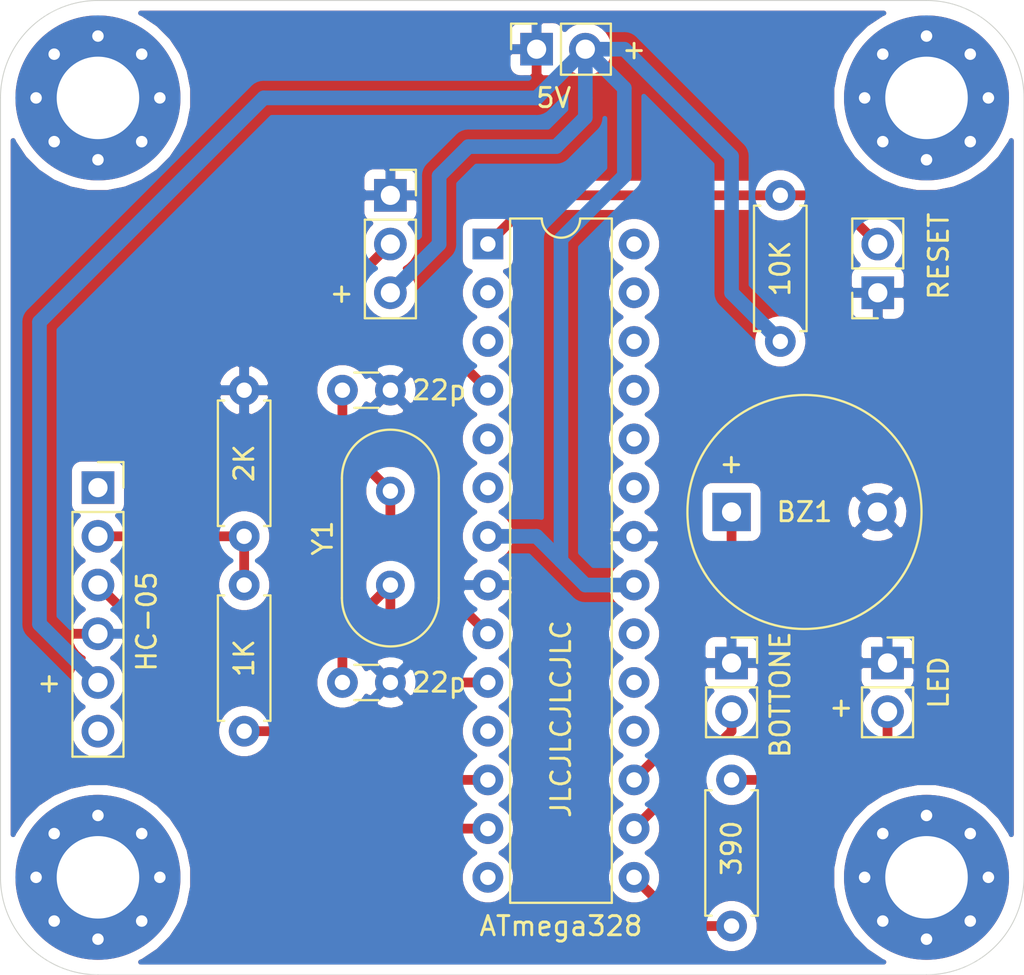
<source format=kicad_pcb>
(kicad_pcb (version 20171130) (host pcbnew "(5.1.6)-1")

  (general
    (thickness 1.6)
    (drawings 12)
    (tracks 64)
    (zones 0)
    (modules 19)
    (nets 30)
  )

  (page A4)
  (layers
    (0 F.Cu signal)
    (31 B.Cu signal)
    (32 B.Adhes user)
    (33 F.Adhes user)
    (34 B.Paste user)
    (35 F.Paste user)
    (36 B.SilkS user)
    (37 F.SilkS user)
    (38 B.Mask user)
    (39 F.Mask user)
    (40 Dwgs.User user)
    (41 Cmts.User user)
    (42 Eco1.User user)
    (43 Eco2.User user)
    (44 Edge.Cuts user)
    (45 Margin user)
    (46 B.CrtYd user hide)
    (47 F.CrtYd user hide)
    (48 B.Fab user)
    (49 F.Fab user hide)
  )

  (setup
    (last_trace_width 0.25)
    (user_trace_width 0.254)
    (user_trace_width 0.508)
    (user_trace_width 0.762)
    (trace_clearance 0.2)
    (zone_clearance 0.508)
    (zone_45_only no)
    (trace_min 0.2)
    (via_size 0.8)
    (via_drill 0.4)
    (via_min_size 0.4)
    (via_min_drill 0.3)
    (uvia_size 0.3)
    (uvia_drill 0.1)
    (uvias_allowed no)
    (uvia_min_size 0.2)
    (uvia_min_drill 0.1)
    (edge_width 0.05)
    (segment_width 0.2)
    (pcb_text_width 0.3)
    (pcb_text_size 1.5 1.5)
    (mod_edge_width 0.12)
    (mod_text_size 1 1)
    (mod_text_width 0.15)
    (pad_size 1.524 1.524)
    (pad_drill 0.762)
    (pad_to_mask_clearance 0.05)
    (aux_axis_origin 0 0)
    (visible_elements 7FFFFFFF)
    (pcbplotparams
      (layerselection 0x010fc_ffffffff)
      (usegerberextensions false)
      (usegerberattributes true)
      (usegerberadvancedattributes true)
      (creategerberjobfile true)
      (excludeedgelayer true)
      (linewidth 0.100000)
      (plotframeref false)
      (viasonmask false)
      (mode 1)
      (useauxorigin false)
      (hpglpennumber 1)
      (hpglpenspeed 20)
      (hpglpendiameter 15.000000)
      (psnegative false)
      (psa4output false)
      (plotreference true)
      (plotvalue true)
      (plotinvisibletext false)
      (padsonsilk false)
      (subtractmaskfromsilk false)
      (outputformat 1)
      (mirror false)
      (drillshape 0)
      (scaleselection 1)
      (outputdirectory ""))
  )

  (net 0 "")
  (net 1 BUZZER)
  (net 2 GND)
  (net 3 "Net-(C1-Pad2)")
  (net 4 "Net-(C2-Pad2)")
  (net 5 LED)
  (net 6 BOTTONE)
  (net 7 INTERRUPT)
  (net 8 VCC)
  (net 9 "Net-(J4-Pad1)")
  (net 10 PARTITORE)
  (net 11 RX)
  (net 12 "Net-(J4-Pad6)")
  (net 13 RESET)
  (net 14 TX)
  (net 15 "Net-(U1-Pad2)")
  (net 16 "Net-(U1-Pad3)")
  (net 17 "Net-(U1-Pad5)")
  (net 18 "Net-(U1-Pad19)")
  (net 19 "Net-(U1-Pad23)")
  (net 20 "Net-(U1-Pad24)")
  (net 21 "Net-(U1-Pad11)")
  (net 22 "Net-(U1-Pad25)")
  (net 23 "Net-(U1-Pad26)")
  (net 24 "Net-(U1-Pad27)")
  (net 25 "Net-(U1-Pad14)")
  (net 26 "Net-(U1-Pad28)")
  (net 27 "Net-(J1-Pad2)")
  (net 28 "Net-(U1-Pad18)")
  (net 29 "Net-(U1-Pad6)")

  (net_class Default "This is the default net class."
    (clearance 0.2)
    (trace_width 0.25)
    (via_dia 0.8)
    (via_drill 0.4)
    (uvia_dia 0.3)
    (uvia_drill 0.1)
    (add_net BOTTONE)
    (add_net BUZZER)
    (add_net GND)
    (add_net INTERRUPT)
    (add_net LED)
    (add_net "Net-(C1-Pad2)")
    (add_net "Net-(C2-Pad2)")
    (add_net "Net-(J1-Pad2)")
    (add_net "Net-(J4-Pad1)")
    (add_net "Net-(J4-Pad6)")
    (add_net "Net-(U1-Pad11)")
    (add_net "Net-(U1-Pad14)")
    (add_net "Net-(U1-Pad18)")
    (add_net "Net-(U1-Pad19)")
    (add_net "Net-(U1-Pad2)")
    (add_net "Net-(U1-Pad23)")
    (add_net "Net-(U1-Pad24)")
    (add_net "Net-(U1-Pad25)")
    (add_net "Net-(U1-Pad26)")
    (add_net "Net-(U1-Pad27)")
    (add_net "Net-(U1-Pad28)")
    (add_net "Net-(U1-Pad3)")
    (add_net "Net-(U1-Pad5)")
    (add_net "Net-(U1-Pad6)")
    (add_net PARTITORE)
    (add_net RESET)
    (add_net RX)
    (add_net TX)
    (add_net VCC)
  )

  (module MountingHole:MountingHole_4.3mm_M4_Pad_Via (layer F.Cu) (tedit 56DDBFD7) (tstamp 600C8193)
    (at 114.3 91.44)
    (descr "Mounting Hole 4.3mm, M4")
    (tags "mounting hole 4.3mm m4")
    (path /600C8AB0)
    (attr virtual)
    (fp_text reference H3 (at 0 -5.3) (layer F.Fab)
      (effects (font (size 1 1) (thickness 0.15)))
    )
    (fp_text value MountingHole (at 0 5.3) (layer F.Fab)
      (effects (font (size 1 1) (thickness 0.15)))
    )
    (fp_circle (center 0 0) (end 4.55 0) (layer F.CrtYd) (width 0.05))
    (fp_circle (center 0 0) (end 4.3 0) (layer Cmts.User) (width 0.15))
    (fp_text user %R (at 0.3 0) (layer F.Fab)
      (effects (font (size 1 1) (thickness 0.15)))
    )
    (pad 1 thru_hole circle (at 2.280419 -2.280419) (size 0.9 0.9) (drill 0.6) (layers *.Cu *.Mask))
    (pad 1 thru_hole circle (at 0 -3.225) (size 0.9 0.9) (drill 0.6) (layers *.Cu *.Mask))
    (pad 1 thru_hole circle (at -2.280419 -2.280419) (size 0.9 0.9) (drill 0.6) (layers *.Cu *.Mask))
    (pad 1 thru_hole circle (at -3.225 0) (size 0.9 0.9) (drill 0.6) (layers *.Cu *.Mask))
    (pad 1 thru_hole circle (at -2.280419 2.280419) (size 0.9 0.9) (drill 0.6) (layers *.Cu *.Mask))
    (pad 1 thru_hole circle (at 0 3.225) (size 0.9 0.9) (drill 0.6) (layers *.Cu *.Mask))
    (pad 1 thru_hole circle (at 2.280419 2.280419) (size 0.9 0.9) (drill 0.6) (layers *.Cu *.Mask))
    (pad 1 thru_hole circle (at 3.225 0) (size 0.9 0.9) (drill 0.6) (layers *.Cu *.Mask))
    (pad 1 thru_hole circle (at 0 0) (size 8.6 8.6) (drill 4.3) (layers *.Cu *.Mask))
  )

  (module MountingHole:MountingHole_4.3mm_M4_Pad_Via (layer F.Cu) (tedit 56DDBFD7) (tstamp 600C81A3)
    (at 114.3 132.08)
    (descr "Mounting Hole 4.3mm, M4")
    (tags "mounting hole 4.3mm m4")
    (path /600C8D71)
    (attr virtual)
    (fp_text reference H4 (at 0 -5.3) (layer F.Fab)
      (effects (font (size 1 1) (thickness 0.15)))
    )
    (fp_text value MountingHole (at 0 5.3) (layer F.Fab)
      (effects (font (size 1 1) (thickness 0.15)))
    )
    (fp_circle (center 0 0) (end 4.55 0) (layer F.CrtYd) (width 0.05))
    (fp_circle (center 0 0) (end 4.3 0) (layer Cmts.User) (width 0.15))
    (fp_text user %R (at 0.3 0) (layer F.Fab)
      (effects (font (size 1 1) (thickness 0.15)))
    )
    (pad 1 thru_hole circle (at 2.280419 -2.280419) (size 0.9 0.9) (drill 0.6) (layers *.Cu *.Mask))
    (pad 1 thru_hole circle (at 0 -3.225) (size 0.9 0.9) (drill 0.6) (layers *.Cu *.Mask))
    (pad 1 thru_hole circle (at -2.280419 -2.280419) (size 0.9 0.9) (drill 0.6) (layers *.Cu *.Mask))
    (pad 1 thru_hole circle (at -3.225 0) (size 0.9 0.9) (drill 0.6) (layers *.Cu *.Mask))
    (pad 1 thru_hole circle (at -2.280419 2.280419) (size 0.9 0.9) (drill 0.6) (layers *.Cu *.Mask))
    (pad 1 thru_hole circle (at 0 3.225) (size 0.9 0.9) (drill 0.6) (layers *.Cu *.Mask))
    (pad 1 thru_hole circle (at 2.280419 2.280419) (size 0.9 0.9) (drill 0.6) (layers *.Cu *.Mask))
    (pad 1 thru_hole circle (at 3.225 0) (size 0.9 0.9) (drill 0.6) (layers *.Cu *.Mask))
    (pad 1 thru_hole circle (at 0 0) (size 8.6 8.6) (drill 4.3) (layers *.Cu *.Mask))
  )

  (module MountingHole:MountingHole_4.3mm_M4_Pad_Via (layer F.Cu) (tedit 56DDBFD7) (tstamp 600C8183)
    (at 71.12 132.08)
    (descr "Mounting Hole 4.3mm, M4")
    (tags "mounting hole 4.3mm m4")
    (path /600C8786)
    (attr virtual)
    (fp_text reference H2 (at 0 -5.3) (layer F.Fab)
      (effects (font (size 1 1) (thickness 0.15)))
    )
    (fp_text value MountingHole (at 0 5.3) (layer F.Fab)
      (effects (font (size 1 1) (thickness 0.15)))
    )
    (fp_circle (center 0 0) (end 4.55 0) (layer F.CrtYd) (width 0.05))
    (fp_circle (center 0 0) (end 4.3 0) (layer Cmts.User) (width 0.15))
    (fp_text user %R (at 0.3 0) (layer F.Fab)
      (effects (font (size 1 1) (thickness 0.15)))
    )
    (pad 1 thru_hole circle (at 2.280419 -2.280419) (size 0.9 0.9) (drill 0.6) (layers *.Cu *.Mask))
    (pad 1 thru_hole circle (at 0 -3.225) (size 0.9 0.9) (drill 0.6) (layers *.Cu *.Mask))
    (pad 1 thru_hole circle (at -2.280419 -2.280419) (size 0.9 0.9) (drill 0.6) (layers *.Cu *.Mask))
    (pad 1 thru_hole circle (at -3.225 0) (size 0.9 0.9) (drill 0.6) (layers *.Cu *.Mask))
    (pad 1 thru_hole circle (at -2.280419 2.280419) (size 0.9 0.9) (drill 0.6) (layers *.Cu *.Mask))
    (pad 1 thru_hole circle (at 0 3.225) (size 0.9 0.9) (drill 0.6) (layers *.Cu *.Mask))
    (pad 1 thru_hole circle (at 2.280419 2.280419) (size 0.9 0.9) (drill 0.6) (layers *.Cu *.Mask))
    (pad 1 thru_hole circle (at 3.225 0) (size 0.9 0.9) (drill 0.6) (layers *.Cu *.Mask))
    (pad 1 thru_hole circle (at 0 0) (size 8.6 8.6) (drill 4.3) (layers *.Cu *.Mask))
  )

  (module MountingHole:MountingHole_4.3mm_M4_Pad_Via (layer F.Cu) (tedit 56DDBFD7) (tstamp 600C8173)
    (at 71.12 91.44)
    (descr "Mounting Hole 4.3mm, M4")
    (tags "mounting hole 4.3mm m4")
    (path /600C5232)
    (attr virtual)
    (fp_text reference H1 (at 0 5.08) (layer F.Fab)
      (effects (font (size 1 1) (thickness 0.15)))
    )
    (fp_text value MountingHole (at 0 5.3) (layer F.Fab)
      (effects (font (size 1 1) (thickness 0.15)))
    )
    (fp_circle (center 0 0) (end 4.55 0) (layer F.CrtYd) (width 0.05))
    (fp_circle (center 0 0) (end 4.3 0) (layer Cmts.User) (width 0.15))
    (fp_text user %R (at 0.3 0) (layer F.Fab)
      (effects (font (size 1 1) (thickness 0.15)))
    )
    (pad 1 thru_hole circle (at 2.280419 -2.280419) (size 0.9 0.9) (drill 0.6) (layers *.Cu *.Mask))
    (pad 1 thru_hole circle (at 0 -3.225) (size 0.9 0.9) (drill 0.6) (layers *.Cu *.Mask))
    (pad 1 thru_hole circle (at -2.280419 -2.280419) (size 0.9 0.9) (drill 0.6) (layers *.Cu *.Mask))
    (pad 1 thru_hole circle (at -3.225 0) (size 0.9 0.9) (drill 0.6) (layers *.Cu *.Mask))
    (pad 1 thru_hole circle (at -2.280419 2.280419) (size 0.9 0.9) (drill 0.6) (layers *.Cu *.Mask))
    (pad 1 thru_hole circle (at 0 3.225) (size 0.9 0.9) (drill 0.6) (layers *.Cu *.Mask))
    (pad 1 thru_hole circle (at 2.280419 2.280419) (size 0.9 0.9) (drill 0.6) (layers *.Cu *.Mask))
    (pad 1 thru_hole circle (at 3.225 0) (size 0.9 0.9) (drill 0.6) (layers *.Cu *.Mask))
    (pad 1 thru_hole circle (at 0 0) (size 8.6 8.6) (drill 4.3) (layers *.Cu *.Mask))
  )

  (module Buzzer_Beeper:Buzzer_12x9.5RM7.6 (layer F.Cu) (tedit 5A030281) (tstamp 5F835EBF)
    (at 104.14 113.03)
    (descr "Generic Buzzer, D12mm height 9.5mm with RM7.6mm")
    (tags buzzer)
    (path /5F82FAD4)
    (fp_text reference BZ1 (at 3.8 0) (layer F.SilkS)
      (effects (font (size 1 1) (thickness 0.15)))
    )
    (fp_text value Buzzer (at 3.8 7.4) (layer F.Fab)
      (effects (font (size 1 1) (thickness 0.15)))
    )
    (fp_circle (center 3.8 0) (end 10.05 0) (layer F.CrtYd) (width 0.05))
    (fp_circle (center 3.8 0) (end 9.8 0) (layer F.Fab) (width 0.1))
    (fp_circle (center 3.8 0) (end 4.8 0) (layer F.Fab) (width 0.1))
    (fp_circle (center 3.8 0) (end 9.9 0) (layer F.SilkS) (width 0.12))
    (fp_text user + (at -0.01 -2.54) (layer F.Fab)
      (effects (font (size 1 1) (thickness 0.15)))
    )
    (fp_text user + (at -0.01 -2.54) (layer F.SilkS)
      (effects (font (size 1 1) (thickness 0.15)))
    )
    (fp_text user %R (at 3.8 -4) (layer F.Fab)
      (effects (font (size 1 1) (thickness 0.15)))
    )
    (pad 1 thru_hole rect (at 0 0) (size 2 2) (drill 1) (layers *.Cu *.Mask)
      (net 1 BUZZER))
    (pad 2 thru_hole circle (at 7.6 0) (size 2 2) (drill 1) (layers *.Cu *.Mask)
      (net 2 GND))
    (model ${KISYS3DMOD}/Buzzer_Beeper.3dshapes/Buzzer_12x9.5RM7.6.wrl
      (at (xyz 0 0 0))
      (scale (xyz 1 1 1))
      (rotate (xyz 0 0 0))
    )
  )

  (module Capacitor_THT:C_Disc_D3.0mm_W1.6mm_P2.50mm (layer F.Cu) (tedit 5AE50EF0) (tstamp 5F8358C9)
    (at 86.36 106.68 180)
    (descr "C, Disc series, Radial, pin pitch=2.50mm, , diameter*width=3.0*1.6mm^2, Capacitor, http://www.vishay.com/docs/45233/krseries.pdf")
    (tags "C Disc series Radial pin pitch 2.50mm  diameter 3.0mm width 1.6mm Capacitor")
    (path /5F8344F3)
    (fp_text reference 22p (at -2.54 0) (layer F.SilkS)
      (effects (font (size 1 1) (thickness 0.15)))
    )
    (fp_text value 22p (at 1.25 2.05) (layer F.Fab)
      (effects (font (size 1 1) (thickness 0.15)))
    )
    (fp_line (start -0.25 -0.8) (end -0.25 0.8) (layer F.Fab) (width 0.1))
    (fp_line (start -0.25 0.8) (end 2.75 0.8) (layer F.Fab) (width 0.1))
    (fp_line (start 2.75 0.8) (end 2.75 -0.8) (layer F.Fab) (width 0.1))
    (fp_line (start 2.75 -0.8) (end -0.25 -0.8) (layer F.Fab) (width 0.1))
    (fp_line (start 0.621 -0.92) (end 1.879 -0.92) (layer F.SilkS) (width 0.12))
    (fp_line (start 0.621 0.92) (end 1.879 0.92) (layer F.SilkS) (width 0.12))
    (fp_line (start -1.05 -1.05) (end -1.05 1.05) (layer F.CrtYd) (width 0.05))
    (fp_line (start -1.05 1.05) (end 3.55 1.05) (layer F.CrtYd) (width 0.05))
    (fp_line (start 3.55 1.05) (end 3.55 -1.05) (layer F.CrtYd) (width 0.05))
    (fp_line (start 3.55 -1.05) (end -1.05 -1.05) (layer F.CrtYd) (width 0.05))
    (fp_text user %R (at 1.25 0) (layer F.Fab)
      (effects (font (size 0.6 0.6) (thickness 0.09)))
    )
    (pad 1 thru_hole circle (at 0 0 180) (size 1.6 1.6) (drill 0.8) (layers *.Cu *.Mask)
      (net 2 GND))
    (pad 2 thru_hole circle (at 2.5 0 180) (size 1.6 1.6) (drill 0.8) (layers *.Cu *.Mask)
      (net 3 "Net-(C1-Pad2)"))
    (model ${KISYS3DMOD}/Capacitor_THT.3dshapes/C_Disc_D3.0mm_W1.6mm_P2.50mm.wrl
      (at (xyz 0 0 0))
      (scale (xyz 1 1 1))
      (rotate (xyz 0 0 0))
    )
  )

  (module Capacitor_THT:C_Disc_D3.0mm_W1.6mm_P2.50mm (layer F.Cu) (tedit 5AE50EF0) (tstamp 5F835AF6)
    (at 86.36 121.92 180)
    (descr "C, Disc series, Radial, pin pitch=2.50mm, , diameter*width=3.0*1.6mm^2, Capacitor, http://www.vishay.com/docs/45233/krseries.pdf")
    (tags "C Disc series Radial pin pitch 2.50mm  diameter 3.0mm width 1.6mm Capacitor")
    (path /5F8351B2)
    (fp_text reference 22p (at -2.54 0) (layer F.SilkS)
      (effects (font (size 1 1) (thickness 0.15)))
    )
    (fp_text value 22p (at 1.25 2.05) (layer F.Fab)
      (effects (font (size 1 1) (thickness 0.15)))
    )
    (fp_line (start 3.55 -1.05) (end -1.05 -1.05) (layer F.CrtYd) (width 0.05))
    (fp_line (start 3.55 1.05) (end 3.55 -1.05) (layer F.CrtYd) (width 0.05))
    (fp_line (start -1.05 1.05) (end 3.55 1.05) (layer F.CrtYd) (width 0.05))
    (fp_line (start -1.05 -1.05) (end -1.05 1.05) (layer F.CrtYd) (width 0.05))
    (fp_line (start 0.621 0.92) (end 1.879 0.92) (layer F.SilkS) (width 0.12))
    (fp_line (start 0.621 -0.92) (end 1.879 -0.92) (layer F.SilkS) (width 0.12))
    (fp_line (start 2.75 -0.8) (end -0.25 -0.8) (layer F.Fab) (width 0.1))
    (fp_line (start 2.75 0.8) (end 2.75 -0.8) (layer F.Fab) (width 0.1))
    (fp_line (start -0.25 0.8) (end 2.75 0.8) (layer F.Fab) (width 0.1))
    (fp_line (start -0.25 -0.8) (end -0.25 0.8) (layer F.Fab) (width 0.1))
    (fp_text user %R (at 1.25 0) (layer F.Fab)
      (effects (font (size 0.6 0.6) (thickness 0.09)))
    )
    (pad 2 thru_hole circle (at 2.5 0 180) (size 1.6 1.6) (drill 0.8) (layers *.Cu *.Mask)
      (net 4 "Net-(C2-Pad2)"))
    (pad 1 thru_hole circle (at 0 0 180) (size 1.6 1.6) (drill 0.8) (layers *.Cu *.Mask)
      (net 2 GND))
    (model ${KISYS3DMOD}/Capacitor_THT.3dshapes/C_Disc_D3.0mm_W1.6mm_P2.50mm.wrl
      (at (xyz 0 0 0))
      (scale (xyz 1 1 1))
      (rotate (xyz 0 0 0))
    )
  )

  (module Connector_PinSocket_2.54mm:PinSocket_1x02_P2.54mm_Vertical (layer F.Cu) (tedit 5A19A420) (tstamp 5F835EF7)
    (at 112.268 120.904)
    (descr "Through hole straight socket strip, 1x02, 2.54mm pitch, single row (from Kicad 4.0.7), script generated")
    (tags "Through hole socket strip THT 1x02 2.54mm single row")
    (path /5F839B2F)
    (fp_text reference + (at -2.413 2.286) (layer F.SilkS)
      (effects (font (size 1 1) (thickness 0.15)))
    )
    (fp_text value Conn_01x02 (at 0 5.31) (layer F.Fab)
      (effects (font (size 1 1) (thickness 0.15)))
    )
    (fp_line (start -1.27 -1.27) (end 0.635 -1.27) (layer F.Fab) (width 0.1))
    (fp_line (start 0.635 -1.27) (end 1.27 -0.635) (layer F.Fab) (width 0.1))
    (fp_line (start 1.27 -0.635) (end 1.27 3.81) (layer F.Fab) (width 0.1))
    (fp_line (start 1.27 3.81) (end -1.27 3.81) (layer F.Fab) (width 0.1))
    (fp_line (start -1.27 3.81) (end -1.27 -1.27) (layer F.Fab) (width 0.1))
    (fp_line (start -1.33 1.27) (end 1.33 1.27) (layer F.SilkS) (width 0.12))
    (fp_line (start -1.33 1.27) (end -1.33 3.87) (layer F.SilkS) (width 0.12))
    (fp_line (start -1.33 3.87) (end 1.33 3.87) (layer F.SilkS) (width 0.12))
    (fp_line (start 1.33 1.27) (end 1.33 3.87) (layer F.SilkS) (width 0.12))
    (fp_line (start 1.33 -1.33) (end 1.33 0) (layer F.SilkS) (width 0.12))
    (fp_line (start 0 -1.33) (end 1.33 -1.33) (layer F.SilkS) (width 0.12))
    (fp_line (start -1.8 -1.8) (end 1.75 -1.8) (layer F.CrtYd) (width 0.05))
    (fp_line (start 1.75 -1.8) (end 1.75 4.3) (layer F.CrtYd) (width 0.05))
    (fp_line (start 1.75 4.3) (end -1.8 4.3) (layer F.CrtYd) (width 0.05))
    (fp_line (start -1.8 4.3) (end -1.8 -1.8) (layer F.CrtYd) (width 0.05))
    (fp_text user %R (at 0 1.27 -270) (layer F.Fab)
      (effects (font (size 1 1) (thickness 0.15)))
    )
    (pad 1 thru_hole rect (at 0 0) (size 1.7 1.7) (drill 1) (layers *.Cu *.Mask)
      (net 2 GND))
    (pad 2 thru_hole oval (at 0 2.54) (size 1.7 1.7) (drill 1) (layers *.Cu *.Mask)
      (net 27 "Net-(J1-Pad2)"))
    (model ${KISYS3DMOD}/Connector_PinSocket_2.54mm.3dshapes/PinSocket_1x02_P2.54mm_Vertical.wrl
      (at (xyz 0 0 0))
      (scale (xyz 1 1 1))
      (rotate (xyz 0 0 0))
    )
  )

  (module Connector_PinSocket_2.54mm:PinSocket_1x02_P2.54mm_Vertical (layer F.Cu) (tedit 5A19A420) (tstamp 5F835F0D)
    (at 104.14 120.904)
    (descr "Through hole straight socket strip, 1x02, 2.54mm pitch, single row (from Kicad 4.0.7), script generated")
    (tags "Through hole socket strip THT 1x02 2.54mm single row")
    (path /5F83E53E)
    (fp_text reference BOTTONE (at 2.54 1.651 90) (layer F.SilkS)
      (effects (font (size 1 1) (thickness 0.15)))
    )
    (fp_text value Conn_01x02 (at 0 5.31) (layer F.Fab)
      (effects (font (size 1 1) (thickness 0.15)))
    )
    (fp_line (start -1.8 4.3) (end -1.8 -1.8) (layer F.CrtYd) (width 0.05))
    (fp_line (start 1.75 4.3) (end -1.8 4.3) (layer F.CrtYd) (width 0.05))
    (fp_line (start 1.75 -1.8) (end 1.75 4.3) (layer F.CrtYd) (width 0.05))
    (fp_line (start -1.8 -1.8) (end 1.75 -1.8) (layer F.CrtYd) (width 0.05))
    (fp_line (start 0 -1.33) (end 1.33 -1.33) (layer F.SilkS) (width 0.12))
    (fp_line (start 1.33 -1.33) (end 1.33 0) (layer F.SilkS) (width 0.12))
    (fp_line (start 1.33 1.27) (end 1.33 3.87) (layer F.SilkS) (width 0.12))
    (fp_line (start -1.33 3.87) (end 1.33 3.87) (layer F.SilkS) (width 0.12))
    (fp_line (start -1.33 1.27) (end -1.33 3.87) (layer F.SilkS) (width 0.12))
    (fp_line (start -1.33 1.27) (end 1.33 1.27) (layer F.SilkS) (width 0.12))
    (fp_line (start -1.27 3.81) (end -1.27 -1.27) (layer F.Fab) (width 0.1))
    (fp_line (start 1.27 3.81) (end -1.27 3.81) (layer F.Fab) (width 0.1))
    (fp_line (start 1.27 -0.635) (end 1.27 3.81) (layer F.Fab) (width 0.1))
    (fp_line (start 0.635 -1.27) (end 1.27 -0.635) (layer F.Fab) (width 0.1))
    (fp_line (start -1.27 -1.27) (end 0.635 -1.27) (layer F.Fab) (width 0.1))
    (fp_text user %R (at 0 1.27 -270) (layer F.Fab)
      (effects (font (size 1 1) (thickness 0.15)))
    )
    (pad 2 thru_hole oval (at 0 2.54) (size 1.7 1.7) (drill 1) (layers *.Cu *.Mask)
      (net 6 BOTTONE))
    (pad 1 thru_hole rect (at 0 0) (size 1.7 1.7) (drill 1) (layers *.Cu *.Mask)
      (net 2 GND))
    (model ${KISYS3DMOD}/Connector_PinSocket_2.54mm.3dshapes/PinSocket_1x02_P2.54mm_Vertical.wrl
      (at (xyz 0 0 0))
      (scale (xyz 1 1 1))
      (rotate (xyz 0 0 0))
    )
  )

  (module Connector_PinSocket_2.54mm:PinSocket_1x03_P2.54mm_Vertical (layer F.Cu) (tedit 5A19A429) (tstamp 5F835F24)
    (at 86.36 96.52)
    (descr "Through hole straight socket strip, 1x03, 2.54mm pitch, single row (from Kicad 4.0.7), script generated")
    (tags "Through hole socket strip THT 1x03 2.54mm single row")
    (path /5F83EEC3)
    (fp_text reference + (at -2.54 5.08) (layer F.SilkS)
      (effects (font (size 1 1) (thickness 0.15)))
    )
    (fp_text value Conn_01x03 (at 0 7.85) (layer F.Fab)
      (effects (font (size 1 1) (thickness 0.15)))
    )
    (fp_line (start -1.27 -1.27) (end 0.635 -1.27) (layer F.Fab) (width 0.1))
    (fp_line (start 0.635 -1.27) (end 1.27 -0.635) (layer F.Fab) (width 0.1))
    (fp_line (start 1.27 -0.635) (end 1.27 6.35) (layer F.Fab) (width 0.1))
    (fp_line (start 1.27 6.35) (end -1.27 6.35) (layer F.Fab) (width 0.1))
    (fp_line (start -1.27 6.35) (end -1.27 -1.27) (layer F.Fab) (width 0.1))
    (fp_line (start -1.33 1.27) (end 1.33 1.27) (layer F.SilkS) (width 0.12))
    (fp_line (start -1.33 1.27) (end -1.33 6.41) (layer F.SilkS) (width 0.12))
    (fp_line (start -1.33 6.41) (end 1.33 6.41) (layer F.SilkS) (width 0.12))
    (fp_line (start 1.33 1.27) (end 1.33 6.41) (layer F.SilkS) (width 0.12))
    (fp_line (start 1.33 -1.33) (end 1.33 0) (layer F.SilkS) (width 0.12))
    (fp_line (start 0 -1.33) (end 1.33 -1.33) (layer F.SilkS) (width 0.12))
    (fp_line (start -1.8 -1.8) (end 1.75 -1.8) (layer F.CrtYd) (width 0.05))
    (fp_line (start 1.75 -1.8) (end 1.75 6.85) (layer F.CrtYd) (width 0.05))
    (fp_line (start 1.75 6.85) (end -1.8 6.85) (layer F.CrtYd) (width 0.05))
    (fp_line (start -1.8 6.85) (end -1.8 -1.8) (layer F.CrtYd) (width 0.05))
    (fp_text user %R (at 0 2.54 90) (layer F.Fab)
      (effects (font (size 1 1) (thickness 0.15)))
    )
    (pad 1 thru_hole rect (at 0 0) (size 1.7 1.7) (drill 1) (layers *.Cu *.Mask)
      (net 2 GND))
    (pad 2 thru_hole oval (at 0 2.54) (size 1.7 1.7) (drill 1) (layers *.Cu *.Mask)
      (net 7 INTERRUPT))
    (pad 3 thru_hole oval (at 0 5.08) (size 1.7 1.7) (drill 1) (layers *.Cu *.Mask)
      (net 8 VCC))
    (model ${KISYS3DMOD}/Connector_PinSocket_2.54mm.3dshapes/PinSocket_1x03_P2.54mm_Vertical.wrl
      (at (xyz 0 0 0))
      (scale (xyz 1 1 1))
      (rotate (xyz 0 0 0))
    )
  )

  (module Connector_PinSocket_2.54mm:PinSocket_1x06_P2.54mm_Vertical (layer F.Cu) (tedit 5A19A430) (tstamp 5F835F3E)
    (at 71.12 111.76)
    (descr "Through hole straight socket strip, 1x06, 2.54mm pitch, single row (from Kicad 4.0.7), script generated")
    (tags "Through hole socket strip THT 1x06 2.54mm single row")
    (path /5F8326C1)
    (fp_text reference + (at -2.54 10.16) (layer F.SilkS)
      (effects (font (size 1 1) (thickness 0.15)))
    )
    (fp_text value Conn_01x06 (at 0 15.47) (layer F.Fab)
      (effects (font (size 1 1) (thickness 0.15)))
    )
    (fp_line (start -1.27 -1.27) (end 0.635 -1.27) (layer F.Fab) (width 0.1))
    (fp_line (start 0.635 -1.27) (end 1.27 -0.635) (layer F.Fab) (width 0.1))
    (fp_line (start 1.27 -0.635) (end 1.27 13.97) (layer F.Fab) (width 0.1))
    (fp_line (start 1.27 13.97) (end -1.27 13.97) (layer F.Fab) (width 0.1))
    (fp_line (start -1.27 13.97) (end -1.27 -1.27) (layer F.Fab) (width 0.1))
    (fp_line (start -1.33 1.27) (end 1.33 1.27) (layer F.SilkS) (width 0.12))
    (fp_line (start -1.33 1.27) (end -1.33 14.03) (layer F.SilkS) (width 0.12))
    (fp_line (start -1.33 14.03) (end 1.33 14.03) (layer F.SilkS) (width 0.12))
    (fp_line (start 1.33 1.27) (end 1.33 14.03) (layer F.SilkS) (width 0.12))
    (fp_line (start 1.33 -1.33) (end 1.33 0) (layer F.SilkS) (width 0.12))
    (fp_line (start 0 -1.33) (end 1.33 -1.33) (layer F.SilkS) (width 0.12))
    (fp_line (start -1.8 -1.8) (end 1.75 -1.8) (layer F.CrtYd) (width 0.05))
    (fp_line (start 1.75 -1.8) (end 1.75 14.45) (layer F.CrtYd) (width 0.05))
    (fp_line (start 1.75 14.45) (end -1.8 14.45) (layer F.CrtYd) (width 0.05))
    (fp_line (start -1.8 14.45) (end -1.8 -1.8) (layer F.CrtYd) (width 0.05))
    (fp_text user %R (at 0 6.35 90) (layer F.Fab)
      (effects (font (size 1 1) (thickness 0.15)))
    )
    (pad 1 thru_hole rect (at 0 0) (size 1.7 1.7) (drill 1) (layers *.Cu *.Mask)
      (net 9 "Net-(J4-Pad1)"))
    (pad 2 thru_hole oval (at 0 2.54) (size 1.7 1.7) (drill 1) (layers *.Cu *.Mask)
      (net 10 PARTITORE))
    (pad 3 thru_hole oval (at 0 5.08) (size 1.7 1.7) (drill 1) (layers *.Cu *.Mask)
      (net 11 RX))
    (pad 4 thru_hole oval (at 0 7.62) (size 1.7 1.7) (drill 1) (layers *.Cu *.Mask)
      (net 2 GND))
    (pad 5 thru_hole oval (at 0 10.16) (size 1.7 1.7) (drill 1) (layers *.Cu *.Mask)
      (net 8 VCC))
    (pad 6 thru_hole oval (at 0 12.7) (size 1.7 1.7) (drill 1) (layers *.Cu *.Mask)
      (net 12 "Net-(J4-Pad6)"))
    (model ${KISYS3DMOD}/Connector_PinSocket_2.54mm.3dshapes/PinSocket_1x06_P2.54mm_Vertical.wrl
      (at (xyz 0 0 0))
      (scale (xyz 1 1 1))
      (rotate (xyz 0 0 0))
    )
  )

  (module Connector_PinSocket_2.54mm:PinSocket_1x02_P2.54mm_Vertical (layer F.Cu) (tedit 5A19A420) (tstamp 5F835F54)
    (at 93.98 88.9 90)
    (descr "Through hole straight socket strip, 1x02, 2.54mm pitch, single row (from Kicad 4.0.7), script generated")
    (tags "Through hole socket strip THT 1x02 2.54mm single row")
    (path /5F846B1A)
    (fp_text reference "5V " (at -2.54 1.27 180) (layer F.SilkS)
      (effects (font (size 1 1) (thickness 0.15)))
    )
    (fp_text value Conn_01x02 (at 0 5.31 90) (layer F.Fab)
      (effects (font (size 1 1) (thickness 0.15)))
    )
    (fp_line (start -1.27 -1.27) (end 0.635 -1.27) (layer F.Fab) (width 0.1))
    (fp_line (start 0.635 -1.27) (end 1.27 -0.635) (layer F.Fab) (width 0.1))
    (fp_line (start 1.27 -0.635) (end 1.27 3.81) (layer F.Fab) (width 0.1))
    (fp_line (start 1.27 3.81) (end -1.27 3.81) (layer F.Fab) (width 0.1))
    (fp_line (start -1.27 3.81) (end -1.27 -1.27) (layer F.Fab) (width 0.1))
    (fp_line (start -1.33 1.27) (end 1.33 1.27) (layer F.SilkS) (width 0.12))
    (fp_line (start -1.33 1.27) (end -1.33 3.87) (layer F.SilkS) (width 0.12))
    (fp_line (start -1.33 3.87) (end 1.33 3.87) (layer F.SilkS) (width 0.12))
    (fp_line (start 1.33 1.27) (end 1.33 3.87) (layer F.SilkS) (width 0.12))
    (fp_line (start 1.33 -1.33) (end 1.33 0) (layer F.SilkS) (width 0.12))
    (fp_line (start 0 -1.33) (end 1.33 -1.33) (layer F.SilkS) (width 0.12))
    (fp_line (start -1.8 -1.8) (end 1.75 -1.8) (layer F.CrtYd) (width 0.05))
    (fp_line (start 1.75 -1.8) (end 1.75 4.3) (layer F.CrtYd) (width 0.05))
    (fp_line (start 1.75 4.3) (end -1.8 4.3) (layer F.CrtYd) (width 0.05))
    (fp_line (start -1.8 4.3) (end -1.8 -1.8) (layer F.CrtYd) (width 0.05))
    (fp_text user %R (at 0 1.27) (layer F.Fab)
      (effects (font (size 1 1) (thickness 0.15)))
    )
    (pad 1 thru_hole rect (at 0 0 90) (size 1.7 1.7) (drill 1) (layers *.Cu *.Mask)
      (net 2 GND))
    (pad 2 thru_hole oval (at 0 2.54 90) (size 1.7 1.7) (drill 1) (layers *.Cu *.Mask)
      (net 8 VCC))
    (model ${KISYS3DMOD}/Connector_PinSocket_2.54mm.3dshapes/PinSocket_1x02_P2.54mm_Vertical.wrl
      (at (xyz 0 0 0))
      (scale (xyz 1 1 1))
      (rotate (xyz 0 0 0))
    )
  )

  (module Connector_PinSocket_2.54mm:PinSocket_1x02_P2.54mm_Vertical (layer F.Cu) (tedit 5A19A420) (tstamp 5F835F6A)
    (at 111.76 101.6 180)
    (descr "Through hole straight socket strip, 1x02, 2.54mm pitch, single row (from Kicad 4.0.7), script generated")
    (tags "Through hole socket strip THT 1x02 2.54mm single row")
    (path /5F8638B9)
    (fp_text reference RESET (at -3.175 1.905 90) (layer F.SilkS)
      (effects (font (size 1 1) (thickness 0.15)))
    )
    (fp_text value Conn_01x02 (at 0 5.31) (layer F.Fab)
      (effects (font (size 1 1) (thickness 0.15)))
    )
    (fp_line (start -1.8 4.3) (end -1.8 -1.8) (layer F.CrtYd) (width 0.05))
    (fp_line (start 1.75 4.3) (end -1.8 4.3) (layer F.CrtYd) (width 0.05))
    (fp_line (start 1.75 -1.8) (end 1.75 4.3) (layer F.CrtYd) (width 0.05))
    (fp_line (start -1.8 -1.8) (end 1.75 -1.8) (layer F.CrtYd) (width 0.05))
    (fp_line (start 0 -1.33) (end 1.33 -1.33) (layer F.SilkS) (width 0.12))
    (fp_line (start 1.33 -1.33) (end 1.33 0) (layer F.SilkS) (width 0.12))
    (fp_line (start 1.33 1.27) (end 1.33 3.87) (layer F.SilkS) (width 0.12))
    (fp_line (start -1.33 3.87) (end 1.33 3.87) (layer F.SilkS) (width 0.12))
    (fp_line (start -1.33 1.27) (end -1.33 3.87) (layer F.SilkS) (width 0.12))
    (fp_line (start -1.33 1.27) (end 1.33 1.27) (layer F.SilkS) (width 0.12))
    (fp_line (start -1.27 3.81) (end -1.27 -1.27) (layer F.Fab) (width 0.1))
    (fp_line (start 1.27 3.81) (end -1.27 3.81) (layer F.Fab) (width 0.1))
    (fp_line (start 1.27 -0.635) (end 1.27 3.81) (layer F.Fab) (width 0.1))
    (fp_line (start 0.635 -1.27) (end 1.27 -0.635) (layer F.Fab) (width 0.1))
    (fp_line (start -1.27 -1.27) (end 0.635 -1.27) (layer F.Fab) (width 0.1))
    (fp_text user %R (at 0 1.27 90) (layer F.Fab)
      (effects (font (size 1 1) (thickness 0.15)))
    )
    (pad 2 thru_hole oval (at 0 2.54 180) (size 1.7 1.7) (drill 1) (layers *.Cu *.Mask)
      (net 13 RESET))
    (pad 1 thru_hole rect (at 0 0 180) (size 1.7 1.7) (drill 1) (layers *.Cu *.Mask)
      (net 2 GND))
    (model ${KISYS3DMOD}/Connector_PinSocket_2.54mm.3dshapes/PinSocket_1x02_P2.54mm_Vertical.wrl
      (at (xyz 0 0 0))
      (scale (xyz 1 1 1))
      (rotate (xyz 0 0 0))
    )
  )

  (module Resistor_THT:R_Axial_DIN0207_L6.3mm_D2.5mm_P7.62mm_Horizontal (layer F.Cu) (tedit 5AE5139B) (tstamp 5F835F81)
    (at 78.74 124.46 90)
    (descr "Resistor, Axial_DIN0207 series, Axial, Horizontal, pin pitch=7.62mm, 0.25W = 1/4W, length*diameter=6.3*2.5mm^2, http://cdn-reichelt.de/documents/datenblatt/B400/1_4W%23YAG.pdf")
    (tags "Resistor Axial_DIN0207 series Axial Horizontal pin pitch 7.62mm 0.25W = 1/4W length 6.3mm diameter 2.5mm")
    (path /5F830D5D)
    (fp_text reference 1K (at 3.81 0 90) (layer F.SilkS)
      (effects (font (size 1 1) (thickness 0.15)))
    )
    (fp_text value 1k (at 3.81 2.37 90) (layer F.Fab)
      (effects (font (size 1 1) (thickness 0.15)))
    )
    (fp_line (start 0.66 -1.25) (end 0.66 1.25) (layer F.Fab) (width 0.1))
    (fp_line (start 0.66 1.25) (end 6.96 1.25) (layer F.Fab) (width 0.1))
    (fp_line (start 6.96 1.25) (end 6.96 -1.25) (layer F.Fab) (width 0.1))
    (fp_line (start 6.96 -1.25) (end 0.66 -1.25) (layer F.Fab) (width 0.1))
    (fp_line (start 0 0) (end 0.66 0) (layer F.Fab) (width 0.1))
    (fp_line (start 7.62 0) (end 6.96 0) (layer F.Fab) (width 0.1))
    (fp_line (start 0.54 -1.04) (end 0.54 -1.37) (layer F.SilkS) (width 0.12))
    (fp_line (start 0.54 -1.37) (end 7.08 -1.37) (layer F.SilkS) (width 0.12))
    (fp_line (start 7.08 -1.37) (end 7.08 -1.04) (layer F.SilkS) (width 0.12))
    (fp_line (start 0.54 1.04) (end 0.54 1.37) (layer F.SilkS) (width 0.12))
    (fp_line (start 0.54 1.37) (end 7.08 1.37) (layer F.SilkS) (width 0.12))
    (fp_line (start 7.08 1.37) (end 7.08 1.04) (layer F.SilkS) (width 0.12))
    (fp_line (start -1.05 -1.5) (end -1.05 1.5) (layer F.CrtYd) (width 0.05))
    (fp_line (start -1.05 1.5) (end 8.67 1.5) (layer F.CrtYd) (width 0.05))
    (fp_line (start 8.67 1.5) (end 8.67 -1.5) (layer F.CrtYd) (width 0.05))
    (fp_line (start 8.67 -1.5) (end -1.05 -1.5) (layer F.CrtYd) (width 0.05))
    (fp_text user %R (at 3.81 0 90) (layer F.Fab)
      (effects (font (size 1 1) (thickness 0.15)))
    )
    (pad 1 thru_hole circle (at 0 0 90) (size 1.6 1.6) (drill 0.8) (layers *.Cu *.Mask)
      (net 14 TX))
    (pad 2 thru_hole oval (at 7.62 0 90) (size 1.6 1.6) (drill 0.8) (layers *.Cu *.Mask)
      (net 10 PARTITORE))
    (model ${KISYS3DMOD}/Resistor_THT.3dshapes/R_Axial_DIN0207_L6.3mm_D2.5mm_P7.62mm_Horizontal.wrl
      (at (xyz 0 0 0))
      (scale (xyz 1 1 1))
      (rotate (xyz 0 0 0))
    )
  )

  (module Resistor_THT:R_Axial_DIN0207_L6.3mm_D2.5mm_P7.62mm_Horizontal (layer F.Cu) (tedit 5AE5139B) (tstamp 5F835F98)
    (at 78.74 114.3 90)
    (descr "Resistor, Axial_DIN0207 series, Axial, Horizontal, pin pitch=7.62mm, 0.25W = 1/4W, length*diameter=6.3*2.5mm^2, http://cdn-reichelt.de/documents/datenblatt/B400/1_4W%23YAG.pdf")
    (tags "Resistor Axial_DIN0207 series Axial Horizontal pin pitch 7.62mm 0.25W = 1/4W length 6.3mm diameter 2.5mm")
    (path /5F83191E)
    (fp_text reference 2K (at 3.81 0 90) (layer F.SilkS)
      (effects (font (size 1 1) (thickness 0.15)))
    )
    (fp_text value 2k (at 3.81 2.37 90) (layer F.Fab)
      (effects (font (size 1 1) (thickness 0.15)))
    )
    (fp_line (start 8.67 -1.5) (end -1.05 -1.5) (layer F.CrtYd) (width 0.05))
    (fp_line (start 8.67 1.5) (end 8.67 -1.5) (layer F.CrtYd) (width 0.05))
    (fp_line (start -1.05 1.5) (end 8.67 1.5) (layer F.CrtYd) (width 0.05))
    (fp_line (start -1.05 -1.5) (end -1.05 1.5) (layer F.CrtYd) (width 0.05))
    (fp_line (start 7.08 1.37) (end 7.08 1.04) (layer F.SilkS) (width 0.12))
    (fp_line (start 0.54 1.37) (end 7.08 1.37) (layer F.SilkS) (width 0.12))
    (fp_line (start 0.54 1.04) (end 0.54 1.37) (layer F.SilkS) (width 0.12))
    (fp_line (start 7.08 -1.37) (end 7.08 -1.04) (layer F.SilkS) (width 0.12))
    (fp_line (start 0.54 -1.37) (end 7.08 -1.37) (layer F.SilkS) (width 0.12))
    (fp_line (start 0.54 -1.04) (end 0.54 -1.37) (layer F.SilkS) (width 0.12))
    (fp_line (start 7.62 0) (end 6.96 0) (layer F.Fab) (width 0.1))
    (fp_line (start 0 0) (end 0.66 0) (layer F.Fab) (width 0.1))
    (fp_line (start 6.96 -1.25) (end 0.66 -1.25) (layer F.Fab) (width 0.1))
    (fp_line (start 6.96 1.25) (end 6.96 -1.25) (layer F.Fab) (width 0.1))
    (fp_line (start 0.66 1.25) (end 6.96 1.25) (layer F.Fab) (width 0.1))
    (fp_line (start 0.66 -1.25) (end 0.66 1.25) (layer F.Fab) (width 0.1))
    (fp_text user %R (at 3.81 0 90) (layer F.Fab)
      (effects (font (size 1 1) (thickness 0.15)))
    )
    (pad 2 thru_hole oval (at 7.62 0 90) (size 1.6 1.6) (drill 0.8) (layers *.Cu *.Mask)
      (net 2 GND))
    (pad 1 thru_hole circle (at 0 0 90) (size 1.6 1.6) (drill 0.8) (layers *.Cu *.Mask)
      (net 10 PARTITORE))
    (model ${KISYS3DMOD}/Resistor_THT.3dshapes/R_Axial_DIN0207_L6.3mm_D2.5mm_P7.62mm_Horizontal.wrl
      (at (xyz 0 0 0))
      (scale (xyz 1 1 1))
      (rotate (xyz 0 0 0))
    )
  )

  (module Resistor_THT:R_Axial_DIN0207_L6.3mm_D2.5mm_P7.62mm_Horizontal (layer F.Cu) (tedit 5AE5139B) (tstamp 5F835FAF)
    (at 104.14 134.62 90)
    (descr "Resistor, Axial_DIN0207 series, Axial, Horizontal, pin pitch=7.62mm, 0.25W = 1/4W, length*diameter=6.3*2.5mm^2, http://cdn-reichelt.de/documents/datenblatt/B400/1_4W%23YAG.pdf")
    (tags "Resistor Axial_DIN0207 series Axial Horizontal pin pitch 7.62mm 0.25W = 1/4W length 6.3mm diameter 2.5mm")
    (path /5F83BA98)
    (fp_text reference 390 (at 4.064 0 90) (layer F.SilkS)
      (effects (font (size 1 1) (thickness 0.15)))
    )
    (fp_text value 390 (at 3.81 2.37 90) (layer F.Fab)
      (effects (font (size 1 1) (thickness 0.15)))
    )
    (fp_line (start 8.67 -1.5) (end -1.05 -1.5) (layer F.CrtYd) (width 0.05))
    (fp_line (start 8.67 1.5) (end 8.67 -1.5) (layer F.CrtYd) (width 0.05))
    (fp_line (start -1.05 1.5) (end 8.67 1.5) (layer F.CrtYd) (width 0.05))
    (fp_line (start -1.05 -1.5) (end -1.05 1.5) (layer F.CrtYd) (width 0.05))
    (fp_line (start 7.08 1.37) (end 7.08 1.04) (layer F.SilkS) (width 0.12))
    (fp_line (start 0.54 1.37) (end 7.08 1.37) (layer F.SilkS) (width 0.12))
    (fp_line (start 0.54 1.04) (end 0.54 1.37) (layer F.SilkS) (width 0.12))
    (fp_line (start 7.08 -1.37) (end 7.08 -1.04) (layer F.SilkS) (width 0.12))
    (fp_line (start 0.54 -1.37) (end 7.08 -1.37) (layer F.SilkS) (width 0.12))
    (fp_line (start 0.54 -1.04) (end 0.54 -1.37) (layer F.SilkS) (width 0.12))
    (fp_line (start 7.62 0) (end 6.96 0) (layer F.Fab) (width 0.1))
    (fp_line (start 0 0) (end 0.66 0) (layer F.Fab) (width 0.1))
    (fp_line (start 6.96 -1.25) (end 0.66 -1.25) (layer F.Fab) (width 0.1))
    (fp_line (start 6.96 1.25) (end 6.96 -1.25) (layer F.Fab) (width 0.1))
    (fp_line (start 0.66 1.25) (end 6.96 1.25) (layer F.Fab) (width 0.1))
    (fp_line (start 0.66 -1.25) (end 0.66 1.25) (layer F.Fab) (width 0.1))
    (fp_text user %R (at 3.81 0 90) (layer F.Fab)
      (effects (font (size 1 1) (thickness 0.15)))
    )
    (pad 2 thru_hole oval (at 7.62 0 90) (size 1.6 1.6) (drill 0.8) (layers *.Cu *.Mask)
      (net 27 "Net-(J1-Pad2)"))
    (pad 1 thru_hole circle (at 0 0 90) (size 1.6 1.6) (drill 0.8) (layers *.Cu *.Mask)
      (net 5 LED))
    (model ${KISYS3DMOD}/Resistor_THT.3dshapes/R_Axial_DIN0207_L6.3mm_D2.5mm_P7.62mm_Horizontal.wrl
      (at (xyz 0 0 0))
      (scale (xyz 1 1 1))
      (rotate (xyz 0 0 0))
    )
  )

  (module Resistor_THT:R_Axial_DIN0207_L6.3mm_D2.5mm_P7.62mm_Horizontal (layer F.Cu) (tedit 5AE5139B) (tstamp 5F835FC6)
    (at 106.68 104.14 90)
    (descr "Resistor, Axial_DIN0207 series, Axial, Horizontal, pin pitch=7.62mm, 0.25W = 1/4W, length*diameter=6.3*2.5mm^2, http://cdn-reichelt.de/documents/datenblatt/B400/1_4W%23YAG.pdf")
    (tags "Resistor Axial_DIN0207 series Axial Horizontal pin pitch 7.62mm 0.25W = 1/4W length 6.3mm diameter 2.5mm")
    (path /5F8300D0)
    (fp_text reference 10K (at 3.81 0 90) (layer F.SilkS)
      (effects (font (size 1 1) (thickness 0.15)))
    )
    (fp_text value 10k (at 3.81 2.37 90) (layer F.Fab)
      (effects (font (size 1 1) (thickness 0.15)))
    )
    (fp_line (start 0.66 -1.25) (end 0.66 1.25) (layer F.Fab) (width 0.1))
    (fp_line (start 0.66 1.25) (end 6.96 1.25) (layer F.Fab) (width 0.1))
    (fp_line (start 6.96 1.25) (end 6.96 -1.25) (layer F.Fab) (width 0.1))
    (fp_line (start 6.96 -1.25) (end 0.66 -1.25) (layer F.Fab) (width 0.1))
    (fp_line (start 0 0) (end 0.66 0) (layer F.Fab) (width 0.1))
    (fp_line (start 7.62 0) (end 6.96 0) (layer F.Fab) (width 0.1))
    (fp_line (start 0.54 -1.04) (end 0.54 -1.37) (layer F.SilkS) (width 0.12))
    (fp_line (start 0.54 -1.37) (end 7.08 -1.37) (layer F.SilkS) (width 0.12))
    (fp_line (start 7.08 -1.37) (end 7.08 -1.04) (layer F.SilkS) (width 0.12))
    (fp_line (start 0.54 1.04) (end 0.54 1.37) (layer F.SilkS) (width 0.12))
    (fp_line (start 0.54 1.37) (end 7.08 1.37) (layer F.SilkS) (width 0.12))
    (fp_line (start 7.08 1.37) (end 7.08 1.04) (layer F.SilkS) (width 0.12))
    (fp_line (start -1.05 -1.5) (end -1.05 1.5) (layer F.CrtYd) (width 0.05))
    (fp_line (start -1.05 1.5) (end 8.67 1.5) (layer F.CrtYd) (width 0.05))
    (fp_line (start 8.67 1.5) (end 8.67 -1.5) (layer F.CrtYd) (width 0.05))
    (fp_line (start 8.67 -1.5) (end -1.05 -1.5) (layer F.CrtYd) (width 0.05))
    (fp_text user %R (at 3.81 0 90) (layer F.Fab)
      (effects (font (size 1 1) (thickness 0.15)))
    )
    (pad 1 thru_hole circle (at 0 0 90) (size 1.6 1.6) (drill 0.8) (layers *.Cu *.Mask)
      (net 8 VCC))
    (pad 2 thru_hole oval (at 7.62 0 90) (size 1.6 1.6) (drill 0.8) (layers *.Cu *.Mask)
      (net 13 RESET))
    (model ${KISYS3DMOD}/Resistor_THT.3dshapes/R_Axial_DIN0207_L6.3mm_D2.5mm_P7.62mm_Horizontal.wrl
      (at (xyz 0 0 0))
      (scale (xyz 1 1 1))
      (rotate (xyz 0 0 0))
    )
  )

  (module Package_DIP:DIP-28_W7.62mm (layer F.Cu) (tedit 5A02E8C5) (tstamp 5F835FF6)
    (at 91.44 99.06)
    (descr "28-lead though-hole mounted DIP package, row spacing 7.62 mm (300 mils)")
    (tags "THT DIP DIL PDIP 2.54mm 7.62mm 300mil")
    (path /5F82E074)
    (fp_text reference ATmega328 (at 3.81 35.56) (layer F.SilkS)
      (effects (font (size 1 1) (thickness 0.15)))
    )
    (fp_text value ATmega328-PU (at 3.81 35.35) (layer F.Fab)
      (effects (font (size 1 1) (thickness 0.15)))
    )
    (fp_line (start 1.635 -1.27) (end 6.985 -1.27) (layer F.Fab) (width 0.1))
    (fp_line (start 6.985 -1.27) (end 6.985 34.29) (layer F.Fab) (width 0.1))
    (fp_line (start 6.985 34.29) (end 0.635 34.29) (layer F.Fab) (width 0.1))
    (fp_line (start 0.635 34.29) (end 0.635 -0.27) (layer F.Fab) (width 0.1))
    (fp_line (start 0.635 -0.27) (end 1.635 -1.27) (layer F.Fab) (width 0.1))
    (fp_line (start 2.81 -1.33) (end 1.16 -1.33) (layer F.SilkS) (width 0.12))
    (fp_line (start 1.16 -1.33) (end 1.16 34.35) (layer F.SilkS) (width 0.12))
    (fp_line (start 1.16 34.35) (end 6.46 34.35) (layer F.SilkS) (width 0.12))
    (fp_line (start 6.46 34.35) (end 6.46 -1.33) (layer F.SilkS) (width 0.12))
    (fp_line (start 6.46 -1.33) (end 4.81 -1.33) (layer F.SilkS) (width 0.12))
    (fp_line (start -1.1 -1.55) (end -1.1 34.55) (layer F.CrtYd) (width 0.05))
    (fp_line (start -1.1 34.55) (end 8.7 34.55) (layer F.CrtYd) (width 0.05))
    (fp_line (start 8.7 34.55) (end 8.7 -1.55) (layer F.CrtYd) (width 0.05))
    (fp_line (start 8.7 -1.55) (end -1.1 -1.55) (layer F.CrtYd) (width 0.05))
    (fp_arc (start 3.81 -1.33) (end 2.81 -1.33) (angle -180) (layer F.SilkS) (width 0.12))
    (fp_text user %R (at 3.81 16.51) (layer F.Fab)
      (effects (font (size 1 1) (thickness 0.15)))
    )
    (pad 1 thru_hole rect (at 0 0) (size 1.6 1.6) (drill 0.8) (layers *.Cu *.Mask)
      (net 13 RESET))
    (pad 15 thru_hole oval (at 7.62 33.02) (size 1.6 1.6) (drill 0.8) (layers *.Cu *.Mask)
      (net 5 LED))
    (pad 2 thru_hole oval (at 0 2.54) (size 1.6 1.6) (drill 0.8) (layers *.Cu *.Mask)
      (net 15 "Net-(U1-Pad2)"))
    (pad 16 thru_hole oval (at 7.62 30.48) (size 1.6 1.6) (drill 0.8) (layers *.Cu *.Mask)
      (net 6 BOTTONE))
    (pad 3 thru_hole oval (at 0 5.08) (size 1.6 1.6) (drill 0.8) (layers *.Cu *.Mask)
      (net 16 "Net-(U1-Pad3)"))
    (pad 17 thru_hole oval (at 7.62 27.94) (size 1.6 1.6) (drill 0.8) (layers *.Cu *.Mask)
      (net 1 BUZZER))
    (pad 4 thru_hole oval (at 0 7.62) (size 1.6 1.6) (drill 0.8) (layers *.Cu *.Mask)
      (net 7 INTERRUPT))
    (pad 18 thru_hole oval (at 7.62 25.4) (size 1.6 1.6) (drill 0.8) (layers *.Cu *.Mask)
      (net 28 "Net-(U1-Pad18)"))
    (pad 5 thru_hole oval (at 0 10.16) (size 1.6 1.6) (drill 0.8) (layers *.Cu *.Mask)
      (net 17 "Net-(U1-Pad5)"))
    (pad 19 thru_hole oval (at 7.62 22.86) (size 1.6 1.6) (drill 0.8) (layers *.Cu *.Mask)
      (net 18 "Net-(U1-Pad19)"))
    (pad 6 thru_hole oval (at 0 12.7) (size 1.6 1.6) (drill 0.8) (layers *.Cu *.Mask)
      (net 29 "Net-(U1-Pad6)"))
    (pad 20 thru_hole oval (at 7.62 20.32) (size 1.6 1.6) (drill 0.8) (layers *.Cu *.Mask)
      (net 8 VCC))
    (pad 7 thru_hole oval (at 0 15.24) (size 1.6 1.6) (drill 0.8) (layers *.Cu *.Mask)
      (net 8 VCC))
    (pad 21 thru_hole oval (at 7.62 17.78) (size 1.6 1.6) (drill 0.8) (layers *.Cu *.Mask)
      (net 8 VCC))
    (pad 8 thru_hole oval (at 0 17.78) (size 1.6 1.6) (drill 0.8) (layers *.Cu *.Mask)
      (net 2 GND))
    (pad 22 thru_hole oval (at 7.62 15.24) (size 1.6 1.6) (drill 0.8) (layers *.Cu *.Mask)
      (net 2 GND))
    (pad 9 thru_hole oval (at 0 20.32) (size 1.6 1.6) (drill 0.8) (layers *.Cu *.Mask)
      (net 3 "Net-(C1-Pad2)"))
    (pad 23 thru_hole oval (at 7.62 12.7) (size 1.6 1.6) (drill 0.8) (layers *.Cu *.Mask)
      (net 19 "Net-(U1-Pad23)"))
    (pad 10 thru_hole oval (at 0 22.86) (size 1.6 1.6) (drill 0.8) (layers *.Cu *.Mask)
      (net 4 "Net-(C2-Pad2)"))
    (pad 24 thru_hole oval (at 7.62 10.16) (size 1.6 1.6) (drill 0.8) (layers *.Cu *.Mask)
      (net 20 "Net-(U1-Pad24)"))
    (pad 11 thru_hole oval (at 0 25.4) (size 1.6 1.6) (drill 0.8) (layers *.Cu *.Mask)
      (net 21 "Net-(U1-Pad11)"))
    (pad 25 thru_hole oval (at 7.62 7.62) (size 1.6 1.6) (drill 0.8) (layers *.Cu *.Mask)
      (net 22 "Net-(U1-Pad25)"))
    (pad 12 thru_hole oval (at 0 27.94) (size 1.6 1.6) (drill 0.8) (layers *.Cu *.Mask)
      (net 14 TX))
    (pad 26 thru_hole oval (at 7.62 5.08) (size 1.6 1.6) (drill 0.8) (layers *.Cu *.Mask)
      (net 23 "Net-(U1-Pad26)"))
    (pad 13 thru_hole oval (at 0 30.48) (size 1.6 1.6) (drill 0.8) (layers *.Cu *.Mask)
      (net 11 RX))
    (pad 27 thru_hole oval (at 7.62 2.54) (size 1.6 1.6) (drill 0.8) (layers *.Cu *.Mask)
      (net 24 "Net-(U1-Pad27)"))
    (pad 14 thru_hole oval (at 0 33.02) (size 1.6 1.6) (drill 0.8) (layers *.Cu *.Mask)
      (net 25 "Net-(U1-Pad14)"))
    (pad 28 thru_hole oval (at 7.62 0) (size 1.6 1.6) (drill 0.8) (layers *.Cu *.Mask)
      (net 26 "Net-(U1-Pad28)"))
    (model ${KISYS3DMOD}/Package_DIP.3dshapes/DIP-28_W7.62mm.wrl
      (at (xyz 0 0 0))
      (scale (xyz 1 1 1))
      (rotate (xyz 0 0 0))
    )
  )

  (module Crystal:Crystal_HC18-U_Vertical (layer F.Cu) (tedit 5A1AD3B7) (tstamp 5F83600D)
    (at 86.36 116.84 90)
    (descr "Crystal THT HC-18/U, http://5hertz.com/pdfs/04404_D.pdf")
    (tags "THT crystalHC-18/U")
    (path /5F832A35)
    (fp_text reference Y1 (at 2.45 -3.525 90) (layer F.SilkS)
      (effects (font (size 1 1) (thickness 0.15)))
    )
    (fp_text value Crystal (at 2.45 3.525 90) (layer F.Fab)
      (effects (font (size 1 1) (thickness 0.15)))
    )
    (fp_line (start -0.675 -2.325) (end 5.575 -2.325) (layer F.Fab) (width 0.1))
    (fp_line (start -0.675 2.325) (end 5.575 2.325) (layer F.Fab) (width 0.1))
    (fp_line (start -0.55 -2) (end 5.45 -2) (layer F.Fab) (width 0.1))
    (fp_line (start -0.55 2) (end 5.45 2) (layer F.Fab) (width 0.1))
    (fp_line (start -0.675 -2.525) (end 5.575 -2.525) (layer F.SilkS) (width 0.12))
    (fp_line (start -0.675 2.525) (end 5.575 2.525) (layer F.SilkS) (width 0.12))
    (fp_line (start -3.5 -2.8) (end -3.5 2.8) (layer F.CrtYd) (width 0.05))
    (fp_line (start -3.5 2.8) (end 8.4 2.8) (layer F.CrtYd) (width 0.05))
    (fp_line (start 8.4 2.8) (end 8.4 -2.8) (layer F.CrtYd) (width 0.05))
    (fp_line (start 8.4 -2.8) (end -3.5 -2.8) (layer F.CrtYd) (width 0.05))
    (fp_text user %R (at 2.45 0 90) (layer F.Fab)
      (effects (font (size 1 1) (thickness 0.15)))
    )
    (fp_arc (start -0.675 0) (end -0.675 -2.325) (angle -180) (layer F.Fab) (width 0.1))
    (fp_arc (start 5.575 0) (end 5.575 -2.325) (angle 180) (layer F.Fab) (width 0.1))
    (fp_arc (start -0.55 0) (end -0.55 -2) (angle -180) (layer F.Fab) (width 0.1))
    (fp_arc (start 5.45 0) (end 5.45 -2) (angle 180) (layer F.Fab) (width 0.1))
    (fp_arc (start -0.675 0) (end -0.675 -2.525) (angle -180) (layer F.SilkS) (width 0.12))
    (fp_arc (start 5.575 0) (end 5.575 -2.525) (angle 180) (layer F.SilkS) (width 0.12))
    (pad 1 thru_hole circle (at 0 0 90) (size 1.5 1.5) (drill 0.8) (layers *.Cu *.Mask)
      (net 4 "Net-(C2-Pad2)"))
    (pad 2 thru_hole circle (at 4.9 0 90) (size 1.5 1.5) (drill 0.8) (layers *.Cu *.Mask)
      (net 3 "Net-(C1-Pad2)"))
    (model ${KISYS3DMOD}/Crystal.3dshapes/Crystal_HC18-U_Vertical.wrl
      (at (xyz 0 0 0))
      (scale (xyz 1 1 1))
      (rotate (xyz 0 0 0))
    )
  )

  (gr_text JLCJLCJLCJLC (at 95.25 123.825 90) (layer F.SilkS)
    (effects (font (size 1 1) (thickness 0.15)))
  )
  (gr_text "HC-05\n" (at 73.66 118.745 90) (layer F.SilkS)
    (effects (font (size 1 1) (thickness 0.15)))
  )
  (gr_text LED (at 114.935 121.92 90) (layer F.SilkS)
    (effects (font (size 1 1) (thickness 0.15)))
  )
  (gr_line (start 66.04 91.44) (end 66.04 132.08) (layer Edge.Cuts) (width 0.05) (tstamp 600C8809))
  (gr_line (start 114.3 86.36) (end 71.12 86.36) (layer Edge.Cuts) (width 0.05) (tstamp 600C8808))
  (gr_line (start 119.38 132.08) (end 119.38 91.44) (layer Edge.Cuts) (width 0.05) (tstamp 600C8807))
  (gr_line (start 71.12 137.16) (end 114.3 137.16) (layer Edge.Cuts) (width 0.05) (tstamp 600C8806))
  (gr_arc (start 114.3 132.08) (end 114.3 137.16) (angle -90) (layer Edge.Cuts) (width 0.05))
  (gr_arc (start 71.12 132.08) (end 66.04 132.08) (angle -90) (layer Edge.Cuts) (width 0.05))
  (gr_arc (start 71.12 91.44) (end 71.12 86.36) (angle -90) (layer Edge.Cuts) (width 0.05))
  (gr_arc (start 114.3 91.44) (end 119.38 91.44) (angle -90) (layer Edge.Cuts) (width 0.05))
  (gr_text + (at 99.06 88.9) (layer F.SilkS)
    (effects (font (size 1 1) (thickness 0.15)))
  )

  (segment (start 99.06 127) (end 101.6 124.46) (width 0.508) (layer F.Cu) (net 1))
  (segment (start 101.6 124.46) (end 101.6 117.348) (width 0.508) (layer F.Cu) (net 1))
  (segment (start 104.14 114.808) (end 104.14 113.03) (width 0.508) (layer F.Cu) (net 1))
  (segment (start 101.6 117.348) (end 104.14 114.808) (width 0.508) (layer F.Cu) (net 1))
  (segment (start 83.86 109.44) (end 86.36 111.94) (width 0.508) (layer F.Cu) (net 3))
  (segment (start 83.86 106.68) (end 83.86 109.44) (width 0.508) (layer F.Cu) (net 3))
  (segment (start 86.36 114.3) (end 91.44 119.38) (width 0.508) (layer F.Cu) (net 3))
  (segment (start 86.36 111.94) (end 86.36 114.3) (width 0.508) (layer F.Cu) (net 3))
  (segment (start 86.36 116.84) (end 83.82 119.38) (width 0.508) (layer F.Cu) (net 4))
  (segment (start 83.86 119.42) (end 83.86 121.92) (width 0.508) (layer F.Cu) (net 4))
  (segment (start 83.82 119.38) (end 83.86 119.42) (width 0.508) (layer F.Cu) (net 4))
  (segment (start 86.36 116.84) (end 86.36 119.38) (width 0.508) (layer F.Cu) (net 4))
  (segment (start 88.9 121.92) (end 91.44 121.92) (width 0.508) (layer F.Cu) (net 4))
  (segment (start 86.36 119.38) (end 88.9 121.92) (width 0.508) (layer F.Cu) (net 4))
  (segment (start 99.06 132.08) (end 101.6 134.62) (width 0.508) (layer F.Cu) (net 5))
  (segment (start 101.6 134.62) (end 104.14 134.62) (width 0.508) (layer F.Cu) (net 5))
  (segment (start 104.14 124.46) (end 104.14 123.444) (width 0.508) (layer F.Cu) (net 6))
  (segment (start 99.06 129.54) (end 104.14 124.46) (width 0.508) (layer F.Cu) (net 6))
  (segment (start 86.36 99.06) (end 84.328 101.092) (width 0.508) (layer F.Cu) (net 7))
  (segment (start 84.328 101.092) (end 84.328 103.124) (width 0.508) (layer F.Cu) (net 7))
  (segment (start 84.328 103.124) (end 85.852 104.648) (width 0.508) (layer F.Cu) (net 7))
  (segment (start 89.408 104.648) (end 91.44 106.68) (width 0.508) (layer F.Cu) (net 7))
  (segment (start 85.852 104.648) (end 89.408 104.648) (width 0.508) (layer F.Cu) (net 7))
  (segment (start 91.44 114.3) (end 93.98 114.3) (width 0.762) (layer B.Cu) (net 8))
  (segment (start 96.52 116.84) (end 99.06 116.84) (width 0.762) (layer B.Cu) (net 8))
  (segment (start 96.52 91.44) (end 96.52 88.9) (width 0.762) (layer B.Cu) (net 8))
  (segment (start 104.14 96.52) (end 104.14 101.6) (width 0.762) (layer B.Cu) (net 8))
  (segment (start 104.14 101.6) (end 106.68 104.14) (width 0.762) (layer B.Cu) (net 8))
  (segment (start 96.52 88.9) (end 98.552 88.9) (width 0.762) (layer B.Cu) (net 8))
  (segment (start 104.14 94.488) (end 104.14 96.52) (width 0.762) (layer B.Cu) (net 8))
  (segment (start 98.552 88.9) (end 104.14 94.488) (width 0.762) (layer B.Cu) (net 8))
  (segment (start 94.996 93.98) (end 96.52 92.456) (width 0.762) (layer B.Cu) (net 8))
  (segment (start 90.424 93.98) (end 94.996 93.98) (width 0.762) (layer B.Cu) (net 8))
  (segment (start 96.52 91.44) (end 96.52 92.456) (width 0.762) (layer B.Cu) (net 8))
  (segment (start 86.36 101.6) (end 88.9 99.06) (width 0.762) (layer B.Cu) (net 8))
  (segment (start 88.9 99.06) (end 88.9 95.504) (width 0.762) (layer B.Cu) (net 8))
  (segment (start 88.9 95.504) (end 90.424 93.98) (width 0.762) (layer B.Cu) (net 8))
  (segment (start 96.52 88.9) (end 98.552 90.932) (width 0.762) (layer B.Cu) (net 8))
  (segment (start 98.552 90.932) (end 98.552 95.504) (width 0.762) (layer B.Cu) (net 8))
  (segment (start 98.552 95.504) (end 95.25 98.806) (width 0.762) (layer B.Cu) (net 8))
  (segment (start 95.25 98.806) (end 95.25 115.57) (width 0.762) (layer B.Cu) (net 8))
  (segment (start 93.98 114.3) (end 95.25 115.57) (width 0.762) (layer B.Cu) (net 8))
  (segment (start 95.25 115.57) (end 96.52 116.84) (width 0.762) (layer B.Cu) (net 8))
  (segment (start 93.98 91.44) (end 96.52 88.9) (width 0.762) (layer B.Cu) (net 8) (status 1000000))
  (segment (start 79.756 91.44) (end 68.072 103.124) (width 0.762) (layer B.Cu) (net 8) (status 1000000))
  (segment (start 93.98 91.44) (end 79.756 91.44) (width 0.762) (layer B.Cu) (net 8) (status 1000000))
  (segment (start 68.072 118.872) (end 71.12 121.92) (width 0.762) (layer B.Cu) (net 8) (status 1000000))
  (segment (start 68.072 103.124) (end 68.072 118.872) (width 0.762) (layer B.Cu) (net 8) (status 1000000))
  (segment (start 71.12 114.3) (end 78.74 114.3) (width 0.508) (layer F.Cu) (net 10))
  (segment (start 78.74 114.3) (end 78.74 116.84) (width 0.508) (layer F.Cu) (net 10))
  (segment (start 71.12 116.84) (end 73.66 119.38) (width 0.508) (layer F.Cu) (net 11))
  (segment (start 73.66 119.38) (end 73.66 124.46) (width 0.508) (layer F.Cu) (net 11))
  (segment (start 78.74 129.54) (end 91.44 129.54) (width 0.508) (layer F.Cu) (net 11))
  (segment (start 73.66 124.46) (end 78.74 129.54) (width 0.508) (layer F.Cu) (net 11))
  (segment (start 106.68 96.52) (end 109.22 96.52) (width 0.508) (layer F.Cu) (net 13))
  (segment (start 109.22 96.52) (end 111.76 99.06) (width 0.508) (layer F.Cu) (net 13))
  (segment (start 91.44 99.06) (end 93.98 96.52) (width 0.508) (layer F.Cu) (net 13))
  (segment (start 93.98 96.52) (end 106.68 96.52) (width 0.508) (layer F.Cu) (net 13))
  (segment (start 78.74 124.46) (end 83.82 124.46) (width 0.508) (layer F.Cu) (net 14))
  (segment (start 86.36 127) (end 91.44 127) (width 0.508) (layer F.Cu) (net 14))
  (segment (start 83.82 124.46) (end 86.36 127) (width 0.508) (layer F.Cu) (net 14))
  (segment (start 104.14 127) (end 110.236 127) (width 0.508) (layer F.Cu) (net 27))
  (segment (start 112.268 124.968) (end 112.268 123.444) (width 0.508) (layer F.Cu) (net 27))
  (segment (start 110.236 127) (end 112.268 124.968) (width 0.508) (layer F.Cu) (net 27))

  (zone (net 2) (net_name GND) (layer B.Cu) (tstamp 0) (hatch edge 0.508)
    (connect_pads (clearance 0.508))
    (min_thickness 0.254)
    (fill yes (arc_segments 32) (thermal_gap 0.508) (thermal_bridge_width 0.508))
    (polygon
      (pts
        (xy 119.38 137.16) (xy 66.04 137.16) (xy 66.04 86.36) (xy 119.38 86.36)
      )
    )
    (filled_polygon
      (pts
        (xy 111.962401 87.06666) (xy 111.154121 87.606735) (xy 110.466735 88.294121) (xy 109.92666 89.102401) (xy 109.55465 90.000514)
        (xy 109.365 90.953945) (xy 109.365 91.926055) (xy 109.55465 92.879486) (xy 109.92666 93.777599) (xy 110.466735 94.585879)
        (xy 111.154121 95.273265) (xy 111.962401 95.81334) (xy 112.860514 96.18535) (xy 113.813945 96.375) (xy 114.786055 96.375)
        (xy 115.739486 96.18535) (xy 116.637599 95.81334) (xy 117.445879 95.273265) (xy 118.133265 94.585879) (xy 118.67334 93.777599)
        (xy 118.720001 93.664949) (xy 118.72 129.855048) (xy 118.67334 129.742401) (xy 118.133265 128.934121) (xy 117.445879 128.246735)
        (xy 116.637599 127.70666) (xy 115.739486 127.33465) (xy 114.786055 127.145) (xy 113.813945 127.145) (xy 112.860514 127.33465)
        (xy 111.962401 127.70666) (xy 111.154121 128.246735) (xy 110.466735 128.934121) (xy 109.92666 129.742401) (xy 109.55465 130.640514)
        (xy 109.365 131.593945) (xy 109.365 132.566055) (xy 109.55465 133.519486) (xy 109.92666 134.417599) (xy 110.466735 135.225879)
        (xy 111.154121 135.913265) (xy 111.962401 136.45334) (xy 112.075048 136.5) (xy 73.344952 136.5) (xy 73.457599 136.45334)
        (xy 74.265879 135.913265) (xy 74.953265 135.225879) (xy 75.452537 134.478665) (xy 102.705 134.478665) (xy 102.705 134.761335)
        (xy 102.760147 135.038574) (xy 102.86832 135.299727) (xy 103.025363 135.534759) (xy 103.225241 135.734637) (xy 103.460273 135.89168)
        (xy 103.721426 135.999853) (xy 103.998665 136.055) (xy 104.281335 136.055) (xy 104.558574 135.999853) (xy 104.819727 135.89168)
        (xy 105.054759 135.734637) (xy 105.254637 135.534759) (xy 105.41168 135.299727) (xy 105.519853 135.038574) (xy 105.575 134.761335)
        (xy 105.575 134.478665) (xy 105.519853 134.201426) (xy 105.41168 133.940273) (xy 105.254637 133.705241) (xy 105.054759 133.505363)
        (xy 104.819727 133.34832) (xy 104.558574 133.240147) (xy 104.281335 133.185) (xy 103.998665 133.185) (xy 103.721426 133.240147)
        (xy 103.460273 133.34832) (xy 103.225241 133.505363) (xy 103.025363 133.705241) (xy 102.86832 133.940273) (xy 102.760147 134.201426)
        (xy 102.705 134.478665) (xy 75.452537 134.478665) (xy 75.49334 134.417599) (xy 75.86535 133.519486) (xy 76.055 132.566055)
        (xy 76.055 131.593945) (xy 75.86535 130.640514) (xy 75.49334 129.742401) (xy 74.953265 128.934121) (xy 74.265879 128.246735)
        (xy 73.457599 127.70666) (xy 72.559486 127.33465) (xy 71.606055 127.145) (xy 70.633945 127.145) (xy 69.680514 127.33465)
        (xy 68.782401 127.70666) (xy 67.974121 128.246735) (xy 67.286735 128.934121) (xy 66.74666 129.742401) (xy 66.7 129.855048)
        (xy 66.7 103.124) (xy 67.051085 103.124) (xy 67.056 103.173902) (xy 67.056001 118.822088) (xy 67.051085 118.872)
        (xy 67.070702 119.07117) (xy 67.121512 119.238665) (xy 67.128799 119.262687) (xy 67.223141 119.43919) (xy 67.350105 119.593896)
        (xy 67.388868 119.625708) (xy 69.635 121.871841) (xy 69.635 122.06626) (xy 69.692068 122.353158) (xy 69.80401 122.623411)
        (xy 69.966525 122.866632) (xy 70.173368 123.073475) (xy 70.34776 123.19) (xy 70.173368 123.306525) (xy 69.966525 123.513368)
        (xy 69.80401 123.756589) (xy 69.692068 124.026842) (xy 69.635 124.31374) (xy 69.635 124.60626) (xy 69.692068 124.893158)
        (xy 69.80401 125.163411) (xy 69.966525 125.406632) (xy 70.173368 125.613475) (xy 70.416589 125.77599) (xy 70.686842 125.887932)
        (xy 70.97374 125.945) (xy 71.26626 125.945) (xy 71.553158 125.887932) (xy 71.823411 125.77599) (xy 72.066632 125.613475)
        (xy 72.273475 125.406632) (xy 72.43599 125.163411) (xy 72.547932 124.893158) (xy 72.605 124.60626) (xy 72.605 124.318665)
        (xy 77.305 124.318665) (xy 77.305 124.601335) (xy 77.360147 124.878574) (xy 77.46832 125.139727) (xy 77.625363 125.374759)
        (xy 77.825241 125.574637) (xy 78.060273 125.73168) (xy 78.321426 125.839853) (xy 78.598665 125.895) (xy 78.881335 125.895)
        (xy 79.158574 125.839853) (xy 79.419727 125.73168) (xy 79.654759 125.574637) (xy 79.854637 125.374759) (xy 80.01168 125.139727)
        (xy 80.119853 124.878574) (xy 80.175 124.601335) (xy 80.175 124.318665) (xy 80.119853 124.041426) (xy 80.01168 123.780273)
        (xy 79.854637 123.545241) (xy 79.654759 123.345363) (xy 79.419727 123.18832) (xy 79.158574 123.080147) (xy 78.881335 123.025)
        (xy 78.598665 123.025) (xy 78.321426 123.080147) (xy 78.060273 123.18832) (xy 77.825241 123.345363) (xy 77.625363 123.545241)
        (xy 77.46832 123.780273) (xy 77.360147 124.041426) (xy 77.305 124.318665) (xy 72.605 124.318665) (xy 72.605 124.31374)
        (xy 72.547932 124.026842) (xy 72.43599 123.756589) (xy 72.273475 123.513368) (xy 72.066632 123.306525) (xy 71.89224 123.19)
        (xy 72.066632 123.073475) (xy 72.273475 122.866632) (xy 72.43599 122.623411) (xy 72.547932 122.353158) (xy 72.605 122.06626)
        (xy 72.605 121.778665) (xy 82.425 121.778665) (xy 82.425 122.061335) (xy 82.480147 122.338574) (xy 82.58832 122.599727)
        (xy 82.745363 122.834759) (xy 82.945241 123.034637) (xy 83.180273 123.19168) (xy 83.441426 123.299853) (xy 83.718665 123.355)
        (xy 84.001335 123.355) (xy 84.278574 123.299853) (xy 84.539727 123.19168) (xy 84.774759 123.034637) (xy 84.896694 122.912702)
        (xy 85.546903 122.912702) (xy 85.618486 123.156671) (xy 85.873996 123.277571) (xy 86.148184 123.3463) (xy 86.430512 123.360217)
        (xy 86.71013 123.318787) (xy 86.976292 123.223603) (xy 87.101514 123.156671) (xy 87.173097 122.912702) (xy 86.36 122.099605)
        (xy 85.546903 122.912702) (xy 84.896694 122.912702) (xy 84.974637 122.834759) (xy 85.108692 122.634131) (xy 85.123329 122.661514)
        (xy 85.367298 122.733097) (xy 86.180395 121.92) (xy 86.539605 121.92) (xy 87.352702 122.733097) (xy 87.596671 122.661514)
        (xy 87.717571 122.406004) (xy 87.7863 122.131816) (xy 87.800217 121.849488) (xy 87.758787 121.56987) (xy 87.663603 121.303708)
        (xy 87.596671 121.178486) (xy 87.352702 121.106903) (xy 86.539605 121.92) (xy 86.180395 121.92) (xy 85.367298 121.106903)
        (xy 85.123329 121.178486) (xy 85.109676 121.207341) (xy 84.974637 121.005241) (xy 84.896694 120.927298) (xy 85.546903 120.927298)
        (xy 86.36 121.740395) (xy 87.173097 120.927298) (xy 87.101514 120.683329) (xy 86.846004 120.562429) (xy 86.571816 120.4937)
        (xy 86.289488 120.479783) (xy 86.00987 120.521213) (xy 85.743708 120.616397) (xy 85.618486 120.683329) (xy 85.546903 120.927298)
        (xy 84.896694 120.927298) (xy 84.774759 120.805363) (xy 84.539727 120.64832) (xy 84.278574 120.540147) (xy 84.001335 120.485)
        (xy 83.718665 120.485) (xy 83.441426 120.540147) (xy 83.180273 120.64832) (xy 82.945241 120.805363) (xy 82.745363 121.005241)
        (xy 82.58832 121.240273) (xy 82.480147 121.501426) (xy 82.425 121.778665) (xy 72.605 121.778665) (xy 72.605 121.77374)
        (xy 72.547932 121.486842) (xy 72.43599 121.216589) (xy 72.273475 120.973368) (xy 72.066632 120.766525) (xy 71.884466 120.644805)
        (xy 72.001355 120.575178) (xy 72.217588 120.380269) (xy 72.391641 120.14692) (xy 72.516825 119.884099) (xy 72.561476 119.73689)
        (xy 72.440155 119.507) (xy 71.247 119.507) (xy 71.247 119.527) (xy 70.993 119.527) (xy 70.993 119.507)
        (xy 70.973 119.507) (xy 70.973 119.253) (xy 70.993 119.253) (xy 70.993 119.233) (xy 71.247 119.233)
        (xy 71.247 119.253) (xy 72.440155 119.253) (xy 72.44772 119.238665) (xy 90.005 119.238665) (xy 90.005 119.521335)
        (xy 90.060147 119.798574) (xy 90.16832 120.059727) (xy 90.325363 120.294759) (xy 90.525241 120.494637) (xy 90.757759 120.65)
        (xy 90.525241 120.805363) (xy 90.325363 121.005241) (xy 90.16832 121.240273) (xy 90.060147 121.501426) (xy 90.005 121.778665)
        (xy 90.005 122.061335) (xy 90.060147 122.338574) (xy 90.16832 122.599727) (xy 90.325363 122.834759) (xy 90.525241 123.034637)
        (xy 90.757759 123.19) (xy 90.525241 123.345363) (xy 90.325363 123.545241) (xy 90.16832 123.780273) (xy 90.060147 124.041426)
        (xy 90.005 124.318665) (xy 90.005 124.601335) (xy 90.060147 124.878574) (xy 90.16832 125.139727) (xy 90.325363 125.374759)
        (xy 90.525241 125.574637) (xy 90.757759 125.73) (xy 90.525241 125.885363) (xy 90.325363 126.085241) (xy 90.16832 126.320273)
        (xy 90.060147 126.581426) (xy 90.005 126.858665) (xy 90.005 127.141335) (xy 90.060147 127.418574) (xy 90.16832 127.679727)
        (xy 90.325363 127.914759) (xy 90.525241 128.114637) (xy 90.757759 128.27) (xy 90.525241 128.425363) (xy 90.325363 128.625241)
        (xy 90.16832 128.860273) (xy 90.060147 129.121426) (xy 90.005 129.398665) (xy 90.005 129.681335) (xy 90.060147 129.958574)
        (xy 90.16832 130.219727) (xy 90.325363 130.454759) (xy 90.525241 130.654637) (xy 90.757759 130.81) (xy 90.525241 130.965363)
        (xy 90.325363 131.165241) (xy 90.16832 131.400273) (xy 90.060147 131.661426) (xy 90.005 131.938665) (xy 90.005 132.221335)
        (xy 90.060147 132.498574) (xy 90.16832 132.759727) (xy 90.325363 132.994759) (xy 90.525241 133.194637) (xy 90.760273 133.35168)
        (xy 91.021426 133.459853) (xy 91.298665 133.515) (xy 91.581335 133.515) (xy 91.858574 133.459853) (xy 92.119727 133.35168)
        (xy 92.354759 133.194637) (xy 92.554637 132.994759) (xy 92.71168 132.759727) (xy 92.819853 132.498574) (xy 92.875 132.221335)
        (xy 92.875 131.938665) (xy 92.819853 131.661426) (xy 92.71168 131.400273) (xy 92.554637 131.165241) (xy 92.354759 130.965363)
        (xy 92.122241 130.81) (xy 92.354759 130.654637) (xy 92.554637 130.454759) (xy 92.71168 130.219727) (xy 92.819853 129.958574)
        (xy 92.875 129.681335) (xy 92.875 129.398665) (xy 92.819853 129.121426) (xy 92.71168 128.860273) (xy 92.554637 128.625241)
        (xy 92.354759 128.425363) (xy 92.122241 128.27) (xy 92.354759 128.114637) (xy 92.554637 127.914759) (xy 92.71168 127.679727)
        (xy 92.819853 127.418574) (xy 92.875 127.141335) (xy 92.875 126.858665) (xy 92.819853 126.581426) (xy 92.71168 126.320273)
        (xy 92.554637 126.085241) (xy 92.354759 125.885363) (xy 92.122241 125.73) (xy 92.354759 125.574637) (xy 92.554637 125.374759)
        (xy 92.71168 125.139727) (xy 92.819853 124.878574) (xy 92.875 124.601335) (xy 92.875 124.318665) (xy 92.819853 124.041426)
        (xy 92.71168 123.780273) (xy 92.554637 123.545241) (xy 92.354759 123.345363) (xy 92.122241 123.19) (xy 92.354759 123.034637)
        (xy 92.554637 122.834759) (xy 92.71168 122.599727) (xy 92.819853 122.338574) (xy 92.875 122.061335) (xy 92.875 121.778665)
        (xy 92.819853 121.501426) (xy 92.71168 121.240273) (xy 92.554637 121.005241) (xy 92.354759 120.805363) (xy 92.122241 120.65)
        (xy 92.354759 120.494637) (xy 92.554637 120.294759) (xy 92.71168 120.059727) (xy 92.819853 119.798574) (xy 92.875 119.521335)
        (xy 92.875 119.238665) (xy 92.819853 118.961426) (xy 92.71168 118.700273) (xy 92.554637 118.465241) (xy 92.354759 118.265363)
        (xy 92.119727 118.10832) (xy 92.109135 118.103933) (xy 92.295131 117.992385) (xy 92.503519 117.803414) (xy 92.671037 117.57742)
        (xy 92.791246 117.323087) (xy 92.831904 117.189039) (xy 92.709915 116.967) (xy 91.567 116.967) (xy 91.567 116.987)
        (xy 91.313 116.987) (xy 91.313 116.967) (xy 90.170085 116.967) (xy 90.048096 117.189039) (xy 90.088754 117.323087)
        (xy 90.208963 117.57742) (xy 90.376481 117.803414) (xy 90.584869 117.992385) (xy 90.770865 118.103933) (xy 90.760273 118.10832)
        (xy 90.525241 118.265363) (xy 90.325363 118.465241) (xy 90.16832 118.700273) (xy 90.060147 118.961426) (xy 90.005 119.238665)
        (xy 72.44772 119.238665) (xy 72.561476 119.02311) (xy 72.516825 118.875901) (xy 72.391641 118.61308) (xy 72.217588 118.379731)
        (xy 72.001355 118.184822) (xy 71.884466 118.115195) (xy 72.066632 117.993475) (xy 72.273475 117.786632) (xy 72.43599 117.543411)
        (xy 72.547932 117.273158) (xy 72.605 116.98626) (xy 72.605 116.69374) (xy 72.547932 116.406842) (xy 72.43599 116.136589)
        (xy 72.273475 115.893368) (xy 72.066632 115.686525) (xy 71.89224 115.57) (xy 72.066632 115.453475) (xy 72.273475 115.246632)
        (xy 72.43599 115.003411) (xy 72.547932 114.733158) (xy 72.605 114.44626) (xy 72.605 114.158665) (xy 77.305 114.158665)
        (xy 77.305 114.441335) (xy 77.360147 114.718574) (xy 77.46832 114.979727) (xy 77.625363 115.214759) (xy 77.825241 115.414637)
        (xy 78.057759 115.57) (xy 77.825241 115.725363) (xy 77.625363 115.925241) (xy 77.46832 116.160273) (xy 77.360147 116.421426)
        (xy 77.305 116.698665) (xy 77.305 116.981335) (xy 77.360147 117.258574) (xy 77.46832 117.519727) (xy 77.625363 117.754759)
        (xy 77.825241 117.954637) (xy 78.060273 118.11168) (xy 78.321426 118.219853) (xy 78.598665 118.275) (xy 78.881335 118.275)
        (xy 79.158574 118.219853) (xy 79.419727 118.11168) (xy 79.654759 117.954637) (xy 79.854637 117.754759) (xy 80.01168 117.519727)
        (xy 80.119853 117.258574) (xy 80.175 116.981335) (xy 80.175 116.703589) (xy 84.975 116.703589) (xy 84.975 116.976411)
        (xy 85.028225 117.243989) (xy 85.132629 117.496043) (xy 85.284201 117.722886) (xy 85.477114 117.915799) (xy 85.703957 118.067371)
        (xy 85.956011 118.171775) (xy 86.223589 118.225) (xy 86.496411 118.225) (xy 86.763989 118.171775) (xy 87.016043 118.067371)
        (xy 87.242886 117.915799) (xy 87.435799 117.722886) (xy 87.587371 117.496043) (xy 87.691775 117.243989) (xy 87.745 116.976411)
        (xy 87.745 116.703589) (xy 87.691775 116.436011) (xy 87.587371 116.183957) (xy 87.435799 115.957114) (xy 87.242886 115.764201)
        (xy 87.016043 115.612629) (xy 86.763989 115.508225) (xy 86.496411 115.455) (xy 86.223589 115.455) (xy 85.956011 115.508225)
        (xy 85.703957 115.612629) (xy 85.477114 115.764201) (xy 85.284201 115.957114) (xy 85.132629 116.183957) (xy 85.028225 116.436011)
        (xy 84.975 116.703589) (xy 80.175 116.703589) (xy 80.175 116.698665) (xy 80.119853 116.421426) (xy 80.01168 116.160273)
        (xy 79.854637 115.925241) (xy 79.654759 115.725363) (xy 79.422241 115.57) (xy 79.654759 115.414637) (xy 79.854637 115.214759)
        (xy 80.01168 114.979727) (xy 80.119853 114.718574) (xy 80.175 114.441335) (xy 80.175 114.158665) (xy 80.119853 113.881426)
        (xy 80.01168 113.620273) (xy 79.854637 113.385241) (xy 79.654759 113.185363) (xy 79.419727 113.02832) (xy 79.158574 112.920147)
        (xy 78.881335 112.865) (xy 78.598665 112.865) (xy 78.321426 112.920147) (xy 78.060273 113.02832) (xy 77.825241 113.185363)
        (xy 77.625363 113.385241) (xy 77.46832 113.620273) (xy 77.360147 113.881426) (xy 77.305 114.158665) (xy 72.605 114.158665)
        (xy 72.605 114.15374) (xy 72.547932 113.866842) (xy 72.43599 113.596589) (xy 72.273475 113.353368) (xy 72.14162 113.221513)
        (xy 72.21418 113.199502) (xy 72.324494 113.140537) (xy 72.421185 113.061185) (xy 72.500537 112.964494) (xy 72.559502 112.85418)
        (xy 72.595812 112.734482) (xy 72.608072 112.61) (xy 72.608072 111.803589) (xy 84.975 111.803589) (xy 84.975 112.076411)
        (xy 85.028225 112.343989) (xy 85.132629 112.596043) (xy 85.284201 112.822886) (xy 85.477114 113.015799) (xy 85.703957 113.167371)
        (xy 85.956011 113.271775) (xy 86.223589 113.325) (xy 86.496411 113.325) (xy 86.763989 113.271775) (xy 87.016043 113.167371)
        (xy 87.242886 113.015799) (xy 87.435799 112.822886) (xy 87.587371 112.596043) (xy 87.691775 112.343989) (xy 87.745 112.076411)
        (xy 87.745 111.803589) (xy 87.691775 111.536011) (xy 87.587371 111.283957) (xy 87.435799 111.057114) (xy 87.242886 110.864201)
        (xy 87.016043 110.712629) (xy 86.763989 110.608225) (xy 86.496411 110.555) (xy 86.223589 110.555) (xy 85.956011 110.608225)
        (xy 85.703957 110.712629) (xy 85.477114 110.864201) (xy 85.284201 111.057114) (xy 85.132629 111.283957) (xy 85.028225 111.536011)
        (xy 84.975 111.803589) (xy 72.608072 111.803589) (xy 72.608072 110.91) (xy 72.595812 110.785518) (xy 72.559502 110.66582)
        (xy 72.500537 110.555506) (xy 72.421185 110.458815) (xy 72.324494 110.379463) (xy 72.21418 110.320498) (xy 72.094482 110.284188)
        (xy 71.97 110.271928) (xy 70.27 110.271928) (xy 70.145518 110.284188) (xy 70.02582 110.320498) (xy 69.915506 110.379463)
        (xy 69.818815 110.458815) (xy 69.739463 110.555506) (xy 69.680498 110.66582) (xy 69.644188 110.785518) (xy 69.631928 110.91)
        (xy 69.631928 112.61) (xy 69.644188 112.734482) (xy 69.680498 112.85418) (xy 69.739463 112.964494) (xy 69.818815 113.061185)
        (xy 69.915506 113.140537) (xy 70.02582 113.199502) (xy 70.09838 113.221513) (xy 69.966525 113.353368) (xy 69.80401 113.596589)
        (xy 69.692068 113.866842) (xy 69.635 114.15374) (xy 69.635 114.44626) (xy 69.692068 114.733158) (xy 69.80401 115.003411)
        (xy 69.966525 115.246632) (xy 70.173368 115.453475) (xy 70.34776 115.57) (xy 70.173368 115.686525) (xy 69.966525 115.893368)
        (xy 69.80401 116.136589) (xy 69.692068 116.406842) (xy 69.635 116.69374) (xy 69.635 116.98626) (xy 69.692068 117.273158)
        (xy 69.80401 117.543411) (xy 69.966525 117.786632) (xy 70.173368 117.993475) (xy 70.355534 118.115195) (xy 70.238645 118.184822)
        (xy 70.022412 118.379731) (xy 69.848359 118.61308) (xy 69.723175 118.875901) (xy 69.678524 119.02311) (xy 69.699279 119.062439)
        (xy 69.088 118.45116) (xy 69.088 107.02904) (xy 77.348091 107.02904) (xy 77.44293 107.293881) (xy 77.587615 107.535131)
        (xy 77.776586 107.743519) (xy 78.00258 107.911037) (xy 78.256913 108.031246) (xy 78.390961 108.071904) (xy 78.613 107.949915)
        (xy 78.613 106.807) (xy 78.867 106.807) (xy 78.867 107.949915) (xy 79.089039 108.071904) (xy 79.223087 108.031246)
        (xy 79.47742 107.911037) (xy 79.703414 107.743519) (xy 79.892385 107.535131) (xy 80.03707 107.293881) (xy 80.131909 107.02904)
        (xy 80.010624 106.807) (xy 78.867 106.807) (xy 78.613 106.807) (xy 77.469376 106.807) (xy 77.348091 107.02904)
        (xy 69.088 107.02904) (xy 69.088 106.33096) (xy 77.348091 106.33096) (xy 77.469376 106.553) (xy 78.613 106.553)
        (xy 78.613 105.410085) (xy 78.867 105.410085) (xy 78.867 106.553) (xy 80.010624 106.553) (xy 80.018454 106.538665)
        (xy 82.425 106.538665) (xy 82.425 106.821335) (xy 82.480147 107.098574) (xy 82.58832 107.359727) (xy 82.745363 107.594759)
        (xy 82.945241 107.794637) (xy 83.180273 107.95168) (xy 83.441426 108.059853) (xy 83.718665 108.115) (xy 84.001335 108.115)
        (xy 84.278574 108.059853) (xy 84.539727 107.95168) (xy 84.774759 107.794637) (xy 84.896694 107.672702) (xy 85.546903 107.672702)
        (xy 85.618486 107.916671) (xy 85.873996 108.037571) (xy 86.148184 108.1063) (xy 86.430512 108.120217) (xy 86.71013 108.078787)
        (xy 86.976292 107.983603) (xy 87.101514 107.916671) (xy 87.173097 107.672702) (xy 86.36 106.859605) (xy 85.546903 107.672702)
        (xy 84.896694 107.672702) (xy 84.974637 107.594759) (xy 85.108692 107.394131) (xy 85.123329 107.421514) (xy 85.367298 107.493097)
        (xy 86.180395 106.68) (xy 86.539605 106.68) (xy 87.352702 107.493097) (xy 87.596671 107.421514) (xy 87.717571 107.166004)
        (xy 87.7863 106.891816) (xy 87.800217 106.609488) (xy 87.758787 106.32987) (xy 87.663603 106.063708) (xy 87.596671 105.938486)
        (xy 87.352702 105.866903) (xy 86.539605 106.68) (xy 86.180395 106.68) (xy 85.367298 105.866903) (xy 85.123329 105.938486)
        (xy 85.109676 105.967341) (xy 84.974637 105.765241) (xy 84.896694 105.687298) (xy 85.546903 105.687298) (xy 86.36 106.500395)
        (xy 87.173097 105.687298) (xy 87.101514 105.443329) (xy 86.846004 105.322429) (xy 86.571816 105.2537) (xy 86.289488 105.239783)
        (xy 86.00987 105.281213) (xy 85.743708 105.376397) (xy 85.618486 105.443329) (xy 85.546903 105.687298) (xy 84.896694 105.687298)
        (xy 84.774759 105.565363) (xy 84.539727 105.40832) (xy 84.278574 105.300147) (xy 84.001335 105.245) (xy 83.718665 105.245)
        (xy 83.441426 105.300147) (xy 83.180273 105.40832) (xy 82.945241 105.565363) (xy 82.745363 105.765241) (xy 82.58832 106.000273)
        (xy 82.480147 106.261426) (xy 82.425 106.538665) (xy 80.018454 106.538665) (xy 80.131909 106.33096) (xy 80.03707 106.066119)
        (xy 79.892385 105.824869) (xy 79.703414 105.616481) (xy 79.47742 105.448963) (xy 79.223087 105.328754) (xy 79.089039 105.288096)
        (xy 78.867 105.410085) (xy 78.613 105.410085) (xy 78.390961 105.288096) (xy 78.256913 105.328754) (xy 78.00258 105.448963)
        (xy 77.776586 105.616481) (xy 77.587615 105.824869) (xy 77.44293 106.066119) (xy 77.348091 106.33096) (xy 69.088 106.33096)
        (xy 69.088 103.54484) (xy 76.96284 95.67) (xy 84.871928 95.67) (xy 84.875 96.23425) (xy 85.03375 96.393)
        (xy 86.233 96.393) (xy 86.233 95.19375) (xy 86.487 95.19375) (xy 86.487 96.393) (xy 87.68625 96.393)
        (xy 87.845 96.23425) (xy 87.848072 95.67) (xy 87.835812 95.545518) (xy 87.799502 95.42582) (xy 87.740537 95.315506)
        (xy 87.661185 95.218815) (xy 87.564494 95.139463) (xy 87.45418 95.080498) (xy 87.334482 95.044188) (xy 87.21 95.031928)
        (xy 86.64575 95.035) (xy 86.487 95.19375) (xy 86.233 95.19375) (xy 86.07425 95.035) (xy 85.51 95.031928)
        (xy 85.385518 95.044188) (xy 85.26582 95.080498) (xy 85.155506 95.139463) (xy 85.058815 95.218815) (xy 84.979463 95.315506)
        (xy 84.920498 95.42582) (xy 84.884188 95.545518) (xy 84.871928 95.67) (xy 76.96284 95.67) (xy 80.176841 92.456)
        (xy 93.930098 92.456) (xy 93.98 92.460915) (xy 94.029902 92.456) (xy 94.179171 92.441298) (xy 94.370687 92.383202)
        (xy 94.54719 92.28886) (xy 94.701896 92.161896) (xy 94.733712 92.123128) (xy 95.504 91.35284) (xy 95.504 91.390099)
        (xy 95.504001 92.035159) (xy 94.57516 92.964) (xy 90.473893 92.964) (xy 90.423999 92.959086) (xy 90.374105 92.964)
        (xy 90.374098 92.964) (xy 90.244177 92.976796) (xy 90.224828 92.978702) (xy 90.166732 92.996326) (xy 90.033313 93.036798)
        (xy 89.85681 93.13114) (xy 89.702104 93.258104) (xy 89.670293 93.296866) (xy 88.216868 94.750292) (xy 88.178105 94.782104)
        (xy 88.051141 94.93681) (xy 87.956799 95.113313) (xy 87.898702 95.30483) (xy 87.879085 95.504) (xy 87.884001 95.553912)
        (xy 87.884 98.639159) (xy 87.805914 98.717245) (xy 87.787932 98.626842) (xy 87.67599 98.356589) (xy 87.513475 98.113368)
        (xy 87.38162 97.981513) (xy 87.45418 97.959502) (xy 87.564494 97.900537) (xy 87.661185 97.821185) (xy 87.740537 97.724494)
        (xy 87.799502 97.61418) (xy 87.835812 97.494482) (xy 87.848072 97.37) (xy 87.845 96.80575) (xy 87.68625 96.647)
        (xy 86.487 96.647) (xy 86.487 96.667) (xy 86.233 96.667) (xy 86.233 96.647) (xy 85.03375 96.647)
        (xy 84.875 96.80575) (xy 84.871928 97.37) (xy 84.884188 97.494482) (xy 84.920498 97.61418) (xy 84.979463 97.724494)
        (xy 85.058815 97.821185) (xy 85.155506 97.900537) (xy 85.26582 97.959502) (xy 85.33838 97.981513) (xy 85.206525 98.113368)
        (xy 85.04401 98.356589) (xy 84.932068 98.626842) (xy 84.875 98.91374) (xy 84.875 99.20626) (xy 84.932068 99.493158)
        (xy 85.04401 99.763411) (xy 85.206525 100.006632) (xy 85.413368 100.213475) (xy 85.58776 100.33) (xy 85.413368 100.446525)
        (xy 85.206525 100.653368) (xy 85.04401 100.896589) (xy 84.932068 101.166842) (xy 84.875 101.45374) (xy 84.875 101.74626)
        (xy 84.932068 102.033158) (xy 85.04401 102.303411) (xy 85.206525 102.546632) (xy 85.413368 102.753475) (xy 85.656589 102.91599)
        (xy 85.926842 103.027932) (xy 86.21374 103.085) (xy 86.50626 103.085) (xy 86.793158 103.027932) (xy 87.063411 102.91599)
        (xy 87.306632 102.753475) (xy 87.513475 102.546632) (xy 87.67599 102.303411) (xy 87.787932 102.033158) (xy 87.845 101.74626)
        (xy 87.845 101.55184) (xy 89.583133 99.813708) (xy 89.621896 99.781896) (xy 89.74886 99.62719) (xy 89.843202 99.450687)
        (xy 89.901298 99.259171) (xy 89.916 99.109902) (xy 89.916 99.109895) (xy 89.920914 99.060001) (xy 89.916 99.010107)
        (xy 89.916 95.92484) (xy 90.844841 94.996) (xy 94.946098 94.996) (xy 94.996 95.000915) (xy 95.045902 94.996)
        (xy 95.195171 94.981298) (xy 95.386687 94.923202) (xy 95.56319 94.82886) (xy 95.717896 94.701896) (xy 95.749712 94.663128)
        (xy 97.203133 93.209708) (xy 97.241896 93.177896) (xy 97.36886 93.02319) (xy 97.463202 92.846687) (xy 97.503674 92.713268)
        (xy 97.521298 92.655172) (xy 97.523243 92.635419) (xy 97.536 92.505902) (xy 97.536001 95.083158) (xy 94.566872 98.052288)
        (xy 94.528104 98.084104) (xy 94.40114 98.23881) (xy 94.306798 98.415314) (xy 94.248702 98.606829) (xy 94.248702 98.60683)
        (xy 94.229085 98.806) (xy 94.234 98.855902) (xy 94.234001 113.315335) (xy 94.179171 113.298702) (xy 94.029902 113.284)
        (xy 93.98 113.279085) (xy 93.930098 113.284) (xy 92.453396 113.284) (xy 92.354759 113.185363) (xy 92.122241 113.03)
        (xy 92.354759 112.874637) (xy 92.554637 112.674759) (xy 92.71168 112.439727) (xy 92.819853 112.178574) (xy 92.875 111.901335)
        (xy 92.875 111.618665) (xy 92.819853 111.341426) (xy 92.71168 111.080273) (xy 92.554637 110.845241) (xy 92.354759 110.645363)
        (xy 92.122241 110.49) (xy 92.354759 110.334637) (xy 92.554637 110.134759) (xy 92.71168 109.899727) (xy 92.819853 109.638574)
        (xy 92.875 109.361335) (xy 92.875 109.078665) (xy 92.819853 108.801426) (xy 92.71168 108.540273) (xy 92.554637 108.305241)
        (xy 92.354759 108.105363) (xy 92.122241 107.95) (xy 92.354759 107.794637) (xy 92.554637 107.594759) (xy 92.71168 107.359727)
        (xy 92.819853 107.098574) (xy 92.875 106.821335) (xy 92.875 106.538665) (xy 92.819853 106.261426) (xy 92.71168 106.000273)
        (xy 92.554637 105.765241) (xy 92.354759 105.565363) (xy 92.122241 105.41) (xy 92.354759 105.254637) (xy 92.554637 105.054759)
        (xy 92.71168 104.819727) (xy 92.819853 104.558574) (xy 92.875 104.281335) (xy 92.875 103.998665) (xy 92.819853 103.721426)
        (xy 92.71168 103.460273) (xy 92.554637 103.225241) (xy 92.354759 103.025363) (xy 92.122241 102.87) (xy 92.354759 102.714637)
        (xy 92.554637 102.514759) (xy 92.71168 102.279727) (xy 92.819853 102.018574) (xy 92.875 101.741335) (xy 92.875 101.458665)
        (xy 92.819853 101.181426) (xy 92.71168 100.920273) (xy 92.554637 100.685241) (xy 92.356039 100.486643) (xy 92.364482 100.485812)
        (xy 92.48418 100.449502) (xy 92.594494 100.390537) (xy 92.691185 100.311185) (xy 92.770537 100.214494) (xy 92.829502 100.10418)
        (xy 92.865812 99.984482) (xy 92.878072 99.86) (xy 92.878072 98.26) (xy 92.865812 98.135518) (xy 92.829502 98.01582)
        (xy 92.770537 97.905506) (xy 92.691185 97.808815) (xy 92.594494 97.729463) (xy 92.48418 97.670498) (xy 92.364482 97.634188)
        (xy 92.24 97.621928) (xy 90.64 97.621928) (xy 90.515518 97.634188) (xy 90.39582 97.670498) (xy 90.285506 97.729463)
        (xy 90.188815 97.808815) (xy 90.109463 97.905506) (xy 90.050498 98.01582) (xy 90.014188 98.135518) (xy 90.001928 98.26)
        (xy 90.001928 99.86) (xy 90.014188 99.984482) (xy 90.050498 100.10418) (xy 90.109463 100.214494) (xy 90.188815 100.311185)
        (xy 90.285506 100.390537) (xy 90.39582 100.449502) (xy 90.515518 100.485812) (xy 90.523961 100.486643) (xy 90.325363 100.685241)
        (xy 90.16832 100.920273) (xy 90.060147 101.181426) (xy 90.005 101.458665) (xy 90.005 101.741335) (xy 90.060147 102.018574)
        (xy 90.16832 102.279727) (xy 90.325363 102.514759) (xy 90.525241 102.714637) (xy 90.757759 102.87) (xy 90.525241 103.025363)
        (xy 90.325363 103.225241) (xy 90.16832 103.460273) (xy 90.060147 103.721426) (xy 90.005 103.998665) (xy 90.005 104.281335)
        (xy 90.060147 104.558574) (xy 90.16832 104.819727) (xy 90.325363 105.054759) (xy 90.525241 105.254637) (xy 90.757759 105.41)
        (xy 90.525241 105.565363) (xy 90.325363 105.765241) (xy 90.16832 106.000273) (xy 90.060147 106.261426) (xy 90.005 106.538665)
        (xy 90.005 106.821335) (xy 90.060147 107.098574) (xy 90.16832 107.359727) (xy 90.325363 107.594759) (xy 90.525241 107.794637)
        (xy 90.757759 107.95) (xy 90.525241 108.105363) (xy 90.325363 108.305241) (xy 90.16832 108.540273) (xy 90.060147 108.801426)
        (xy 90.005 109.078665) (xy 90.005 109.361335) (xy 90.060147 109.638574) (xy 90.16832 109.899727) (xy 90.325363 110.134759)
        (xy 90.525241 110.334637) (xy 90.757759 110.49) (xy 90.525241 110.645363) (xy 90.325363 110.845241) (xy 90.16832 111.080273)
        (xy 90.060147 111.341426) (xy 90.005 111.618665) (xy 90.005 111.901335) (xy 90.060147 112.178574) (xy 90.16832 112.439727)
        (xy 90.325363 112.674759) (xy 90.525241 112.874637) (xy 90.757759 113.03) (xy 90.525241 113.185363) (xy 90.325363 113.385241)
        (xy 90.16832 113.620273) (xy 90.060147 113.881426) (xy 90.005 114.158665) (xy 90.005 114.441335) (xy 90.060147 114.718574)
        (xy 90.16832 114.979727) (xy 90.325363 115.214759) (xy 90.525241 115.414637) (xy 90.760273 115.57168) (xy 90.770865 115.576067)
        (xy 90.584869 115.687615) (xy 90.376481 115.876586) (xy 90.208963 116.10258) (xy 90.088754 116.356913) (xy 90.048096 116.490961)
        (xy 90.170085 116.713) (xy 91.313 116.713) (xy 91.313 116.693) (xy 91.567 116.693) (xy 91.567 116.713)
        (xy 92.709915 116.713) (xy 92.831904 116.490961) (xy 92.791246 116.356913) (xy 92.671037 116.10258) (xy 92.503519 115.876586)
        (xy 92.295131 115.687615) (xy 92.109135 115.576067) (xy 92.119727 115.57168) (xy 92.354759 115.414637) (xy 92.453396 115.316)
        (xy 93.55916 115.316) (xy 94.496297 116.253138) (xy 94.528105 116.291896) (xy 94.566862 116.323703) (xy 94.566865 116.323706)
        (xy 94.56687 116.32371) (xy 95.766292 117.523133) (xy 95.798104 117.561896) (xy 95.95281 117.68886) (xy 96.129313 117.783202)
        (xy 96.320829 117.841298) (xy 96.470098 117.856) (xy 96.470105 117.856) (xy 96.519999 117.860914) (xy 96.569893 117.856)
        (xy 98.046604 117.856) (xy 98.145241 117.954637) (xy 98.377759 118.11) (xy 98.145241 118.265363) (xy 97.945363 118.465241)
        (xy 97.78832 118.700273) (xy 97.680147 118.961426) (xy 97.625 119.238665) (xy 97.625 119.521335) (xy 97.680147 119.798574)
        (xy 97.78832 120.059727) (xy 97.945363 120.294759) (xy 98.145241 120.494637) (xy 98.377759 120.65) (xy 98.145241 120.805363)
        (xy 97.945363 121.005241) (xy 97.78832 121.240273) (xy 97.680147 121.501426) (xy 97.625 121.778665) (xy 97.625 122.061335)
        (xy 97.680147 122.338574) (xy 97.78832 122.599727) (xy 97.945363 122.834759) (xy 98.145241 123.034637) (xy 98.377759 123.19)
        (xy 98.145241 123.345363) (xy 97.945363 123.545241) (xy 97.78832 123.780273) (xy 97.680147 124.041426) (xy 97.625 124.318665)
        (xy 97.625 124.601335) (xy 97.680147 124.878574) (xy 97.78832 125.139727) (xy 97.945363 125.374759) (xy 98.145241 125.574637)
        (xy 98.377759 125.73) (xy 98.145241 125.885363) (xy 97.945363 126.085241) (xy 97.78832 126.320273) (xy 97.680147 126.581426)
        (xy 97.625 126.858665) (xy 97.625 127.141335) (xy 97.680147 127.418574) (xy 97.78832 127.679727) (xy 97.945363 127.914759)
        (xy 98.145241 128.114637) (xy 98.377759 128.27) (xy 98.145241 128.425363) (xy 97.945363 128.625241) (xy 97.78832 128.860273)
        (xy 97.680147 129.121426) (xy 97.625 129.398665) (xy 97.625 129.681335) (xy 97.680147 129.958574) (xy 97.78832 130.219727)
        (xy 97.945363 130.454759) (xy 98.145241 130.654637) (xy 98.377759 130.81) (xy 98.145241 130.965363) (xy 97.945363 131.165241)
        (xy 97.78832 131.400273) (xy 97.680147 131.661426) (xy 97.625 131.938665) (xy 97.625 132.221335) (xy 97.680147 132.498574)
        (xy 97.78832 132.759727) (xy 97.945363 132.994759) (xy 98.145241 133.194637) (xy 98.380273 133.35168) (xy 98.641426 133.459853)
        (xy 98.918665 133.515) (xy 99.201335 133.515) (xy 99.478574 133.459853) (xy 99.739727 133.35168) (xy 99.974759 133.194637)
        (xy 100.174637 132.994759) (xy 100.33168 132.759727) (xy 100.439853 132.498574) (xy 100.495 132.221335) (xy 100.495 131.938665)
        (xy 100.439853 131.661426) (xy 100.33168 131.400273) (xy 100.174637 131.165241) (xy 99.974759 130.965363) (xy 99.742241 130.81)
        (xy 99.974759 130.654637) (xy 100.174637 130.454759) (xy 100.33168 130.219727) (xy 100.439853 129.958574) (xy 100.495 129.681335)
        (xy 100.495 129.398665) (xy 100.439853 129.121426) (xy 100.33168 128.860273) (xy 100.174637 128.625241) (xy 99.974759 128.425363)
        (xy 99.742241 128.27) (xy 99.974759 128.114637) (xy 100.174637 127.914759) (xy 100.33168 127.679727) (xy 100.439853 127.418574)
        (xy 100.495 127.141335) (xy 100.495 126.858665) (xy 102.705 126.858665) (xy 102.705 127.141335) (xy 102.760147 127.418574)
        (xy 102.86832 127.679727) (xy 103.025363 127.914759) (xy 103.225241 128.114637) (xy 103.460273 128.27168) (xy 103.721426 128.379853)
        (xy 103.998665 128.435) (xy 104.281335 128.435) (xy 104.558574 128.379853) (xy 104.819727 128.27168) (xy 105.054759 128.114637)
        (xy 105.254637 127.914759) (xy 105.41168 127.679727) (xy 105.519853 127.418574) (xy 105.575 127.141335) (xy 105.575 126.858665)
        (xy 105.519853 126.581426) (xy 105.41168 126.320273) (xy 105.254637 126.085241) (xy 105.054759 125.885363) (xy 104.819727 125.72832)
        (xy 104.558574 125.620147) (xy 104.281335 125.565) (xy 103.998665 125.565) (xy 103.721426 125.620147) (xy 103.460273 125.72832)
        (xy 103.225241 125.885363) (xy 103.025363 126.085241) (xy 102.86832 126.320273) (xy 102.760147 126.581426) (xy 102.705 126.858665)
        (xy 100.495 126.858665) (xy 100.439853 126.581426) (xy 100.33168 126.320273) (xy 100.174637 126.085241) (xy 99.974759 125.885363)
        (xy 99.742241 125.73) (xy 99.974759 125.574637) (xy 100.174637 125.374759) (xy 100.33168 125.139727) (xy 100.439853 124.878574)
        (xy 100.495 124.601335) (xy 100.495 124.318665) (xy 100.439853 124.041426) (xy 100.33168 123.780273) (xy 100.174637 123.545241)
        (xy 99.974759 123.345363) (xy 99.742241 123.19) (xy 99.974759 123.034637) (xy 100.174637 122.834759) (xy 100.33168 122.599727)
        (xy 100.439853 122.338574) (xy 100.495 122.061335) (xy 100.495 121.778665) (xy 100.490094 121.754) (xy 102.651928 121.754)
        (xy 102.664188 121.878482) (xy 102.700498 121.99818) (xy 102.759463 122.108494) (xy 102.838815 122.205185) (xy 102.935506 122.284537)
        (xy 103.04582 122.343502) (xy 103.11838 122.365513) (xy 102.986525 122.497368) (xy 102.82401 122.740589) (xy 102.712068 123.010842)
        (xy 102.655 123.29774) (xy 102.655 123.59026) (xy 102.712068 123.877158) (xy 102.82401 124.147411) (xy 102.986525 124.390632)
        (xy 103.193368 124.597475) (xy 103.436589 124.75999) (xy 103.706842 124.871932) (xy 103.99374 124.929) (xy 104.28626 124.929)
        (xy 104.573158 124.871932) (xy 104.843411 124.75999) (xy 105.086632 124.597475) (xy 105.293475 124.390632) (xy 105.45599 124.147411)
        (xy 105.567932 123.877158) (xy 105.625 123.59026) (xy 105.625 123.29774) (xy 105.567932 123.010842) (xy 105.45599 122.740589)
        (xy 105.293475 122.497368) (xy 105.16162 122.365513) (xy 105.23418 122.343502) (xy 105.344494 122.284537) (xy 105.441185 122.205185)
        (xy 105.520537 122.108494) (xy 105.579502 121.99818) (xy 105.615812 121.878482) (xy 105.628072 121.754) (xy 110.779928 121.754)
        (xy 110.792188 121.878482) (xy 110.828498 121.99818) (xy 110.887463 122.108494) (xy 110.966815 122.205185) (xy 111.063506 122.284537)
        (xy 111.17382 122.343502) (xy 111.24638 122.365513) (xy 111.114525 122.497368) (xy 110.95201 122.740589) (xy 110.840068 123.010842)
        (xy 110.783 123.29774) (xy 110.783 123.59026) (xy 110.840068 123.877158) (xy 110.95201 124.147411) (xy 111.114525 124.390632)
        (xy 111.321368 124.597475) (xy 111.564589 124.75999) (xy 111.834842 124.871932) (xy 112.12174 124.929) (xy 112.41426 124.929)
        (xy 112.701158 124.871932) (xy 112.971411 124.75999) (xy 113.214632 124.597475) (xy 113.421475 124.390632) (xy 113.58399 124.147411)
        (xy 113.695932 123.877158) (xy 113.753 123.59026) (xy 113.753 123.29774) (xy 113.695932 123.010842) (xy 113.58399 122.740589)
        (xy 113.421475 122.497368) (xy 113.28962 122.365513) (xy 113.36218 122.343502) (xy 113.472494 122.284537) (xy 113.569185 122.205185)
        (xy 113.648537 122.108494) (xy 113.707502 121.99818) (xy 113.743812 121.878482) (xy 113.756072 121.754) (xy 113.753 121.18975)
        (xy 113.59425 121.031) (xy 112.395 121.031) (xy 112.395 121.051) (xy 112.141 121.051) (xy 112.141 121.031)
        (xy 110.94175 121.031) (xy 110.783 121.18975) (xy 110.779928 121.754) (xy 105.628072 121.754) (xy 105.625 121.18975)
        (xy 105.46625 121.031) (xy 104.267 121.031) (xy 104.267 121.051) (xy 104.013 121.051) (xy 104.013 121.031)
        (xy 102.81375 121.031) (xy 102.655 121.18975) (xy 102.651928 121.754) (xy 100.490094 121.754) (xy 100.439853 121.501426)
        (xy 100.33168 121.240273) (xy 100.174637 121.005241) (xy 99.974759 120.805363) (xy 99.742241 120.65) (xy 99.974759 120.494637)
        (xy 100.174637 120.294759) (xy 100.33168 120.059727) (xy 100.334052 120.054) (xy 102.651928 120.054) (xy 102.655 120.61825)
        (xy 102.81375 120.777) (xy 104.013 120.777) (xy 104.013 119.57775) (xy 104.267 119.57775) (xy 104.267 120.777)
        (xy 105.46625 120.777) (xy 105.625 120.61825) (xy 105.628072 120.054) (xy 110.779928 120.054) (xy 110.783 120.61825)
        (xy 110.94175 120.777) (xy 112.141 120.777) (xy 112.141 119.57775) (xy 112.395 119.57775) (xy 112.395 120.777)
        (xy 113.59425 120.777) (xy 113.753 120.61825) (xy 113.756072 120.054) (xy 113.743812 119.929518) (xy 113.707502 119.80982)
        (xy 113.648537 119.699506) (xy 113.569185 119.602815) (xy 113.472494 119.523463) (xy 113.36218 119.464498) (xy 113.242482 119.428188)
        (xy 113.118 119.415928) (xy 112.55375 119.419) (xy 112.395 119.57775) (xy 112.141 119.57775) (xy 111.98225 119.419)
        (xy 111.418 119.415928) (xy 111.293518 119.428188) (xy 111.17382 119.464498) (xy 111.063506 119.523463) (xy 110.966815 119.602815)
        (xy 110.887463 119.699506) (xy 110.828498 119.80982) (xy 110.792188 119.929518) (xy 110.779928 120.054) (xy 105.628072 120.054)
        (xy 105.615812 119.929518) (xy 105.579502 119.80982) (xy 105.520537 119.699506) (xy 105.441185 119.602815) (xy 105.344494 119.523463)
        (xy 105.23418 119.464498) (xy 105.114482 119.428188) (xy 104.99 119.415928) (xy 104.42575 119.419) (xy 104.267 119.57775)
        (xy 104.013 119.57775) (xy 103.85425 119.419) (xy 103.29 119.415928) (xy 103.165518 119.428188) (xy 103.04582 119.464498)
        (xy 102.935506 119.523463) (xy 102.838815 119.602815) (xy 102.759463 119.699506) (xy 102.700498 119.80982) (xy 102.664188 119.929518)
        (xy 102.651928 120.054) (xy 100.334052 120.054) (xy 100.439853 119.798574) (xy 100.495 119.521335) (xy 100.495 119.238665)
        (xy 100.439853 118.961426) (xy 100.33168 118.700273) (xy 100.174637 118.465241) (xy 99.974759 118.265363) (xy 99.742241 118.11)
        (xy 99.974759 117.954637) (xy 100.174637 117.754759) (xy 100.33168 117.519727) (xy 100.439853 117.258574) (xy 100.495 116.981335)
        (xy 100.495 116.698665) (xy 100.439853 116.421426) (xy 100.33168 116.160273) (xy 100.174637 115.925241) (xy 99.974759 115.725363)
        (xy 99.739727 115.56832) (xy 99.729135 115.563933) (xy 99.915131 115.452385) (xy 100.123519 115.263414) (xy 100.291037 115.03742)
        (xy 100.411246 114.783087) (xy 100.451904 114.649039) (xy 100.329915 114.427) (xy 99.187 114.427) (xy 99.187 114.447)
        (xy 98.933 114.447) (xy 98.933 114.427) (xy 97.790085 114.427) (xy 97.668096 114.649039) (xy 97.708754 114.783087)
        (xy 97.828963 115.03742) (xy 97.996481 115.263414) (xy 98.204869 115.452385) (xy 98.390865 115.563933) (xy 98.380273 115.56832)
        (xy 98.145241 115.725363) (xy 98.046604 115.824) (xy 96.940841 115.824) (xy 96.266 115.14916) (xy 96.266 99.22684)
        (xy 96.574175 98.918665) (xy 97.625 98.918665) (xy 97.625 99.201335) (xy 97.680147 99.478574) (xy 97.78832 99.739727)
        (xy 97.945363 99.974759) (xy 98.145241 100.174637) (xy 98.377759 100.33) (xy 98.145241 100.485363) (xy 97.945363 100.685241)
        (xy 97.78832 100.920273) (xy 97.680147 101.181426) (xy 97.625 101.458665) (xy 97.625 101.741335) (xy 97.680147 102.018574)
        (xy 97.78832 102.279727) (xy 97.945363 102.514759) (xy 98.145241 102.714637) (xy 98.377759 102.87) (xy 98.145241 103.025363)
        (xy 97.945363 103.225241) (xy 97.78832 103.460273) (xy 97.680147 103.721426) (xy 97.625 103.998665) (xy 97.625 104.281335)
        (xy 97.680147 104.558574) (xy 97.78832 104.819727) (xy 97.945363 105.054759) (xy 98.145241 105.254637) (xy 98.377759 105.41)
        (xy 98.145241 105.565363) (xy 97.945363 105.765241) (xy 97.78832 106.000273) (xy 97.680147 106.261426) (xy 97.625 106.538665)
        (xy 97.625 106.821335) (xy 97.680147 107.098574) (xy 97.78832 107.359727) (xy 97.945363 107.594759) (xy 98.145241 107.794637)
        (xy 98.377759 107.95) (xy 98.145241 108.105363) (xy 97.945363 108.305241) (xy 97.78832 108.540273) (xy 97.680147 108.801426)
        (xy 97.625 109.078665) (xy 97.625 109.361335) (xy 97.680147 109.638574) (xy 97.78832 109.899727) (xy 97.945363 110.134759)
        (xy 98.145241 110.334637) (xy 98.377759 110.49) (xy 98.145241 110.645363) (xy 97.945363 110.845241) (xy 97.78832 111.080273)
        (xy 97.680147 111.341426) (xy 97.625 111.618665) (xy 97.625 111.901335) (xy 97.680147 112.178574) (xy 97.78832 112.439727)
        (xy 97.945363 112.674759) (xy 98.145241 112.874637) (xy 98.380273 113.03168) (xy 98.390865 113.036067) (xy 98.204869 113.147615)
        (xy 97.996481 113.336586) (xy 97.828963 113.56258) (xy 97.708754 113.816913) (xy 97.668096 113.950961) (xy 97.790085 114.173)
        (xy 98.933 114.173) (xy 98.933 114.153) (xy 99.187 114.153) (xy 99.187 114.173) (xy 100.329915 114.173)
        (xy 100.451904 113.950961) (xy 100.411246 113.816913) (xy 100.291037 113.56258) (xy 100.123519 113.336586) (xy 99.915131 113.147615)
        (xy 99.729135 113.036067) (xy 99.739727 113.03168) (xy 99.974759 112.874637) (xy 100.174637 112.674759) (xy 100.33168 112.439727)
        (xy 100.439853 112.178574) (xy 100.469406 112.03) (xy 102.501928 112.03) (xy 102.501928 114.03) (xy 102.514188 114.154482)
        (xy 102.550498 114.27418) (xy 102.609463 114.384494) (xy 102.688815 114.481185) (xy 102.785506 114.560537) (xy 102.89582 114.619502)
        (xy 103.015518 114.655812) (xy 103.14 114.668072) (xy 105.14 114.668072) (xy 105.264482 114.655812) (xy 105.38418 114.619502)
        (xy 105.494494 114.560537) (xy 105.591185 114.481185) (xy 105.670537 114.384494) (xy 105.729502 114.27418) (xy 105.762496 114.165413)
        (xy 110.784192 114.165413) (xy 110.879956 114.429814) (xy 111.169571 114.570704) (xy 111.481108 114.652384) (xy 111.802595 114.671718)
        (xy 112.121675 114.627961) (xy 112.426088 114.522795) (xy 112.600044 114.429814) (xy 112.695808 114.165413) (xy 111.74 113.209605)
        (xy 110.784192 114.165413) (xy 105.762496 114.165413) (xy 105.765812 114.154482) (xy 105.778072 114.03) (xy 105.778072 113.092595)
        (xy 110.098282 113.092595) (xy 110.142039 113.411675) (xy 110.247205 113.716088) (xy 110.340186 113.890044) (xy 110.604587 113.985808)
        (xy 111.560395 113.03) (xy 111.919605 113.03) (xy 112.875413 113.985808) (xy 113.139814 113.890044) (xy 113.280704 113.600429)
        (xy 113.362384 113.288892) (xy 113.381718 112.967405) (xy 113.337961 112.648325) (xy 113.232795 112.343912) (xy 113.139814 112.169956)
        (xy 112.875413 112.074192) (xy 111.919605 113.03) (xy 111.560395 113.03) (xy 110.604587 112.074192) (xy 110.340186 112.169956)
        (xy 110.199296 112.459571) (xy 110.117616 112.771108) (xy 110.098282 113.092595) (xy 105.778072 113.092595) (xy 105.778072 112.03)
        (xy 105.765812 111.905518) (xy 105.762497 111.894587) (xy 110.784192 111.894587) (xy 111.74 112.850395) (xy 112.695808 111.894587)
        (xy 112.600044 111.630186) (xy 112.310429 111.489296) (xy 111.998892 111.407616) (xy 111.677405 111.388282) (xy 111.358325 111.432039)
        (xy 111.053912 111.537205) (xy 110.879956 111.630186) (xy 110.784192 111.894587) (xy 105.762497 111.894587) (xy 105.729502 111.78582)
        (xy 105.670537 111.675506) (xy 105.591185 111.578815) (xy 105.494494 111.499463) (xy 105.38418 111.440498) (xy 105.264482 111.404188)
        (xy 105.14 111.391928) (xy 103.14 111.391928) (xy 103.015518 111.404188) (xy 102.89582 111.440498) (xy 102.785506 111.499463)
        (xy 102.688815 111.578815) (xy 102.609463 111.675506) (xy 102.550498 111.78582) (xy 102.514188 111.905518) (xy 102.501928 112.03)
        (xy 100.469406 112.03) (xy 100.495 111.901335) (xy 100.495 111.618665) (xy 100.439853 111.341426) (xy 100.33168 111.080273)
        (xy 100.174637 110.845241) (xy 99.974759 110.645363) (xy 99.742241 110.49) (xy 99.974759 110.334637) (xy 100.174637 110.134759)
        (xy 100.33168 109.899727) (xy 100.439853 109.638574) (xy 100.495 109.361335) (xy 100.495 109.078665) (xy 100.439853 108.801426)
        (xy 100.33168 108.540273) (xy 100.174637 108.305241) (xy 99.974759 108.105363) (xy 99.742241 107.95) (xy 99.974759 107.794637)
        (xy 100.174637 107.594759) (xy 100.33168 107.359727) (xy 100.439853 107.098574) (xy 100.495 106.821335) (xy 100.495 106.538665)
        (xy 100.439853 106.261426) (xy 100.33168 106.000273) (xy 100.174637 105.765241) (xy 99.974759 105.565363) (xy 99.742241 105.41)
        (xy 99.974759 105.254637) (xy 100.174637 105.054759) (xy 100.33168 104.819727) (xy 100.439853 104.558574) (xy 100.495 104.281335)
        (xy 100.495 103.998665) (xy 100.439853 103.721426) (xy 100.33168 103.460273) (xy 100.174637 103.225241) (xy 99.974759 103.025363)
        (xy 99.742241 102.87) (xy 99.974759 102.714637) (xy 100.174637 102.514759) (xy 100.33168 102.279727) (xy 100.439853 102.018574)
        (xy 100.495 101.741335) (xy 100.495 101.458665) (xy 100.439853 101.181426) (xy 100.33168 100.920273) (xy 100.174637 100.685241)
        (xy 99.974759 100.485363) (xy 99.742241 100.33) (xy 99.974759 100.174637) (xy 100.174637 99.974759) (xy 100.33168 99.739727)
        (xy 100.439853 99.478574) (xy 100.495 99.201335) (xy 100.495 98.918665) (xy 100.439853 98.641426) (xy 100.33168 98.380273)
        (xy 100.174637 98.145241) (xy 99.974759 97.945363) (xy 99.739727 97.78832) (xy 99.478574 97.680147) (xy 99.201335 97.625)
        (xy 98.918665 97.625) (xy 98.641426 97.680147) (xy 98.380273 97.78832) (xy 98.145241 97.945363) (xy 97.945363 98.145241)
        (xy 97.78832 98.380273) (xy 97.680147 98.641426) (xy 97.625 98.918665) (xy 96.574175 98.918665) (xy 99.235135 96.257706)
        (xy 99.273896 96.225896) (xy 99.40086 96.07119) (xy 99.495202 95.894687) (xy 99.553298 95.703171) (xy 99.568 95.553902)
        (xy 99.568 95.553895) (xy 99.572914 95.504001) (xy 99.568 95.454107) (xy 99.568 91.35284) (xy 103.124 94.908841)
        (xy 103.124001 96.470089) (xy 103.124 96.470099) (xy 103.124001 101.550088) (xy 103.119085 101.6) (xy 103.138702 101.79917)
        (xy 103.196799 101.990687) (xy 103.291141 102.16719) (xy 103.418105 102.321896) (xy 103.456866 102.353706) (xy 105.245 104.141841)
        (xy 105.245 104.281335) (xy 105.300147 104.558574) (xy 105.40832 104.819727) (xy 105.565363 105.054759) (xy 105.765241 105.254637)
        (xy 106.000273 105.41168) (xy 106.261426 105.519853) (xy 106.538665 105.575) (xy 106.821335 105.575) (xy 107.098574 105.519853)
        (xy 107.359727 105.41168) (xy 107.594759 105.254637) (xy 107.794637 105.054759) (xy 107.95168 104.819727) (xy 108.059853 104.558574)
        (xy 108.115 104.281335) (xy 108.115 103.998665) (xy 108.059853 103.721426) (xy 107.95168 103.460273) (xy 107.794637 103.225241)
        (xy 107.594759 103.025363) (xy 107.359727 102.86832) (xy 107.098574 102.760147) (xy 106.821335 102.705) (xy 106.681841 102.705)
        (xy 106.426841 102.45) (xy 110.271928 102.45) (xy 110.284188 102.574482) (xy 110.320498 102.69418) (xy 110.379463 102.804494)
        (xy 110.458815 102.901185) (xy 110.555506 102.980537) (xy 110.66582 103.039502) (xy 110.785518 103.075812) (xy 110.91 103.088072)
        (xy 111.47425 103.085) (xy 111.633 102.92625) (xy 111.633 101.727) (xy 111.887 101.727) (xy 111.887 102.92625)
        (xy 112.04575 103.085) (xy 112.61 103.088072) (xy 112.734482 103.075812) (xy 112.85418 103.039502) (xy 112.964494 102.980537)
        (xy 113.061185 102.901185) (xy 113.140537 102.804494) (xy 113.199502 102.69418) (xy 113.235812 102.574482) (xy 113.248072 102.45)
        (xy 113.245 101.88575) (xy 113.08625 101.727) (xy 111.887 101.727) (xy 111.633 101.727) (xy 110.43375 101.727)
        (xy 110.275 101.88575) (xy 110.271928 102.45) (xy 106.426841 102.45) (xy 105.156 101.17916) (xy 105.156 100.75)
        (xy 110.271928 100.75) (xy 110.275 101.31425) (xy 110.43375 101.473) (xy 111.633 101.473) (xy 111.633 101.453)
        (xy 111.887 101.453) (xy 111.887 101.473) (xy 113.08625 101.473) (xy 113.245 101.31425) (xy 113.248072 100.75)
        (xy 113.235812 100.625518) (xy 113.199502 100.50582) (xy 113.140537 100.395506) (xy 113.061185 100.298815) (xy 112.964494 100.219463)
        (xy 112.85418 100.160498) (xy 112.78162 100.138487) (xy 112.913475 100.006632) (xy 113.07599 99.763411) (xy 113.187932 99.493158)
        (xy 113.245 99.20626) (xy 113.245 98.91374) (xy 113.187932 98.626842) (xy 113.07599 98.356589) (xy 112.913475 98.113368)
        (xy 112.706632 97.906525) (xy 112.463411 97.74401) (xy 112.193158 97.632068) (xy 111.90626 97.575) (xy 111.61374 97.575)
        (xy 111.326842 97.632068) (xy 111.056589 97.74401) (xy 110.813368 97.906525) (xy 110.606525 98.113368) (xy 110.44401 98.356589)
        (xy 110.332068 98.626842) (xy 110.275 98.91374) (xy 110.275 99.20626) (xy 110.332068 99.493158) (xy 110.44401 99.763411)
        (xy 110.606525 100.006632) (xy 110.73838 100.138487) (xy 110.66582 100.160498) (xy 110.555506 100.219463) (xy 110.458815 100.298815)
        (xy 110.379463 100.395506) (xy 110.320498 100.50582) (xy 110.284188 100.625518) (xy 110.271928 100.75) (xy 105.156 100.75)
        (xy 105.156 96.378665) (xy 105.245 96.378665) (xy 105.245 96.661335) (xy 105.300147 96.938574) (xy 105.40832 97.199727)
        (xy 105.565363 97.434759) (xy 105.765241 97.634637) (xy 106.000273 97.79168) (xy 106.261426 97.899853) (xy 106.538665 97.955)
        (xy 106.821335 97.955) (xy 107.098574 97.899853) (xy 107.359727 97.79168) (xy 107.594759 97.634637) (xy 107.794637 97.434759)
        (xy 107.95168 97.199727) (xy 108.059853 96.938574) (xy 108.115 96.661335) (xy 108.115 96.378665) (xy 108.059853 96.101426)
        (xy 107.95168 95.840273) (xy 107.794637 95.605241) (xy 107.594759 95.405363) (xy 107.359727 95.24832) (xy 107.098574 95.140147)
        (xy 106.821335 95.085) (xy 106.538665 95.085) (xy 106.261426 95.140147) (xy 106.000273 95.24832) (xy 105.765241 95.405363)
        (xy 105.565363 95.605241) (xy 105.40832 95.840273) (xy 105.300147 96.101426) (xy 105.245 96.378665) (xy 105.156 96.378665)
        (xy 105.156 94.537893) (xy 105.160914 94.487999) (xy 105.156 94.438105) (xy 105.156 94.438098) (xy 105.141298 94.288829)
        (xy 105.083202 94.097313) (xy 104.98886 93.92081) (xy 104.861896 93.766104) (xy 104.823133 93.734292) (xy 99.305712 88.216872)
        (xy 99.273896 88.178104) (xy 99.11919 88.05114) (xy 98.942687 87.956798) (xy 98.751171 87.898702) (xy 98.601902 87.884)
        (xy 98.552 87.879085) (xy 98.502098 87.884) (xy 97.604107 87.884) (xy 97.466632 87.746525) (xy 97.223411 87.58401)
        (xy 96.953158 87.472068) (xy 96.66626 87.415) (xy 96.37374 87.415) (xy 96.086842 87.472068) (xy 95.816589 87.58401)
        (xy 95.573368 87.746525) (xy 95.441513 87.87838) (xy 95.419502 87.80582) (xy 95.360537 87.695506) (xy 95.281185 87.598815)
        (xy 95.184494 87.519463) (xy 95.07418 87.460498) (xy 94.954482 87.424188) (xy 94.83 87.411928) (xy 94.26575 87.415)
        (xy 94.107 87.57375) (xy 94.107 88.773) (xy 94.127 88.773) (xy 94.127 89.027) (xy 94.107 89.027)
        (xy 94.107 89.047) (xy 93.853 89.047) (xy 93.853 89.027) (xy 92.65375 89.027) (xy 92.495 89.18575)
        (xy 92.491928 89.75) (xy 92.504188 89.874482) (xy 92.540498 89.99418) (xy 92.599463 90.104494) (xy 92.678815 90.201185)
        (xy 92.775506 90.280537) (xy 92.88582 90.339502) (xy 93.005518 90.375812) (xy 93.13 90.388072) (xy 93.597634 90.385526)
        (xy 93.55916 90.424) (xy 79.805893 90.424) (xy 79.755999 90.419086) (xy 79.706105 90.424) (xy 79.706098 90.424)
        (xy 79.556829 90.438702) (xy 79.365313 90.496798) (xy 79.18881 90.59114) (xy 79.034104 90.718104) (xy 79.002293 90.756866)
        (xy 67.388872 102.370288) (xy 67.350104 102.402104) (xy 67.22314 102.55681) (xy 67.128798 102.733314) (xy 67.107206 102.804494)
        (xy 67.070702 102.92483) (xy 67.051085 103.124) (xy 66.7 103.124) (xy 66.7 93.664952) (xy 66.74666 93.777599)
        (xy 67.286735 94.585879) (xy 67.974121 95.273265) (xy 68.782401 95.81334) (xy 69.680514 96.18535) (xy 70.633945 96.375)
        (xy 71.606055 96.375) (xy 72.559486 96.18535) (xy 73.457599 95.81334) (xy 74.265879 95.273265) (xy 74.953265 94.585879)
        (xy 75.49334 93.777599) (xy 75.86535 92.879486) (xy 76.055 91.926055) (xy 76.055 90.953945) (xy 75.86535 90.000514)
        (xy 75.49334 89.102401) (xy 74.953265 88.294121) (xy 74.709144 88.05) (xy 92.491928 88.05) (xy 92.495 88.61425)
        (xy 92.65375 88.773) (xy 93.853 88.773) (xy 93.853 87.57375) (xy 93.69425 87.415) (xy 93.13 87.411928)
        (xy 93.005518 87.424188) (xy 92.88582 87.460498) (xy 92.775506 87.519463) (xy 92.678815 87.598815) (xy 92.599463 87.695506)
        (xy 92.540498 87.80582) (xy 92.504188 87.925518) (xy 92.491928 88.05) (xy 74.709144 88.05) (xy 74.265879 87.606735)
        (xy 73.457599 87.06666) (xy 73.344952 87.02) (xy 112.075048 87.02)
      )
    )
  )
  (zone (net 2) (net_name GND) (layer F.Cu) (tstamp 0) (hatch edge 0.508)
    (connect_pads (clearance 0.508))
    (min_thickness 0.254)
    (fill yes (arc_segments 32) (thermal_gap 0.508) (thermal_bridge_width 0.508))
    (polygon
      (pts
        (xy 119.38 137.16) (xy 66.04 137.16) (xy 66.04 86.36) (xy 119.38 86.36)
      )
    )
    (filled_polygon
      (pts
        (xy 111.962401 87.06666) (xy 111.154121 87.606735) (xy 110.466735 88.294121) (xy 109.92666 89.102401) (xy 109.55465 90.000514)
        (xy 109.365 90.953945) (xy 109.365 91.926055) (xy 109.55465 92.879486) (xy 109.92666 93.777599) (xy 110.466735 94.585879)
        (xy 111.154121 95.273265) (xy 111.962401 95.81334) (xy 112.860514 96.18535) (xy 113.813945 96.375) (xy 114.786055 96.375)
        (xy 115.739486 96.18535) (xy 116.637599 95.81334) (xy 117.445879 95.273265) (xy 118.133265 94.585879) (xy 118.67334 93.777599)
        (xy 118.720001 93.664949) (xy 118.72 129.855048) (xy 118.67334 129.742401) (xy 118.133265 128.934121) (xy 117.445879 128.246735)
        (xy 116.637599 127.70666) (xy 115.739486 127.33465) (xy 114.786055 127.145) (xy 113.813945 127.145) (xy 112.860514 127.33465)
        (xy 111.962401 127.70666) (xy 111.154121 128.246735) (xy 110.466735 128.934121) (xy 109.92666 129.742401) (xy 109.55465 130.640514)
        (xy 109.365 131.593945) (xy 109.365 132.566055) (xy 109.55465 133.519486) (xy 109.92666 134.417599) (xy 110.466735 135.225879)
        (xy 111.154121 135.913265) (xy 111.962401 136.45334) (xy 112.075048 136.5) (xy 73.344952 136.5) (xy 73.457599 136.45334)
        (xy 74.265879 135.913265) (xy 74.953265 135.225879) (xy 75.49334 134.417599) (xy 75.86535 133.519486) (xy 76.055 132.566055)
        (xy 76.055 131.593945) (xy 75.86535 130.640514) (xy 75.49334 129.742401) (xy 74.953265 128.934121) (xy 74.265879 128.246735)
        (xy 73.457599 127.70666) (xy 72.559486 127.33465) (xy 71.606055 127.145) (xy 70.633945 127.145) (xy 69.680514 127.33465)
        (xy 68.782401 127.70666) (xy 67.974121 128.246735) (xy 67.286735 128.934121) (xy 66.74666 129.742401) (xy 66.7 129.855048)
        (xy 66.7 110.91) (xy 69.631928 110.91) (xy 69.631928 112.61) (xy 69.644188 112.734482) (xy 69.680498 112.85418)
        (xy 69.739463 112.964494) (xy 69.818815 113.061185) (xy 69.915506 113.140537) (xy 70.02582 113.199502) (xy 70.09838 113.221513)
        (xy 69.966525 113.353368) (xy 69.80401 113.596589) (xy 69.692068 113.866842) (xy 69.635 114.15374) (xy 69.635 114.44626)
        (xy 69.692068 114.733158) (xy 69.80401 115.003411) (xy 69.966525 115.246632) (xy 70.173368 115.453475) (xy 70.34776 115.57)
        (xy 70.173368 115.686525) (xy 69.966525 115.893368) (xy 69.80401 116.136589) (xy 69.692068 116.406842) (xy 69.635 116.69374)
        (xy 69.635 116.98626) (xy 69.692068 117.273158) (xy 69.80401 117.543411) (xy 69.966525 117.786632) (xy 70.173368 117.993475)
        (xy 70.355534 118.115195) (xy 70.238645 118.184822) (xy 70.022412 118.379731) (xy 69.848359 118.61308) (xy 69.723175 118.875901)
        (xy 69.678524 119.02311) (xy 69.799845 119.253) (xy 70.993 119.253) (xy 70.993 119.233) (xy 71.247 119.233)
        (xy 71.247 119.253) (xy 71.267 119.253) (xy 71.267 119.507) (xy 71.247 119.507) (xy 71.247 119.527)
        (xy 70.993 119.527) (xy 70.993 119.507) (xy 69.799845 119.507) (xy 69.678524 119.73689) (xy 69.723175 119.884099)
        (xy 69.848359 120.14692) (xy 70.022412 120.380269) (xy 70.238645 120.575178) (xy 70.355534 120.644805) (xy 70.173368 120.766525)
        (xy 69.966525 120.973368) (xy 69.80401 121.216589) (xy 69.692068 121.486842) (xy 69.635 121.77374) (xy 69.635 122.06626)
        (xy 69.692068 122.353158) (xy 69.80401 122.623411) (xy 69.966525 122.866632) (xy 70.173368 123.073475) (xy 70.34776 123.19)
        (xy 70.173368 123.306525) (xy 69.966525 123.513368) (xy 69.80401 123.756589) (xy 69.692068 124.026842) (xy 69.635 124.31374)
        (xy 69.635 124.60626) (xy 69.692068 124.893158) (xy 69.80401 125.163411) (xy 69.966525 125.406632) (xy 70.173368 125.613475)
        (xy 70.416589 125.77599) (xy 70.686842 125.887932) (xy 70.97374 125.945) (xy 71.26626 125.945) (xy 71.553158 125.887932)
        (xy 71.823411 125.77599) (xy 72.066632 125.613475) (xy 72.273475 125.406632) (xy 72.43599 125.163411) (xy 72.547932 124.893158)
        (xy 72.605 124.60626) (xy 72.605 124.31374) (xy 72.547932 124.026842) (xy 72.43599 123.756589) (xy 72.273475 123.513368)
        (xy 72.066632 123.306525) (xy 71.89224 123.19) (xy 72.066632 123.073475) (xy 72.273475 122.866632) (xy 72.43599 122.623411)
        (xy 72.547932 122.353158) (xy 72.605 122.06626) (xy 72.605 121.77374) (xy 72.547932 121.486842) (xy 72.43599 121.216589)
        (xy 72.273475 120.973368) (xy 72.066632 120.766525) (xy 71.884466 120.644805) (xy 72.001355 120.575178) (xy 72.217588 120.380269)
        (xy 72.391641 120.14692) (xy 72.516825 119.884099) (xy 72.561476 119.73689) (xy 72.440156 119.507002) (xy 72.529766 119.507002)
        (xy 72.771 119.748236) (xy 72.771001 124.41633) (xy 72.7667 124.46) (xy 72.783864 124.634274) (xy 72.834698 124.801852)
        (xy 72.902661 124.929) (xy 72.917248 124.956291) (xy 73.028342 125.091659) (xy 73.062259 125.119494) (xy 78.080506 130.137742)
        (xy 78.108341 130.171659) (xy 78.243709 130.282753) (xy 78.398149 130.365303) (xy 78.492758 130.394002) (xy 78.565725 130.416136)
        (xy 78.582325 130.417771) (xy 78.696333 130.429) (xy 78.69634 130.429) (xy 78.74 130.4333) (xy 78.78366 130.429)
        (xy 90.308151 130.429) (xy 90.325363 130.454759) (xy 90.525241 130.654637) (xy 90.757759 130.81) (xy 90.525241 130.965363)
        (xy 90.325363 131.165241) (xy 90.16832 131.400273) (xy 90.060147 131.661426) (xy 90.005 131.938665) (xy 90.005 132.221335)
        (xy 90.060147 132.498574) (xy 90.16832 132.759727) (xy 90.325363 132.994759) (xy 90.525241 133.194637) (xy 90.760273 133.35168)
        (xy 91.021426 133.459853) (xy 91.298665 133.515) (xy 91.581335 133.515) (xy 91.858574 133.459853) (xy 92.119727 133.35168)
        (xy 92.354759 133.194637) (xy 92.554637 132.994759) (xy 92.71168 132.759727) (xy 92.819853 132.498574) (xy 92.875 132.221335)
        (xy 92.875 131.938665) (xy 92.819853 131.661426) (xy 92.71168 131.400273) (xy 92.554637 131.165241) (xy 92.354759 130.965363)
        (xy 92.122241 130.81) (xy 92.354759 130.654637) (xy 92.554637 130.454759) (xy 92.71168 130.219727) (xy 92.819853 129.958574)
        (xy 92.875 129.681335) (xy 92.875 129.398665) (xy 92.819853 129.121426) (xy 92.71168 128.860273) (xy 92.554637 128.625241)
        (xy 92.354759 128.425363) (xy 92.122241 128.27) (xy 92.354759 128.114637) (xy 92.554637 127.914759) (xy 92.71168 127.679727)
        (xy 92.819853 127.418574) (xy 92.875 127.141335) (xy 92.875 126.858665) (xy 92.819853 126.581426) (xy 92.71168 126.320273)
        (xy 92.554637 126.085241) (xy 92.354759 125.885363) (xy 92.122241 125.73) (xy 92.354759 125.574637) (xy 92.554637 125.374759)
        (xy 92.71168 125.139727) (xy 92.819853 124.878574) (xy 92.875 124.601335) (xy 92.875 124.318665) (xy 92.819853 124.041426)
        (xy 92.71168 123.780273) (xy 92.554637 123.545241) (xy 92.354759 123.345363) (xy 92.122241 123.19) (xy 92.354759 123.034637)
        (xy 92.554637 122.834759) (xy 92.71168 122.599727) (xy 92.819853 122.338574) (xy 92.875 122.061335) (xy 92.875 121.778665)
        (xy 92.819853 121.501426) (xy 92.71168 121.240273) (xy 92.554637 121.005241) (xy 92.354759 120.805363) (xy 92.122241 120.65)
        (xy 92.354759 120.494637) (xy 92.554637 120.294759) (xy 92.71168 120.059727) (xy 92.819853 119.798574) (xy 92.875 119.521335)
        (xy 92.875 119.238665) (xy 92.819853 118.961426) (xy 92.71168 118.700273) (xy 92.554637 118.465241) (xy 92.354759 118.265363)
        (xy 92.119727 118.10832) (xy 92.109135 118.103933) (xy 92.295131 117.992385) (xy 92.503519 117.803414) (xy 92.671037 117.57742)
        (xy 92.791246 117.323087) (xy 92.831904 117.189039) (xy 92.709915 116.967) (xy 91.567 116.967) (xy 91.567 116.987)
        (xy 91.313 116.987) (xy 91.313 116.967) (xy 91.293 116.967) (xy 91.293 116.713) (xy 91.313 116.713)
        (xy 91.313 116.693) (xy 91.567 116.693) (xy 91.567 116.713) (xy 92.709915 116.713) (xy 92.71779 116.698665)
        (xy 97.625 116.698665) (xy 97.625 116.981335) (xy 97.680147 117.258574) (xy 97.78832 117.519727) (xy 97.945363 117.754759)
        (xy 98.145241 117.954637) (xy 98.377759 118.11) (xy 98.145241 118.265363) (xy 97.945363 118.465241) (xy 97.78832 118.700273)
        (xy 97.680147 118.961426) (xy 97.625 119.238665) (xy 97.625 119.521335) (xy 97.680147 119.798574) (xy 97.78832 120.059727)
        (xy 97.945363 120.294759) (xy 98.145241 120.494637) (xy 98.377759 120.65) (xy 98.145241 120.805363) (xy 97.945363 121.005241)
        (xy 97.78832 121.240273) (xy 97.680147 121.501426) (xy 97.625 121.778665) (xy 97.625 122.061335) (xy 97.680147 122.338574)
        (xy 97.78832 122.599727) (xy 97.945363 122.834759) (xy 98.145241 123.034637) (xy 98.377759 123.19) (xy 98.145241 123.345363)
        (xy 97.945363 123.545241) (xy 97.78832 123.780273) (xy 97.680147 124.041426) (xy 97.625 124.318665) (xy 97.625 124.601335)
        (xy 97.680147 124.878574) (xy 97.78832 125.139727) (xy 97.945363 125.374759) (xy 98.145241 125.574637) (xy 98.377759 125.73)
        (xy 98.145241 125.885363) (xy 97.945363 126.085241) (xy 97.78832 126.320273) (xy 97.680147 126.581426) (xy 97.625 126.858665)
        (xy 97.625 127.141335) (xy 97.680147 127.418574) (xy 97.78832 127.679727) (xy 97.945363 127.914759) (xy 98.145241 128.114637)
        (xy 98.377759 128.27) (xy 98.145241 128.425363) (xy 97.945363 128.625241) (xy 97.78832 128.860273) (xy 97.680147 129.121426)
        (xy 97.625 129.398665) (xy 97.625 129.681335) (xy 97.680147 129.958574) (xy 97.78832 130.219727) (xy 97.945363 130.454759)
        (xy 98.145241 130.654637) (xy 98.377759 130.81) (xy 98.145241 130.965363) (xy 97.945363 131.165241) (xy 97.78832 131.400273)
        (xy 97.680147 131.661426) (xy 97.625 131.938665) (xy 97.625 132.221335) (xy 97.680147 132.498574) (xy 97.78832 132.759727)
        (xy 97.945363 132.994759) (xy 98.145241 133.194637) (xy 98.380273 133.35168) (xy 98.641426 133.459853) (xy 98.918665 133.515)
        (xy 99.201335 133.515) (xy 99.231721 133.508956) (xy 100.940506 135.217742) (xy 100.968341 135.251659) (xy 101.103709 135.362753)
        (xy 101.258149 135.445303) (xy 101.324058 135.465296) (xy 101.425724 135.496136) (xy 101.458924 135.499406) (xy 101.556333 135.509)
        (xy 101.556339 135.509) (xy 101.599999 135.5133) (xy 101.643659 135.509) (xy 103.008151 135.509) (xy 103.025363 135.534759)
        (xy 103.225241 135.734637) (xy 103.460273 135.89168) (xy 103.721426 135.999853) (xy 103.998665 136.055) (xy 104.281335 136.055)
        (xy 104.558574 135.999853) (xy 104.819727 135.89168) (xy 105.054759 135.734637) (xy 105.254637 135.534759) (xy 105.41168 135.299727)
        (xy 105.519853 135.038574) (xy 105.575 134.761335) (xy 105.575 134.478665) (xy 105.519853 134.201426) (xy 105.41168 133.940273)
        (xy 105.254637 133.705241) (xy 105.054759 133.505363) (xy 104.819727 133.34832) (xy 104.558574 133.240147) (xy 104.281335 133.185)
        (xy 103.998665 133.185) (xy 103.721426 133.240147) (xy 103.460273 133.34832) (xy 103.225241 133.505363) (xy 103.025363 133.705241)
        (xy 103.008151 133.731) (xy 101.968236 133.731) (xy 100.488956 132.251721) (xy 100.495 132.221335) (xy 100.495 131.938665)
        (xy 100.439853 131.661426) (xy 100.33168 131.400273) (xy 100.174637 131.165241) (xy 99.974759 130.965363) (xy 99.742241 130.81)
        (xy 99.974759 130.654637) (xy 100.174637 130.454759) (xy 100.33168 130.219727) (xy 100.439853 129.958574) (xy 100.495 129.681335)
        (xy 100.495 129.398665) (xy 100.488956 129.368279) (xy 102.706809 127.150427) (xy 102.760147 127.418574) (xy 102.86832 127.679727)
        (xy 103.025363 127.914759) (xy 103.225241 128.114637) (xy 103.460273 128.27168) (xy 103.721426 128.379853) (xy 103.998665 128.435)
        (xy 104.281335 128.435) (xy 104.558574 128.379853) (xy 104.819727 128.27168) (xy 105.054759 128.114637) (xy 105.254637 127.914759)
        (xy 105.271849 127.889) (xy 110.19234 127.889) (xy 110.236 127.8933) (xy 110.27966 127.889) (xy 110.279667 127.889)
        (xy 110.410274 127.876136) (xy 110.577851 127.825303) (xy 110.732291 127.742753) (xy 110.867659 127.631659) (xy 110.895499 127.597736)
        (xy 112.865743 125.627493) (xy 112.899659 125.599659) (xy 113.010753 125.464291) (xy 113.093303 125.309851) (xy 113.144136 125.142274)
        (xy 113.157 125.011667) (xy 113.157 125.01166) (xy 113.1613 124.968) (xy 113.157 124.92434) (xy 113.157 124.635983)
        (xy 113.214632 124.597475) (xy 113.421475 124.390632) (xy 113.58399 124.147411) (xy 113.695932 123.877158) (xy 113.753 123.59026)
        (xy 113.753 123.29774) (xy 113.695932 123.010842) (xy 113.58399 122.740589) (xy 113.421475 122.497368) (xy 113.28962 122.365513)
        (xy 113.36218 122.343502) (xy 113.472494 122.284537) (xy 113.569185 122.205185) (xy 113.648537 122.108494) (xy 113.707502 121.99818)
        (xy 113.743812 121.878482) (xy 113.756072 121.754) (xy 113.753 121.18975) (xy 113.59425 121.031) (xy 112.395 121.031)
        (xy 112.395 121.051) (xy 112.141 121.051) (xy 112.141 121.031) (xy 110.94175 121.031) (xy 110.783 121.18975)
        (xy 110.779928 121.754) (xy 110.792188 121.878482) (xy 110.828498 121.99818) (xy 110.887463 122.108494) (xy 110.966815 122.205185)
        (xy 111.063506 122.284537) (xy 111.17382 122.343502) (xy 111.24638 122.365513) (xy 111.114525 122.497368) (xy 110.95201 122.740589)
        (xy 110.840068 123.010842) (xy 110.783 123.29774) (xy 110.783 123.59026) (xy 110.840068 123.877158) (xy 110.95201 124.147411)
        (xy 111.114525 124.390632) (xy 111.321368 124.597475) (xy 111.357288 124.621476) (xy 109.867765 126.111) (xy 105.271849 126.111)
        (xy 105.254637 126.085241) (xy 105.054759 125.885363) (xy 104.819727 125.72832) (xy 104.558574 125.620147) (xy 104.290427 125.566809)
        (xy 104.737743 125.119493) (xy 104.771659 125.091659) (xy 104.882753 124.956291) (xy 104.965303 124.801851) (xy 104.994002 124.707242)
        (xy 105.012216 124.647198) (xy 105.086632 124.597475) (xy 105.293475 124.390632) (xy 105.45599 124.147411) (xy 105.567932 123.877158)
        (xy 105.625 123.59026) (xy 105.625 123.29774) (xy 105.567932 123.010842) (xy 105.45599 122.740589) (xy 105.293475 122.497368)
        (xy 105.16162 122.365513) (xy 105.23418 122.343502) (xy 105.344494 122.284537) (xy 105.441185 122.205185) (xy 105.520537 122.108494)
        (xy 105.579502 121.99818) (xy 105.615812 121.878482) (xy 105.628072 121.754) (xy 105.625 121.18975) (xy 105.46625 121.031)
        (xy 104.267 121.031) (xy 104.267 121.051) (xy 104.013 121.051) (xy 104.013 121.031) (xy 102.81375 121.031)
        (xy 102.655 121.18975) (xy 102.651928 121.754) (xy 102.664188 121.878482) (xy 102.700498 121.99818) (xy 102.759463 122.108494)
        (xy 102.838815 122.205185) (xy 102.935506 122.284537) (xy 103.04582 122.343502) (xy 103.11838 122.365513) (xy 102.986525 122.497368)
        (xy 102.82401 122.740589) (xy 102.712068 123.010842) (xy 102.655 123.29774) (xy 102.655 123.59026) (xy 102.712068 123.877158)
        (xy 102.82401 124.147411) (xy 102.972749 124.370015) (xy 100.493191 126.849573) (xy 100.488956 126.828279) (xy 102.197743 125.119493)
        (xy 102.231659 125.091659) (xy 102.342753 124.956291) (xy 102.425303 124.801851) (xy 102.445296 124.735942) (xy 102.476136 124.634276)
        (xy 102.47976 124.597475) (xy 102.489 124.503667) (xy 102.489 124.503661) (xy 102.4933 124.460001) (xy 102.489 124.416341)
        (xy 102.489 120.054) (xy 102.651928 120.054) (xy 102.655 120.61825) (xy 102.81375 120.777) (xy 104.013 120.777)
        (xy 104.013 119.57775) (xy 104.267 119.57775) (xy 104.267 120.777) (xy 105.46625 120.777) (xy 105.625 120.61825)
        (xy 105.628072 120.054) (xy 110.779928 120.054) (xy 110.783 120.61825) (xy 110.94175 120.777) (xy 112.141 120.777)
        (xy 112.141 119.57775) (xy 112.395 119.57775) (xy 112.395 120.777) (xy 113.59425 120.777) (xy 113.753 120.61825)
        (xy 113.756072 120.054) (xy 113.743812 119.929518) (xy 113.707502 119.80982) (xy 113.648537 119.699506) (xy 113.569185 119.602815)
        (xy 113.472494 119.523463) (xy 113.36218 119.464498) (xy 113.242482 119.428188) (xy 113.118 119.415928) (xy 112.55375 119.419)
        (xy 112.395 119.57775) (xy 112.141 119.57775) (xy 111.98225 119.419) (xy 111.418 119.415928) (xy 111.293518 119.428188)
        (xy 111.17382 119.464498) (xy 111.063506 119.523463) (xy 110.966815 119.602815) (xy 110.887463 119.699506) (xy 110.828498 119.80982)
        (xy 110.792188 119.929518) (xy 110.779928 120.054) (xy 105.628072 120.054) (xy 105.615812 119.929518) (xy 105.579502 119.80982)
        (xy 105.520537 119.699506) (xy 105.441185 119.602815) (xy 105.344494 119.523463) (xy 105.23418 119.464498) (xy 105.114482 119.428188)
        (xy 104.99 119.415928) (xy 104.42575 119.419) (xy 104.267 119.57775) (xy 104.013 119.57775) (xy 103.85425 119.419)
        (xy 103.29 119.415928) (xy 103.165518 119.428188) (xy 103.04582 119.464498) (xy 102.935506 119.523463) (xy 102.838815 119.602815)
        (xy 102.759463 119.699506) (xy 102.700498 119.80982) (xy 102.664188 119.929518) (xy 102.651928 120.054) (xy 102.489 120.054)
        (xy 102.489 117.716235) (xy 104.737743 115.467493) (xy 104.771659 115.439659) (xy 104.882753 115.304291) (xy 104.965303 115.149851)
        (xy 104.999408 115.03742) (xy 105.016136 114.982276) (xy 105.024462 114.89774) (xy 105.029 114.851667) (xy 105.029 114.851661)
        (xy 105.0333 114.808001) (xy 105.029 114.764341) (xy 105.029 114.668072) (xy 105.14 114.668072) (xy 105.264482 114.655812)
        (xy 105.38418 114.619502) (xy 105.494494 114.560537) (xy 105.591185 114.481185) (xy 105.670537 114.384494) (xy 105.729502 114.27418)
        (xy 105.762496 114.165413) (xy 110.784192 114.165413) (xy 110.879956 114.429814) (xy 111.169571 114.570704) (xy 111.481108 114.652384)
        (xy 111.802595 114.671718) (xy 112.121675 114.627961) (xy 112.426088 114.522795) (xy 112.600044 114.429814) (xy 112.695808 114.165413)
        (xy 111.74 113.209605) (xy 110.784192 114.165413) (xy 105.762496 114.165413) (xy 105.765812 114.154482) (xy 105.778072 114.03)
        (xy 105.778072 113.092595) (xy 110.098282 113.092595) (xy 110.142039 113.411675) (xy 110.247205 113.716088) (xy 110.340186 113.890044)
        (xy 110.604587 113.985808) (xy 111.560395 113.03) (xy 111.919605 113.03) (xy 112.875413 113.985808) (xy 113.139814 113.890044)
        (xy 113.280704 113.600429) (xy 113.362384 113.288892) (xy 113.381718 112.967405) (xy 113.337961 112.648325) (xy 113.232795 112.343912)
        (xy 113.139814 112.169956) (xy 112.875413 112.074192) (xy 111.919605 113.03) (xy 111.560395 113.03) (xy 110.604587 112.074192)
        (xy 110.340186 112.169956) (xy 110.199296 112.459571) (xy 110.117616 112.771108) (xy 110.098282 113.092595) (xy 105.778072 113.092595)
        (xy 105.778072 112.03) (xy 105.765812 111.905518) (xy 105.762497 111.894587) (xy 110.784192 111.894587) (xy 111.74 112.850395)
        (xy 112.695808 111.894587) (xy 112.600044 111.630186) (xy 112.310429 111.489296) (xy 111.998892 111.407616) (xy 111.677405 111.388282)
        (xy 111.358325 111.432039) (xy 111.053912 111.537205) (xy 110.879956 111.630186) (xy 110.784192 111.894587) (xy 105.762497 111.894587)
        (xy 105.729502 111.78582) (xy 105.670537 111.675506) (xy 105.591185 111.578815) (xy 105.494494 111.499463) (xy 105.38418 111.440498)
        (xy 105.264482 111.404188) (xy 105.14 111.391928) (xy 103.14 111.391928) (xy 103.015518 111.404188) (xy 102.89582 111.440498)
        (xy 102.785506 111.499463) (xy 102.688815 111.578815) (xy 102.609463 111.675506) (xy 102.550498 111.78582) (xy 102.514188 111.905518)
        (xy 102.501928 112.03) (xy 102.501928 114.03) (xy 102.514188 114.154482) (xy 102.550498 114.27418) (xy 102.609463 114.384494)
        (xy 102.688815 114.481185) (xy 102.785506 114.560537) (xy 102.89582 114.619502) (xy 103.015518 114.655812) (xy 103.03321 114.657554)
        (xy 101.002259 116.688506) (xy 100.968342 116.716341) (xy 100.940507 116.750258) (xy 100.940505 116.75026) (xy 100.857248 116.851709)
        (xy 100.774698 117.006148) (xy 100.723864 117.173726) (xy 100.7067 117.348) (xy 100.711001 117.39167) (xy 100.711 124.091764)
        (xy 100.493191 124.309573) (xy 100.439853 124.041426) (xy 100.33168 123.780273) (xy 100.174637 123.545241) (xy 99.974759 123.345363)
        (xy 99.742241 123.19) (xy 99.974759 123.034637) (xy 100.174637 122.834759) (xy 100.33168 122.599727) (xy 100.439853 122.338574)
        (xy 100.495 122.061335) (xy 100.495 121.778665) (xy 100.439853 121.501426) (xy 100.33168 121.240273) (xy 100.174637 121.005241)
        (xy 99.974759 120.805363) (xy 99.742241 120.65) (xy 99.974759 120.494637) (xy 100.174637 120.294759) (xy 100.33168 120.059727)
        (xy 100.439853 119.798574) (xy 100.495 119.521335) (xy 100.495 119.238665) (xy 100.439853 118.961426) (xy 100.33168 118.700273)
        (xy 100.174637 118.465241) (xy 99.974759 118.265363) (xy 99.742241 118.11) (xy 99.974759 117.954637) (xy 100.174637 117.754759)
        (xy 100.33168 117.519727) (xy 100.439853 117.258574) (xy 100.495 116.981335) (xy 100.495 116.698665) (xy 100.439853 116.421426)
        (xy 100.33168 116.160273) (xy 100.174637 115.925241) (xy 99.974759 115.725363) (xy 99.739727 115.56832) (xy 99.729135 115.563933)
        (xy 99.915131 115.452385) (xy 100.123519 115.263414) (xy 100.291037 115.03742) (xy 100.411246 114.783087) (xy 100.451904 114.649039)
        (xy 100.329915 114.427) (xy 99.187 114.427) (xy 99.187 114.447) (xy 98.933 114.447) (xy 98.933 114.427)
        (xy 97.790085 114.427) (xy 97.668096 114.649039) (xy 97.708754 114.783087) (xy 97.828963 115.03742) (xy 97.996481 115.263414)
        (xy 98.204869 115.452385) (xy 98.390865 115.563933) (xy 98.380273 115.56832) (xy 98.145241 115.725363) (xy 97.945363 115.925241)
        (xy 97.78832 116.160273) (xy 97.680147 116.421426) (xy 97.625 116.698665) (xy 92.71779 116.698665) (xy 92.831904 116.490961)
        (xy 92.791246 116.356913) (xy 92.671037 116.10258) (xy 92.503519 115.876586) (xy 92.295131 115.687615) (xy 92.109135 115.576067)
        (xy 92.119727 115.57168) (xy 92.354759 115.414637) (xy 92.554637 115.214759) (xy 92.71168 114.979727) (xy 92.819853 114.718574)
        (xy 92.875 114.441335) (xy 92.875 114.158665) (xy 92.819853 113.881426) (xy 92.71168 113.620273) (xy 92.554637 113.385241)
        (xy 92.354759 113.185363) (xy 92.122241 113.03) (xy 92.354759 112.874637) (xy 92.554637 112.674759) (xy 92.71168 112.439727)
        (xy 92.819853 112.178574) (xy 92.875 111.901335) (xy 92.875 111.618665) (xy 92.819853 111.341426) (xy 92.71168 111.080273)
        (xy 92.554637 110.845241) (xy 92.354759 110.645363) (xy 92.122241 110.49) (xy 92.354759 110.334637) (xy 92.554637 110.134759)
        (xy 92.71168 109.899727) (xy 92.819853 109.638574) (xy 92.875 109.361335) (xy 92.875 109.078665) (xy 92.819853 108.801426)
        (xy 92.71168 108.540273) (xy 92.554637 108.305241) (xy 92.354759 108.105363) (xy 92.122241 107.95) (xy 92.354759 107.794637)
        (xy 92.554637 107.594759) (xy 92.71168 107.359727) (xy 92.819853 107.098574) (xy 92.875 106.821335) (xy 92.875 106.538665)
        (xy 92.819853 106.261426) (xy 92.71168 106.000273) (xy 92.554637 105.765241) (xy 92.354759 105.565363) (xy 92.122241 105.41)
        (xy 92.354759 105.254637) (xy 92.554637 105.054759) (xy 92.71168 104.819727) (xy 92.819853 104.558574) (xy 92.875 104.281335)
        (xy 92.875 103.998665) (xy 92.819853 103.721426) (xy 92.71168 103.460273) (xy 92.554637 103.225241) (xy 92.354759 103.025363)
        (xy 92.122241 102.87) (xy 92.354759 102.714637) (xy 92.554637 102.514759) (xy 92.71168 102.279727) (xy 92.819853 102.018574)
        (xy 92.875 101.741335) (xy 92.875 101.458665) (xy 92.819853 101.181426) (xy 92.71168 100.920273) (xy 92.554637 100.685241)
        (xy 92.356039 100.486643) (xy 92.364482 100.485812) (xy 92.48418 100.449502) (xy 92.594494 100.390537) (xy 92.691185 100.311185)
        (xy 92.770537 100.214494) (xy 92.829502 100.10418) (xy 92.865812 99.984482) (xy 92.878072 99.86) (xy 92.878072 98.918665)
        (xy 97.625 98.918665) (xy 97.625 99.201335) (xy 97.680147 99.478574) (xy 97.78832 99.739727) (xy 97.945363 99.974759)
        (xy 98.145241 100.174637) (xy 98.377759 100.33) (xy 98.145241 100.485363) (xy 97.945363 100.685241) (xy 97.78832 100.920273)
        (xy 97.680147 101.181426) (xy 97.625 101.458665) (xy 97.625 101.741335) (xy 97.680147 102.018574) (xy 97.78832 102.279727)
        (xy 97.945363 102.514759) (xy 98.145241 102.714637) (xy 98.377759 102.87) (xy 98.145241 103.025363) (xy 97.945363 103.225241)
        (xy 97.78832 103.460273) (xy 97.680147 103.721426) (xy 97.625 103.998665) (xy 97.625 104.281335) (xy 97.680147 104.558574)
        (xy 97.78832 104.819727) (xy 97.945363 105.054759) (xy 98.145241 105.254637) (xy 98.377759 105.41) (xy 98.145241 105.565363)
        (xy 97.945363 105.765241) (xy 97.78832 106.000273) (xy 97.680147 106.261426) (xy 97.625 106.538665) (xy 97.625 106.821335)
        (xy 97.680147 107.098574) (xy 97.78832 107.359727) (xy 97.945363 107.594759) (xy 98.145241 107.794637) (xy 98.377759 107.95)
        (xy 98.145241 108.105363) (xy 97.945363 108.305241) (xy 97.78832 108.540273) (xy 97.680147 108.801426) (xy 97.625 109.078665)
        (xy 97.625 109.361335) (xy 97.680147 109.638574) (xy 97.78832 109.899727) (xy 97.945363 110.134759) (xy 98.145241 110.334637)
        (xy 98.377759 110.49) (xy 98.145241 110.645363) (xy 97.945363 110.845241) (xy 97.78832 111.080273) (xy 97.680147 111.341426)
        (xy 97.625 111.618665) (xy 97.625 111.901335) (xy 97.680147 112.178574) (xy 97.78832 112.439727) (xy 97.945363 112.674759)
        (xy 98.145241 112.874637) (xy 98.380273 113.03168) (xy 98.390865 113.036067) (xy 98.204869 113.147615) (xy 97.996481 113.336586)
        (xy 97.828963 113.56258) (xy 97.708754 113.816913) (xy 97.668096 113.950961) (xy 97.790085 114.173) (xy 98.933 114.173)
        (xy 98.933 114.153) (xy 99.187 114.153) (xy 99.187 114.173) (xy 100.329915 114.173) (xy 100.451904 113.950961)
        (xy 100.411246 113.816913) (xy 100.291037 113.56258) (xy 100.123519 113.336586) (xy 99.915131 113.147615) (xy 99.729135 113.036067)
        (xy 99.739727 113.03168) (xy 99.974759 112.874637) (xy 100.174637 112.674759) (xy 100.33168 112.439727) (xy 100.439853 112.178574)
        (xy 100.495 111.901335) (xy 100.495 111.618665) (xy 100.439853 111.341426) (xy 100.33168 111.080273) (xy 100.174637 110.845241)
        (xy 99.974759 110.645363) (xy 99.742241 110.49) (xy 99.974759 110.334637) (xy 100.174637 110.134759) (xy 100.33168 109.899727)
        (xy 100.439853 109.638574) (xy 100.495 109.361335) (xy 100.495 109.078665) (xy 100.439853 108.801426) (xy 100.33168 108.540273)
        (xy 100.174637 108.305241) (xy 99.974759 108.105363) (xy 99.742241 107.95) (xy 99.974759 107.794637) (xy 100.174637 107.594759)
        (xy 100.33168 107.359727) (xy 100.439853 107.098574) (xy 100.495 106.821335) (xy 100.495 106.538665) (xy 100.439853 106.261426)
        (xy 100.33168 106.000273) (xy 100.174637 105.765241) (xy 99.974759 105.565363) (xy 99.742241 105.41) (xy 99.974759 105.254637)
        (xy 100.174637 105.054759) (xy 100.33168 104.819727) (xy 100.439853 104.558574) (xy 100.495 104.281335) (xy 100.495 103.998665)
        (xy 105.245 103.998665) (xy 105.245 104.281335) (xy 105.300147 104.558574) (xy 105.40832 104.819727) (xy 105.565363 105.054759)
        (xy 105.765241 105.254637) (xy 106.000273 105.41168) (xy 106.261426 105.519853) (xy 106.538665 105.575) (xy 106.821335 105.575)
        (xy 107.098574 105.519853) (xy 107.359727 105.41168) (xy 107.594759 105.254637) (xy 107.794637 105.054759) (xy 107.95168 104.819727)
        (xy 108.059853 104.558574) (xy 108.115 104.281335) (xy 108.115 103.998665) (xy 108.059853 103.721426) (xy 107.95168 103.460273)
        (xy 107.794637 103.225241) (xy 107.594759 103.025363) (xy 107.359727 102.86832) (xy 107.098574 102.760147) (xy 106.821335 102.705)
        (xy 106.538665 102.705) (xy 106.261426 102.760147) (xy 106.000273 102.86832) (xy 105.765241 103.025363) (xy 105.565363 103.225241)
        (xy 105.40832 103.460273) (xy 105.300147 103.721426) (xy 105.245 103.998665) (xy 100.495 103.998665) (xy 100.439853 103.721426)
        (xy 100.33168 103.460273) (xy 100.174637 103.225241) (xy 99.974759 103.025363) (xy 99.742241 102.87) (xy 99.974759 102.714637)
        (xy 100.174637 102.514759) (xy 100.217907 102.45) (xy 110.271928 102.45) (xy 110.284188 102.574482) (xy 110.320498 102.69418)
        (xy 110.379463 102.804494) (xy 110.458815 102.901185) (xy 110.555506 102.980537) (xy 110.66582 103.039502) (xy 110.785518 103.075812)
        (xy 110.91 103.088072) (xy 111.47425 103.085) (xy 111.633 102.92625) (xy 111.633 101.727) (xy 111.887 101.727)
        (xy 111.887 102.92625) (xy 112.04575 103.085) (xy 112.61 103.088072) (xy 112.734482 103.075812) (xy 112.85418 103.039502)
        (xy 112.964494 102.980537) (xy 113.061185 102.901185) (xy 113.140537 102.804494) (xy 113.199502 102.69418) (xy 113.235812 102.574482)
        (xy 113.248072 102.45) (xy 113.245 101.88575) (xy 113.08625 101.727) (xy 111.887 101.727) (xy 111.633 101.727)
        (xy 110.43375 101.727) (xy 110.275 101.88575) (xy 110.271928 102.45) (xy 100.217907 102.45) (xy 100.33168 102.279727)
        (xy 100.439853 102.018574) (xy 100.495 101.741335) (xy 100.495 101.458665) (xy 100.439853 101.181426) (xy 100.33168 100.920273)
        (xy 100.174637 100.685241) (xy 99.974759 100.485363) (xy 99.742241 100.33) (xy 99.974759 100.174637) (xy 100.174637 99.974759)
        (xy 100.33168 99.739727) (xy 100.439853 99.478574) (xy 100.495 99.201335) (xy 100.495 98.918665) (xy 100.439853 98.641426)
        (xy 100.33168 98.380273) (xy 100.174637 98.145241) (xy 99.974759 97.945363) (xy 99.739727 97.78832) (xy 99.478574 97.680147)
        (xy 99.201335 97.625) (xy 98.918665 97.625) (xy 98.641426 97.680147) (xy 98.380273 97.78832) (xy 98.145241 97.945363)
        (xy 97.945363 98.145241) (xy 97.78832 98.380273) (xy 97.680147 98.641426) (xy 97.625 98.918665) (xy 92.878072 98.918665)
        (xy 92.878072 98.879163) (xy 94.348236 97.409) (xy 105.548151 97.409) (xy 105.565363 97.434759) (xy 105.765241 97.634637)
        (xy 106.000273 97.79168) (xy 106.261426 97.899853) (xy 106.538665 97.955) (xy 106.821335 97.955) (xy 107.098574 97.899853)
        (xy 107.359727 97.79168) (xy 107.594759 97.634637) (xy 107.794637 97.434759) (xy 107.811849 97.409) (xy 108.851765 97.409)
        (xy 110.288523 98.845758) (xy 110.275 98.91374) (xy 110.275 99.20626) (xy 110.332068 99.493158) (xy 110.44401 99.763411)
        (xy 110.606525 100.006632) (xy 110.73838 100.138487) (xy 110.66582 100.160498) (xy 110.555506 100.219463) (xy 110.458815 100.298815)
        (xy 110.379463 100.395506) (xy 110.320498 100.50582) (xy 110.284188 100.625518) (xy 110.271928 100.75) (xy 110.275 101.31425)
        (xy 110.43375 101.473) (xy 111.633 101.473) (xy 111.633 101.453) (xy 111.887 101.453) (xy 111.887 101.473)
        (xy 113.08625 101.473) (xy 113.245 101.31425) (xy 113.248072 100.75) (xy 113.235812 100.625518) (xy 113.199502 100.50582)
        (xy 113.140537 100.395506) (xy 113.061185 100.298815) (xy 112.964494 100.219463) (xy 112.85418 100.160498) (xy 112.78162 100.138487)
        (xy 112.913475 100.006632) (xy 113.07599 99.763411) (xy 113.187932 99.493158) (xy 113.245 99.20626) (xy 113.245 98.91374)
        (xy 113.187932 98.626842) (xy 113.07599 98.356589) (xy 112.913475 98.113368) (xy 112.706632 97.906525) (xy 112.463411 97.74401)
        (xy 112.193158 97.632068) (xy 111.90626 97.575) (xy 111.61374 97.575) (xy 111.545758 97.588523) (xy 109.879499 95.922264)
        (xy 109.851659 95.888341) (xy 109.716291 95.777247) (xy 109.561851 95.694697) (xy 109.394274 95.643864) (xy 109.263667 95.631)
        (xy 109.26366 95.631) (xy 109.22 95.6267) (xy 109.17634 95.631) (xy 107.811849 95.631) (xy 107.794637 95.605241)
        (xy 107.594759 95.405363) (xy 107.359727 95.24832) (xy 107.098574 95.140147) (xy 106.821335 95.085) (xy 106.538665 95.085)
        (xy 106.261426 95.140147) (xy 106.000273 95.24832) (xy 105.765241 95.405363) (xy 105.565363 95.605241) (xy 105.548151 95.631)
        (xy 94.023659 95.631) (xy 93.979999 95.6267) (xy 93.936339 95.631) (xy 93.936333 95.631) (xy 93.838924 95.640594)
        (xy 93.805724 95.643864) (xy 93.704058 95.674704) (xy 93.638149 95.694697) (xy 93.483709 95.777247) (xy 93.348341 95.888341)
        (xy 93.320506 95.922258) (xy 91.620837 97.621928) (xy 90.64 97.621928) (xy 90.515518 97.634188) (xy 90.39582 97.670498)
        (xy 90.285506 97.729463) (xy 90.188815 97.808815) (xy 90.109463 97.905506) (xy 90.050498 98.01582) (xy 90.014188 98.135518)
        (xy 90.001928 98.26) (xy 90.001928 99.86) (xy 90.014188 99.984482) (xy 90.050498 100.10418) (xy 90.109463 100.214494)
        (xy 90.188815 100.311185) (xy 90.285506 100.390537) (xy 90.39582 100.449502) (xy 90.515518 100.485812) (xy 90.523961 100.486643)
        (xy 90.325363 100.685241) (xy 90.16832 100.920273) (xy 90.060147 101.181426) (xy 90.005 101.458665) (xy 90.005 101.741335)
        (xy 90.060147 102.018574) (xy 90.16832 102.279727) (xy 90.325363 102.514759) (xy 90.525241 102.714637) (xy 90.757759 102.87)
        (xy 90.525241 103.025363) (xy 90.325363 103.225241) (xy 90.16832 103.460273) (xy 90.060147 103.721426) (xy 90.006841 103.989408)
        (xy 89.904291 103.905247) (xy 89.749851 103.822697) (xy 89.582274 103.771864) (xy 89.451667 103.759) (xy 89.45166 103.759)
        (xy 89.408 103.7547) (xy 89.36434 103.759) (xy 86.220236 103.759) (xy 85.217 102.755765) (xy 85.217 102.557107)
        (xy 85.413368 102.753475) (xy 85.656589 102.91599) (xy 85.926842 103.027932) (xy 86.21374 103.085) (xy 86.50626 103.085)
        (xy 86.793158 103.027932) (xy 87.063411 102.91599) (xy 87.306632 102.753475) (xy 87.513475 102.546632) (xy 87.67599 102.303411)
        (xy 87.787932 102.033158) (xy 87.845 101.74626) (xy 87.845 101.45374) (xy 87.787932 101.166842) (xy 87.67599 100.896589)
        (xy 87.513475 100.653368) (xy 87.306632 100.446525) (xy 87.13224 100.33) (xy 87.306632 100.213475) (xy 87.513475 100.006632)
        (xy 87.67599 99.763411) (xy 87.787932 99.493158) (xy 87.845 99.20626) (xy 87.845 98.91374) (xy 87.787932 98.626842)
        (xy 87.67599 98.356589) (xy 87.513475 98.113368) (xy 87.38162 97.981513) (xy 87.45418 97.959502) (xy 87.564494 97.900537)
        (xy 87.661185 97.821185) (xy 87.740537 97.724494) (xy 87.799502 97.61418) (xy 87.835812 97.494482) (xy 87.848072 97.37)
        (xy 87.845 96.80575) (xy 87.68625 96.647) (xy 86.487 96.647) (xy 86.487 96.667) (xy 86.233 96.667)
        (xy 86.233 96.647) (xy 85.03375 96.647) (xy 84.875 96.80575) (xy 84.871928 97.37) (xy 84.884188 97.494482)
        (xy 84.920498 97.61418) (xy 84.979463 97.724494) (xy 85.058815 97.821185) (xy 85.155506 97.900537) (xy 85.26582 97.959502)
        (xy 85.33838 97.981513) (xy 85.206525 98.113368) (xy 85.04401 98.356589) (xy 84.932068 98.626842) (xy 84.875 98.91374)
        (xy 84.875 99.20626) (xy 84.888523 99.274242) (xy 83.730264 100.432501) (xy 83.696341 100.460341) (xy 83.585247 100.59571)
        (xy 83.502697 100.75015) (xy 83.451864 100.917727) (xy 83.439 101.048334) (xy 83.439 101.04834) (xy 83.4347 101.092)
        (xy 83.439 101.13566) (xy 83.439001 103.08033) (xy 83.4347 103.124) (xy 83.451864 103.298274) (xy 83.502698 103.465852)
        (xy 83.585248 103.620291) (xy 83.668248 103.721426) (xy 83.696342 103.755659) (xy 83.730259 103.783494) (xy 85.192504 105.24574)
        (xy 85.220341 105.279659) (xy 85.355709 105.390753) (xy 85.510149 105.473303) (xy 85.576058 105.493296) (xy 85.601556 105.501031)
        (xy 85.546903 105.687298) (xy 86.36 106.500395) (xy 87.173097 105.687298) (xy 87.128998 105.537) (xy 89.039765 105.537)
        (xy 90.011044 106.50828) (xy 90.005 106.538665) (xy 90.005 106.821335) (xy 90.060147 107.098574) (xy 90.16832 107.359727)
        (xy 90.325363 107.594759) (xy 90.525241 107.794637) (xy 90.757759 107.95) (xy 90.525241 108.105363) (xy 90.325363 108.305241)
        (xy 90.16832 108.540273) (xy 90.060147 108.801426) (xy 90.005 109.078665) (xy 90.005 109.361335) (xy 90.060147 109.638574)
        (xy 90.16832 109.899727) (xy 90.325363 110.134759) (xy 90.525241 110.334637) (xy 90.757759 110.49) (xy 90.525241 110.645363)
        (xy 90.325363 110.845241) (xy 90.16832 111.080273) (xy 90.060147 111.341426) (xy 90.005 111.618665) (xy 90.005 111.901335)
        (xy 90.060147 112.178574) (xy 90.16832 112.439727) (xy 90.325363 112.674759) (xy 90.525241 112.874637) (xy 90.757759 113.03)
        (xy 90.525241 113.185363) (xy 90.325363 113.385241) (xy 90.16832 113.620273) (xy 90.060147 113.881426) (xy 90.005 114.158665)
        (xy 90.005 114.441335) (xy 90.060147 114.718574) (xy 90.16832 114.979727) (xy 90.325363 115.214759) (xy 90.525241 115.414637)
        (xy 90.760273 115.57168) (xy 90.770865 115.576067) (xy 90.584869 115.687615) (xy 90.376481 115.876586) (xy 90.208963 116.10258)
        (xy 90.088754 116.356913) (xy 90.048096 116.490961) (xy 90.170084 116.712998) (xy 90.030234 116.712998) (xy 87.249 113.931765)
        (xy 87.249 113.009685) (xy 87.435799 112.822886) (xy 87.587371 112.596043) (xy 87.691775 112.343989) (xy 87.745 112.076411)
        (xy 87.745 111.803589) (xy 87.691775 111.536011) (xy 87.587371 111.283957) (xy 87.435799 111.057114) (xy 87.242886 110.864201)
        (xy 87.016043 110.712629) (xy 86.763989 110.608225) (xy 86.496411 110.555) (xy 86.232236 110.555) (xy 84.749 109.071765)
        (xy 84.749 107.811849) (xy 84.774759 107.794637) (xy 84.896694 107.672702) (xy 85.546903 107.672702) (xy 85.618486 107.916671)
        (xy 85.873996 108.037571) (xy 86.148184 108.1063) (xy 86.430512 108.120217) (xy 86.71013 108.078787) (xy 86.976292 107.983603)
        (xy 87.101514 107.916671) (xy 87.173097 107.672702) (xy 86.36 106.859605) (xy 85.546903 107.672702) (xy 84.896694 107.672702)
        (xy 84.974637 107.594759) (xy 85.108692 107.394131) (xy 85.123329 107.421514) (xy 85.367298 107.493097) (xy 86.180395 106.68)
        (xy 86.539605 106.68) (xy 87.352702 107.493097) (xy 87.596671 107.421514) (xy 87.717571 107.166004) (xy 87.7863 106.891816)
        (xy 87.800217 106.609488) (xy 87.758787 106.32987) (xy 87.663603 106.063708) (xy 87.596671 105.938486) (xy 87.352702 105.866903)
        (xy 86.539605 106.68) (xy 86.180395 106.68) (xy 85.367298 105.866903) (xy 85.123329 105.938486) (xy 85.109676 105.967341)
        (xy 84.974637 105.765241) (xy 84.774759 105.565363) (xy 84.539727 105.40832) (xy 84.278574 105.300147) (xy 84.001335 105.245)
        (xy 83.718665 105.245) (xy 83.441426 105.300147) (xy 83.180273 105.40832) (xy 82.945241 105.565363) (xy 82.745363 105.765241)
        (xy 82.58832 106.000273) (xy 82.480147 106.261426) (xy 82.425 106.538665) (xy 82.425 106.821335) (xy 82.480147 107.098574)
        (xy 82.58832 107.359727) (xy 82.745363 107.594759) (xy 82.945241 107.794637) (xy 82.971 107.811849) (xy 82.971001 109.39633)
        (xy 82.9667 109.44) (xy 82.983864 109.614274) (xy 83.034698 109.781852) (xy 83.097704 109.899727) (xy 83.117248 109.936291)
        (xy 83.228342 110.071659) (xy 83.262259 110.099494) (xy 84.975 111.812236) (xy 84.975 112.076411) (xy 85.028225 112.343989)
        (xy 85.132629 112.596043) (xy 85.284201 112.822886) (xy 85.471 113.009685) (xy 85.471001 114.25633) (xy 85.4667 114.3)
        (xy 85.483864 114.474274) (xy 85.534698 114.641852) (xy 85.61019 114.783087) (xy 85.617248 114.796291) (xy 85.728342 114.931659)
        (xy 85.762259 114.959494) (xy 86.257765 115.455) (xy 86.223589 115.455) (xy 85.956011 115.508225) (xy 85.703957 115.612629)
        (xy 85.477114 115.764201) (xy 85.284201 115.957114) (xy 85.132629 116.183957) (xy 85.028225 116.436011) (xy 84.975 116.703589)
        (xy 84.975 116.967764) (xy 83.222262 118.720503) (xy 83.188341 118.748341) (xy 83.160505 118.78226) (xy 83.077248 118.883709)
        (xy 82.994698 119.038148) (xy 82.943864 119.205726) (xy 82.9267 119.38) (xy 82.943864 119.554274) (xy 82.971 119.64373)
        (xy 82.971001 120.788151) (xy 82.945241 120.805363) (xy 82.745363 121.005241) (xy 82.58832 121.240273) (xy 82.480147 121.501426)
        (xy 82.425 121.778665) (xy 82.425 122.061335) (xy 82.480147 122.338574) (xy 82.58832 122.599727) (xy 82.745363 122.834759)
        (xy 82.945241 123.034637) (xy 83.180273 123.19168) (xy 83.441426 123.299853) (xy 83.718665 123.355) (xy 84.001335 123.355)
        (xy 84.278574 123.299853) (xy 84.539727 123.19168) (xy 84.774759 123.034637) (xy 84.896694 122.912702) (xy 85.546903 122.912702)
        (xy 85.618486 123.156671) (xy 85.873996 123.277571) (xy 86.148184 123.3463) (xy 86.430512 123.360217) (xy 86.71013 123.318787)
        (xy 86.976292 123.223603) (xy 87.101514 123.156671) (xy 87.173097 122.912702) (xy 86.36 122.099605) (xy 85.546903 122.912702)
        (xy 84.896694 122.912702) (xy 84.974637 122.834759) (xy 85.108692 122.634131) (xy 85.123329 122.661514) (xy 85.367298 122.733097)
        (xy 86.180395 121.92) (xy 85.367298 121.106903) (xy 85.123329 121.178486) (xy 85.109676 121.207341) (xy 84.974637 121.005241)
        (xy 84.774759 120.805363) (xy 84.749 120.788151) (xy 84.749 119.708235) (xy 85.471001 118.986235) (xy 85.471001 119.33633)
        (xy 85.4667 119.38) (xy 85.483864 119.554274) (xy 85.534698 119.721852) (xy 85.556079 119.761852) (xy 85.617248 119.876291)
        (xy 85.728342 120.011659) (xy 85.762259 120.039494) (xy 86.213767 120.491002) (xy 86.00987 120.521213) (xy 85.743708 120.616397)
        (xy 85.618486 120.683329) (xy 85.546903 120.927298) (xy 86.36 121.740395) (xy 86.374143 121.726253) (xy 86.553748 121.905858)
        (xy 86.539605 121.92) (xy 87.352702 122.733097) (xy 87.596671 122.661514) (xy 87.717571 122.406004) (xy 87.7863 122.131816)
        (xy 87.789508 122.066743) (xy 88.240506 122.517742) (xy 88.268341 122.551659) (xy 88.403709 122.662753) (xy 88.558149 122.745303)
        (xy 88.624058 122.765296) (xy 88.725724 122.796136) (xy 88.758924 122.799406) (xy 88.856333 122.809) (xy 88.856339 122.809)
        (xy 88.899999 122.8133) (xy 88.943659 122.809) (xy 90.308151 122.809) (xy 90.325363 122.834759) (xy 90.525241 123.034637)
        (xy 90.757759 123.19) (xy 90.525241 123.345363) (xy 90.325363 123.545241) (xy 90.16832 123.780273) (xy 90.060147 124.041426)
        (xy 90.005 124.318665) (xy 90.005 124.601335) (xy 90.060147 124.878574) (xy 90.16832 125.139727) (xy 90.325363 125.374759)
        (xy 90.525241 125.574637) (xy 90.757759 125.73) (xy 90.525241 125.885363) (xy 90.325363 126.085241) (xy 90.308151 126.111)
        (xy 86.728236 126.111) (xy 84.479499 123.862264) (xy 84.451659 123.828341) (xy 84.316291 123.717247) (xy 84.161851 123.634697)
        (xy 83.994274 123.583864) (xy 83.863667 123.571) (xy 83.86366 123.571) (xy 83.82 123.5667) (xy 83.77634 123.571)
        (xy 79.871849 123.571) (xy 79.854637 123.545241) (xy 79.654759 123.345363) (xy 79.419727 123.18832) (xy 79.158574 123.080147)
        (xy 78.881335 123.025) (xy 78.598665 123.025) (xy 78.321426 123.080147) (xy 78.060273 123.18832) (xy 77.825241 123.345363)
        (xy 77.625363 123.545241) (xy 77.46832 123.780273) (xy 77.360147 124.041426) (xy 77.305 124.318665) (xy 77.305 124.601335)
        (xy 77.360147 124.878574) (xy 77.46832 125.139727) (xy 77.625363 125.374759) (xy 77.825241 125.574637) (xy 78.060273 125.73168)
        (xy 78.321426 125.839853) (xy 78.598665 125.895) (xy 78.881335 125.895) (xy 79.158574 125.839853) (xy 79.419727 125.73168)
        (xy 79.654759 125.574637) (xy 79.854637 125.374759) (xy 79.871849 125.349) (xy 83.451765 125.349) (xy 85.700506 127.597742)
        (xy 85.728341 127.631659) (xy 85.863709 127.742753) (xy 86.018149 127.825303) (xy 86.084058 127.845296) (xy 86.185724 127.876136)
        (xy 86.218924 127.879406) (xy 86.316333 127.889) (xy 86.316339 127.889) (xy 86.359999 127.8933) (xy 86.403659 127.889)
        (xy 90.308151 127.889) (xy 90.325363 127.914759) (xy 90.525241 128.114637) (xy 90.757759 128.27) (xy 90.525241 128.425363)
        (xy 90.325363 128.625241) (xy 90.308151 128.651) (xy 79.108236 128.651) (xy 74.549 124.091765) (xy 74.549 119.423659)
        (xy 74.5533 119.379999) (xy 74.549 119.336334) (xy 74.549 119.336333) (xy 74.536136 119.205726) (xy 74.536136 119.205724)
        (xy 74.497437 119.07815) (xy 74.485303 119.038149) (xy 74.402753 118.883709) (xy 74.291659 118.748341) (xy 74.257741 118.720505)
        (xy 72.591477 117.054242) (xy 72.605 116.98626) (xy 72.605 116.69374) (xy 72.547932 116.406842) (xy 72.43599 116.136589)
        (xy 72.273475 115.893368) (xy 72.066632 115.686525) (xy 71.89224 115.57) (xy 72.066632 115.453475) (xy 72.273475 115.246632)
        (xy 72.311983 115.189) (xy 77.608151 115.189) (xy 77.625363 115.214759) (xy 77.825241 115.414637) (xy 77.851 115.431849)
        (xy 77.851001 115.708151) (xy 77.825241 115.725363) (xy 77.625363 115.925241) (xy 77.46832 116.160273) (xy 77.360147 116.421426)
        (xy 77.305 116.698665) (xy 77.305 116.981335) (xy 77.360147 117.258574) (xy 77.46832 117.519727) (xy 77.625363 117.754759)
        (xy 77.825241 117.954637) (xy 78.060273 118.11168) (xy 78.321426 118.219853) (xy 78.598665 118.275) (xy 78.881335 118.275)
        (xy 79.158574 118.219853) (xy 79.419727 118.11168) (xy 79.654759 117.954637) (xy 79.854637 117.754759) (xy 80.01168 117.519727)
        (xy 80.119853 117.258574) (xy 80.175 116.981335) (xy 80.175 116.698665) (xy 80.119853 116.421426) (xy 80.01168 116.160273)
        (xy 79.854637 115.925241) (xy 79.654759 115.725363) (xy 79.629 115.708151) (xy 79.629 115.431849) (xy 79.654759 115.414637)
        (xy 79.854637 115.214759) (xy 80.01168 114.979727) (xy 80.119853 114.718574) (xy 80.175 114.441335) (xy 80.175 114.158665)
        (xy 80.119853 113.881426) (xy 80.01168 113.620273) (xy 79.854637 113.385241) (xy 79.654759 113.185363) (xy 79.419727 113.02832)
        (xy 79.158574 112.920147) (xy 78.881335 112.865) (xy 78.598665 112.865) (xy 78.321426 112.920147) (xy 78.060273 113.02832)
        (xy 77.825241 113.185363) (xy 77.625363 113.385241) (xy 77.608151 113.411) (xy 72.311983 113.411) (xy 72.273475 113.353368)
        (xy 72.14162 113.221513) (xy 72.21418 113.199502) (xy 72.324494 113.140537) (xy 72.421185 113.061185) (xy 72.500537 112.964494)
        (xy 72.559502 112.85418) (xy 72.595812 112.734482) (xy 72.608072 112.61) (xy 72.608072 110.91) (xy 72.595812 110.785518)
        (xy 72.559502 110.66582) (xy 72.500537 110.555506) (xy 72.421185 110.458815) (xy 72.324494 110.379463) (xy 72.21418 110.320498)
        (xy 72.094482 110.284188) (xy 71.97 110.271928) (xy 70.27 110.271928) (xy 70.145518 110.284188) (xy 70.02582 110.320498)
        (xy 69.915506 110.379463) (xy 69.818815 110.458815) (xy 69.739463 110.555506) (xy 69.680498 110.66582) (xy 69.644188 110.785518)
        (xy 69.631928 110.91) (xy 66.7 110.91) (xy 66.7 107.02904) (xy 77.348091 107.02904) (xy 77.44293 107.293881)
        (xy 77.587615 107.535131) (xy 77.776586 107.743519) (xy 78.00258 107.911037) (xy 78.256913 108.031246) (xy 78.390961 108.071904)
        (xy 78.613 107.949915) (xy 78.613 106.807) (xy 78.867 106.807) (xy 78.867 107.949915) (xy 79.089039 108.071904)
        (xy 79.223087 108.031246) (xy 79.47742 107.911037) (xy 79.703414 107.743519) (xy 79.892385 107.535131) (xy 80.03707 107.293881)
        (xy 80.131909 107.02904) (xy 80.010624 106.807) (xy 78.867 106.807) (xy 78.613 106.807) (xy 77.469376 106.807)
        (xy 77.348091 107.02904) (xy 66.7 107.02904) (xy 66.7 106.33096) (xy 77.348091 106.33096) (xy 77.469376 106.553)
        (xy 78.613 106.553) (xy 78.613 105.410085) (xy 78.867 105.410085) (xy 78.867 106.553) (xy 80.010624 106.553)
        (xy 80.131909 106.33096) (xy 80.03707 106.066119) (xy 79.892385 105.824869) (xy 79.703414 105.616481) (xy 79.47742 105.448963)
        (xy 79.223087 105.328754) (xy 79.089039 105.288096) (xy 78.867 105.410085) (xy 78.613 105.410085) (xy 78.390961 105.288096)
        (xy 78.256913 105.328754) (xy 78.00258 105.448963) (xy 77.776586 105.616481) (xy 77.587615 105.824869) (xy 77.44293 106.066119)
        (xy 77.348091 106.33096) (xy 66.7 106.33096) (xy 66.7 93.664952) (xy 66.74666 93.777599) (xy 67.286735 94.585879)
        (xy 67.974121 95.273265) (xy 68.782401 95.81334) (xy 69.680514 96.18535) (xy 70.633945 96.375) (xy 71.606055 96.375)
        (xy 72.559486 96.18535) (xy 73.457599 95.81334) (xy 73.672122 95.67) (xy 84.871928 95.67) (xy 84.875 96.23425)
        (xy 85.03375 96.393) (xy 86.233 96.393) (xy 86.233 95.19375) (xy 86.487 95.19375) (xy 86.487 96.393)
        (xy 87.68625 96.393) (xy 87.845 96.23425) (xy 87.848072 95.67) (xy 87.835812 95.545518) (xy 87.799502 95.42582)
        (xy 87.740537 95.315506) (xy 87.661185 95.218815) (xy 87.564494 95.139463) (xy 87.45418 95.080498) (xy 87.334482 95.044188)
        (xy 87.21 95.031928) (xy 86.64575 95.035) (xy 86.487 95.19375) (xy 86.233 95.19375) (xy 86.07425 95.035)
        (xy 85.51 95.031928) (xy 85.385518 95.044188) (xy 85.26582 95.080498) (xy 85.155506 95.139463) (xy 85.058815 95.218815)
        (xy 84.979463 95.315506) (xy 84.920498 95.42582) (xy 84.884188 95.545518) (xy 84.871928 95.67) (xy 73.672122 95.67)
        (xy 74.265879 95.273265) (xy 74.953265 94.585879) (xy 75.49334 93.777599) (xy 75.86535 92.879486) (xy 76.055 91.926055)
        (xy 76.055 90.953945) (xy 75.86535 90.000514) (xy 75.761584 89.75) (xy 92.491928 89.75) (xy 92.504188 89.874482)
        (xy 92.540498 89.99418) (xy 92.599463 90.104494) (xy 92.678815 90.201185) (xy 92.775506 90.280537) (xy 92.88582 90.339502)
        (xy 93.005518 90.375812) (xy 93.13 90.388072) (xy 93.69425 90.385) (xy 93.853 90.22625) (xy 93.853 89.027)
        (xy 92.65375 89.027) (xy 92.495 89.18575) (xy 92.491928 89.75) (xy 75.761584 89.75) (xy 75.49334 89.102401)
        (xy 74.953265 88.294121) (xy 74.709144 88.05) (xy 92.491928 88.05) (xy 92.495 88.61425) (xy 92.65375 88.773)
        (xy 93.853 88.773) (xy 93.853 87.57375) (xy 94.107 87.57375) (xy 94.107 88.773) (xy 94.127 88.773)
        (xy 94.127 89.027) (xy 94.107 89.027) (xy 94.107 90.22625) (xy 94.26575 90.385) (xy 94.83 90.388072)
        (xy 94.954482 90.375812) (xy 95.07418 90.339502) (xy 95.184494 90.280537) (xy 95.281185 90.201185) (xy 95.360537 90.104494)
        (xy 95.419502 89.99418) (xy 95.441513 89.92162) (xy 95.573368 90.053475) (xy 95.816589 90.21599) (xy 96.086842 90.327932)
        (xy 96.37374 90.385) (xy 96.66626 90.385) (xy 96.953158 90.327932) (xy 97.223411 90.21599) (xy 97.466632 90.053475)
        (xy 97.673475 89.846632) (xy 97.83599 89.603411) (xy 97.947932 89.333158) (xy 98.005 89.04626) (xy 98.005 88.75374)
        (xy 97.947932 88.466842) (xy 97.83599 88.196589) (xy 97.673475 87.953368) (xy 97.466632 87.746525) (xy 97.223411 87.58401)
        (xy 96.953158 87.472068) (xy 96.66626 87.415) (xy 96.37374 87.415) (xy 96.086842 87.472068) (xy 95.816589 87.58401)
        (xy 95.573368 87.746525) (xy 95.441513 87.87838) (xy 95.419502 87.80582) (xy 95.360537 87.695506) (xy 95.281185 87.598815)
        (xy 95.184494 87.519463) (xy 95.07418 87.460498) (xy 94.954482 87.424188) (xy 94.83 87.411928) (xy 94.26575 87.415)
        (xy 94.107 87.57375) (xy 93.853 87.57375) (xy 93.69425 87.415) (xy 93.13 87.411928) (xy 93.005518 87.424188)
        (xy 92.88582 87.460498) (xy 92.775506 87.519463) (xy 92.678815 87.598815) (xy 92.599463 87.695506) (xy 92.540498 87.80582)
        (xy 92.504188 87.925518) (xy 92.491928 88.05) (xy 74.709144 88.05) (xy 74.265879 87.606735) (xy 73.457599 87.06666)
        (xy 73.344952 87.02) (xy 112.075048 87.02)
      )
    )
  )
)

</source>
